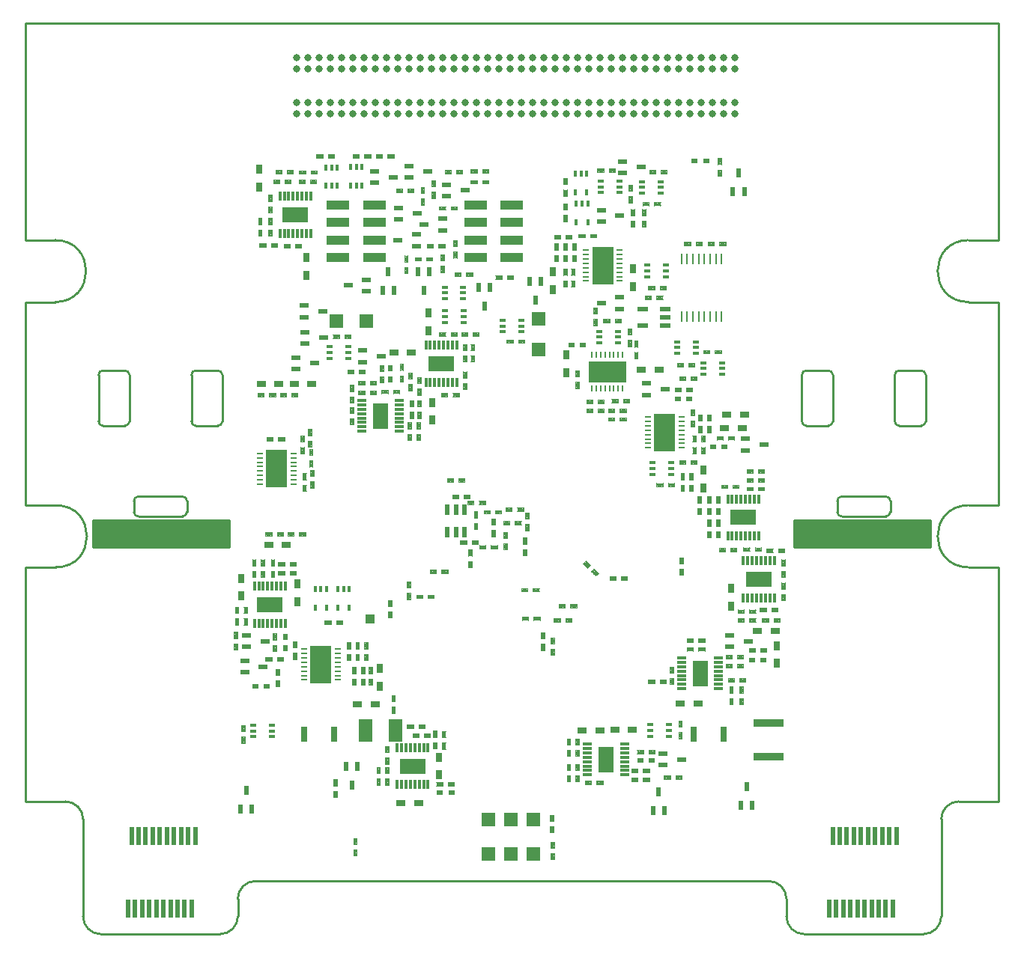
<source format=gbp>
*
*
G04 PADS 9.5 Build Number: 522968 generated Gerber (RS-274-X) file*
G04 PC Version=2.1*
*
%IN "SCROD.revB.layout.pcb"*%
*
%MOIN*%
*
%FSLAX35Y35*%
*
*
*
*
G04 PC Standard Apertures*
*
*
G04 Thermal Relief Aperture macro.*
%AMTER*
1,1,$1,0,0*
1,0,$1-$2,0,0*
21,0,$3,$4,0,0,45*
21,0,$3,$4,0,0,135*
%
*
*
G04 Annular Aperture macro.*
%AMANN*
1,1,$1,0,0*
1,0,$2,0,0*
%
*
*
G04 Odd Aperture macro.*
%AMODD*
1,1,$1,0,0*
1,0,$1-0.005,0,0*
%
*
*
G04 PC Custom Aperture Macros*
*
*
*
*
*
*
G04 PC Aperture Table*
*
%ADD010C,0.001*%
%ADD025C,0.01*%
%ADD026R,0.06X0.1*%
%ADD030R,0.0315X0.04331*%
%ADD033R,0.06X0.06*%
%ADD034C,0.01575*%
%ADD036R,0.01969X0.03937*%
%ADD053R,0.03937X0.01969*%
%ADD056R,0.05X0.02*%
%ADD063C,0.004*%
%ADD074R,0.01969X0.07874*%
%ADD075R,0.01201X0.04*%
%ADD076R,0.11201X0.065*%
%ADD077R,0.04331X0.0315*%
%ADD078R,0.02756X0.00984*%
%ADD079R,0.09606X0.17087*%
%ADD080R,0.04X0.01201*%
%ADD081R,0.065X0.11201*%
%ADD082R,0.02X0.05*%
%ADD083R,0.0315X0.06693*%
%ADD084R,0.1378X0.0374*%
%ADD085R,0.02756X0.01575*%
%ADD086R,0.01575X0.02756*%
%ADD088R,0.06299X0.05906*%
%ADD089C,0.032*%
%ADD090R,0.00984X0.04921*%
%ADD091O,0.00984X0.04921*%
%ADD092R,0.0315X0.01969*%
%ADD093R,0.01969X0.0315*%
%ADD094R,0.10236X0.03937*%
%ADD095R,0.00984X0.02756*%
%ADD096R,0.17087X0.09606*%
%ADD243R,0.03937X0.03937*%
*
*
*
*
G04 PC Circuitry*
G04 Layer Name SCROD.revB.layout.pcb - circuitry*
%LPD*%
*
*
G04 PC Custom Flashes*
G04 Layer Name SCROD.revB.layout.pcb - flashes*
%LPD*%
*
*
G04 PC Circuitry*
G04 Layer Name SCROD.revB.layout.pcb - circuitry*
%LPD*%
*
G54D10*
G54D25*
G01X100000Y100000D02*
X117717D01*
X125591Y92126D02*
G75*
G03X117717Y100000I-7874J-0D01*
G01X125591Y92126D02*
Y48819D01*
G03X133465Y40945I7874J-0*
G01X186614*
G03X194488Y48819I0J7874*
G01Y56693*
X202362Y64567D02*
G03X194488Y56693I0J-7874D01*
G01X202362Y64567D02*
X430709D01*
X438583Y56693D02*
G03X430709Y64567I-7874J-0D01*
G01X438583Y56693D02*
Y48819D01*
G03X446457Y40945I7874J-0*
G01X499606*
G03X507480Y48819I0J7874*
G01Y92126*
X515354Y100000D02*
G03X507480Y92126I0J-7874D01*
G01X515354Y100000D02*
X533071D01*
Y204331*
X519660*
Y231890D02*
G03Y204331I-0J-13780D01*
G01Y231890D02*
X533071D01*
Y322441*
X519660*
Y350000D02*
G03Y322441I-0J-13780D01*
G01Y350000D02*
X533071D01*
Y446457*
X100000*
Y350000*
X113167*
Y322441D02*
G03Y350000I-0J13779D01*
G01Y322441D02*
X100000D01*
Y231890*
X113538*
Y204331D02*
G03Y231890I0J13779D01*
G01Y204331D02*
X100000D01*
Y100000*
X463189Y235827D02*
G03X461220Y233858I-0J-1969D01*
G01X463189Y235827D02*
X482874D01*
X484843Y233858D02*
G03X482874Y235827I-1969J0D01*
G01X484843Y233858D02*
Y228937D01*
X482874Y226969D02*
G03X484843Y228937I0J1968D01*
G01X482874Y226969D02*
X463189D01*
X461220Y228937D02*
G03X463189Y226969I1969J0D01*
G01X461220Y228937D02*
Y233858D01*
X134449Y291929D02*
G03X132480Y289961I-0J-1968D01*
G01X134449Y291929D02*
X144291D01*
X146260Y289961D02*
G03X144291Y291929I-1969J-0D01*
G01X146260Y289961D02*
Y269291D01*
X144291Y267323D02*
G03X146260Y269291I0J1968D01*
G01X144291Y267323D02*
X134449D01*
X132480Y269291D02*
G03X134449Y267323I1969J0D01*
G01X132480Y269291D02*
Y289961D01*
X445472Y269291D02*
G03X447441Y267323I1969J0D01*
G01X457283*
G03X459252Y269291I0J1968*
G01Y289961*
G03X457283Y291929I-1969J-0*
G01X447441*
G03X445472Y289961I-0J-1968*
G01Y269291*
X175787Y291929D02*
G03X173819Y289961I0J-1968D01*
G01X175787Y291929D02*
X185630D01*
X187598Y289961D02*
G03X185630Y291929I-1968J-0D01*
G01X187598Y289961D02*
Y269291D01*
X185630Y267323D02*
G03X187598Y269291I-0J1968D01*
G01X185630Y267323D02*
X175787D01*
X173819Y269291D02*
G03X175787Y267323I1968J0D01*
G01X173819Y269291D02*
Y289961D01*
X488780Y291929D02*
G03X486811Y289961I-0J-1968D01*
G01X488780Y291929D02*
X498622D01*
X500591Y289961D02*
G03X498622Y291929I-1969J-0D01*
G01X500591Y289961D02*
Y269291D01*
X498622Y267323D02*
G03X500591Y269291I0J1968D01*
G01X498622Y267323D02*
X488780D01*
X486811Y269291D02*
G03X488780Y267323I1969J0D01*
G01X486811Y269291D02*
Y289961D01*
X150197Y235827D02*
G03X148228Y233858I-0J-1969D01*
G01X150197Y235827D02*
X169882D01*
X171850Y233858D02*
G03X169882Y235827I-1968J0D01*
G01X171850Y233858D02*
Y228937D01*
X169882Y226969D02*
G03X171850Y228937I-0J1968D01*
G01X169882Y226969D02*
X150197D01*
X148228Y228937D02*
G03X150197Y226969I1969J0D01*
G01X148228Y228937D02*
Y233858D01*
G54D26*
X264722Y131742D03*
X251222D03*
G54D30*
X279377Y309676D03*
Y317550D03*
X284055Y111811D03*
Y119685D03*
X281102Y269783D03*
Y277657D03*
X221063Y189075D03*
Y196949D03*
X195965Y191535D03*
Y199409D03*
X257603Y151427D03*
Y159301D03*
X434154Y161516D03*
Y169390D03*
X340650Y298819D03*
Y290945D03*
X413976Y187106D03*
Y194980D03*
X370177Y337205D03*
Y329331D03*
X225000Y342126D03*
Y334252D03*
X334744Y335974D03*
Y328100D03*
X401673Y247638D03*
Y239764D03*
X203839Y373622D03*
Y381496D03*
G54D33*
X328346Y314919D03*
Y301419D03*
X251681Y314075D03*
X238181D03*
G54D34*
X160335Y224902D02*
Y213681D01*
X130413*
Y224902*
X160335*
X130413Y214961D02*
X160335D01*
X130413Y216535D02*
X160335D01*
X130413Y218110D02*
X160335D01*
X130413Y219685D02*
X160335D01*
X130413Y221260D02*
X160335D01*
X130413Y222835D02*
X160335D01*
X130413Y224409D02*
X160335D01*
X131496Y213681D02*
Y224902D01*
X133071Y213681D02*
Y224902D01*
X134646Y213681D02*
Y224902D01*
X136220Y213681D02*
Y224902D01*
X137795Y213681D02*
Y224902D01*
X139370Y213681D02*
Y224902D01*
X140945Y213681D02*
Y224902D01*
X142520Y213681D02*
Y224902D01*
X144094Y213681D02*
Y224902D01*
X145669Y213681D02*
Y224902D01*
X147244Y213681D02*
Y224902D01*
X148819Y213681D02*
Y224902D01*
X150394Y213681D02*
Y224902D01*
X151969Y213681D02*
Y224902D01*
X153543Y213681D02*
Y224902D01*
X155118Y213681D02*
Y224902D01*
X156693Y213681D02*
Y224902D01*
X158268Y213681D02*
Y224902D01*
X159843Y213681D02*
Y224902D01*
X190354D02*
Y213681D01*
X160433*
Y224902*
X190354*
X160433Y214961D02*
X190354D01*
X160433Y216535D02*
X190354D01*
X160433Y218110D02*
X190354D01*
X160433Y219685D02*
X190354D01*
X160433Y221260D02*
X190354D01*
X160433Y222835D02*
X190354D01*
X160433Y224409D02*
X190354D01*
X161417Y213681D02*
Y224902D01*
X162992Y213681D02*
Y224902D01*
X164567Y213681D02*
Y224902D01*
X166142Y213681D02*
Y224902D01*
X167717Y213681D02*
Y224902D01*
X169291Y213681D02*
Y224902D01*
X170866Y213681D02*
Y224902D01*
X172441Y213681D02*
Y224902D01*
X174016Y213681D02*
Y224902D01*
X175591Y213681D02*
Y224902D01*
X177165Y213681D02*
Y224902D01*
X178740Y213681D02*
Y224902D01*
X180315Y213681D02*
Y224902D01*
X181890Y213681D02*
Y224902D01*
X183465Y213681D02*
Y224902D01*
X185039Y213681D02*
Y224902D01*
X186614Y213681D02*
Y224902D01*
X188189Y213681D02*
Y224902D01*
X189764Y213681D02*
Y224902D01*
X472343D02*
Y213681D01*
X442421*
Y224902*
X472343*
X442421Y214961D02*
X472343D01*
X442421Y216535D02*
X472343D01*
X442421Y218110D02*
X472343D01*
X442421Y219685D02*
X472343D01*
X442421Y221260D02*
X472343D01*
X442421Y222835D02*
X472343D01*
X442421Y224409D02*
X472343D01*
X443307Y213681D02*
Y224902D01*
X444882Y213681D02*
Y224902D01*
X446457Y213681D02*
Y224902D01*
X448031Y213681D02*
Y224902D01*
X449606Y213681D02*
Y224902D01*
X451181Y213681D02*
Y224902D01*
X452756Y213681D02*
Y224902D01*
X454331Y213681D02*
Y224902D01*
X455906Y213681D02*
Y224902D01*
X457480Y213681D02*
Y224902D01*
X459055Y213681D02*
Y224902D01*
X460630Y213681D02*
Y224902D01*
X462205Y213681D02*
Y224902D01*
X463780Y213681D02*
Y224902D01*
X465354Y213681D02*
Y224902D01*
X466929Y213681D02*
Y224902D01*
X468504Y213681D02*
Y224902D01*
X470079Y213681D02*
Y224902D01*
X471654Y213681D02*
Y224902D01*
X502362D02*
Y213681D01*
X472441*
Y224902*
X502362*
X472441Y214961D02*
X502362D01*
X472441Y216535D02*
X502362D01*
X472441Y218110D02*
X502362D01*
X472441Y219685D02*
X502362D01*
X472441Y221260D02*
X502362D01*
X472441Y222835D02*
X502362D01*
X472441Y224409D02*
X502362D01*
X473228Y213681D02*
Y224902D01*
X474803Y213681D02*
Y224902D01*
X476378Y213681D02*
Y224902D01*
X477953Y213681D02*
Y224902D01*
X479528Y213681D02*
Y224902D01*
X481102Y213681D02*
Y224902D01*
X482677Y213681D02*
Y224902D01*
X484252Y213681D02*
Y224902D01*
X485827Y213681D02*
Y224902D01*
X487402Y213681D02*
Y224902D01*
X488976Y213681D02*
Y224902D01*
X490551Y213681D02*
Y224902D01*
X492126Y213681D02*
Y224902D01*
X493701Y213681D02*
Y224902D01*
X495276Y213681D02*
Y224902D01*
X496850Y213681D02*
Y224902D01*
X498425Y213681D02*
Y224902D01*
X500000Y213681D02*
Y224902D01*
X501575Y213681D02*
Y224902D01*
G54D36*
X301673Y329035D03*
X306791D03*
X304232Y320768D03*
X324311Y331496D03*
X329429D03*
X326870Y323228D03*
X274606Y335925D03*
X279724D03*
X277165Y327657D03*
X423425Y98327D03*
X418307D03*
X420866Y106594D03*
X384301Y96112D03*
X379183D03*
X381742Y104380D03*
X200738Y96604D03*
X195620D03*
X198179Y104872D03*
X242618Y115453D03*
X247736D03*
X245177Y107185D03*
X419857Y371703D03*
X414739D03*
X417298Y379970D03*
X263976Y327657D03*
X258858D03*
X261417Y335925D03*
G54D53*
X356201Y358268D03*
Y363386D03*
X364469Y360827D03*
X420423Y256398D03*
Y261516D03*
X428691Y258957D03*
X220374Y292569D03*
Y297687D03*
X228642Y295128D03*
X224065Y315699D03*
Y320817D03*
X232333Y318258D03*
X266142Y359252D03*
Y364370D03*
X274409Y361811D03*
X287303Y369587D03*
Y374705D03*
X295571Y372146D03*
X273917Y352559D03*
Y347441D03*
X265650Y350000D03*
X285728Y359449D03*
Y354331D03*
X277461Y356890D03*
X270571Y377953D03*
Y383071D03*
X278839Y380512D03*
X249902Y295768D03*
Y300886D03*
X258169Y298327D03*
X224311Y303888D03*
Y309006D03*
X232579Y306447D03*
X376378Y281004D03*
Y286122D03*
X384646Y283563D03*
X413287Y168799D03*
Y173917D03*
X421555Y171358D03*
X197490Y157480D03*
Y162598D03*
X205758Y160039D03*
X251772Y332382D03*
Y327264D03*
X243504Y329823D03*
X383760Y116142D03*
Y121260D03*
X392028Y118701D03*
X365551Y379921D03*
Y385039D03*
X373819Y382480D03*
X198228Y168799D03*
Y173917D03*
X206496Y171358D03*
X364469Y324508D03*
Y319390D03*
X356201Y321949D03*
X255315Y375492D03*
Y380610D03*
X263583Y378051D03*
G54D56*
X384528Y319301D03*
Y315551D03*
Y311801D03*
X374528D03*
Y319301D03*
G54D63*
X335055Y86224D02*
X333449D01*
X333468Y86205*
Y88992*
X333449Y88973*
X335055*
X335036Y88992*
Y86205*
X335055Y86224*
X333468Y86205D02*
X333468D01*
X335036D02*
X335036D01*
X333468Y86605D02*
X335036D01*
X333468Y87005D02*
X335036D01*
X333468Y87405D02*
X335036D01*
X333468Y87805D02*
X335036D01*
X333468Y88205D02*
X335036D01*
X333468Y88605D02*
X335036D01*
X333600Y86224D02*
Y88973D01*
X334000Y86224D02*
Y88973D01*
X334400Y86224D02*
Y88973D01*
X334800Y86224D02*
Y88973D01*
X335055Y91342D02*
X333449D01*
X333468Y91323*
Y94110*
X333449Y94091*
X335055*
X335036Y94110*
Y91323*
X335055Y91342*
X333468Y91323D02*
X333468D01*
X335036D02*
X335036D01*
X333468Y91723D02*
X335036D01*
X333468Y92123D02*
X335036D01*
X333468Y92523D02*
X335036D01*
X333468Y92923D02*
X335036D01*
X333468Y93323D02*
X335036D01*
X333468Y93723D02*
X335036D01*
X333600Y91342D02*
Y94091D01*
X334000Y91342D02*
Y94091D01*
X334400Y91342D02*
Y94091D01*
X334800Y91342D02*
Y94091D01*
X282828Y107071D02*
Y108677D01*
X282809Y108658*
X285596*
X285578Y108677*
Y107071*
X285596Y107090*
X282809*
X282828Y107071*
Y107200D02*
X285578D01*
X282828Y107600D02*
X285578D01*
X282828Y108000D02*
X285578D01*
X282828Y108400D02*
X285578D01*
X283200Y107090D02*
Y108658D01*
X283600Y107090D02*
Y108658D01*
X284000Y107090D02*
Y108658D01*
X284400Y107090D02*
Y108658D01*
X284800Y107090D02*
Y108658D01*
X285200Y107090D02*
Y108658D01*
X287946Y107071D02*
Y108677D01*
X287927Y108658*
X290714*
X290696Y108677*
Y107071*
X290714Y107090*
X287927*
X287946Y107071*
Y107200D02*
X290696D01*
X287946Y107600D02*
X290696D01*
X287946Y108000D02*
X290696D01*
X287946Y108400D02*
X290696D01*
X288000Y107090D02*
Y108658D01*
X288400Y107090D02*
Y108658D01*
X288800Y107090D02*
Y108658D01*
X289200Y107090D02*
Y108658D01*
X289600Y107090D02*
Y108658D01*
X290000Y107090D02*
Y108658D01*
X290400Y107090D02*
Y108658D01*
X328466Y195065D02*
Y193459D01*
X328485Y193477*
X325698*
X325717Y193459*
Y195065*
X325698Y195046*
X328485*
X328466Y195065*
X325717Y193600D02*
X328466D01*
X325717Y194000D02*
X328466D01*
X325717Y194400D02*
X328466D01*
X325717Y194800D02*
X328466D01*
X326000Y193477D02*
Y195046D01*
X326400Y193477D02*
Y195046D01*
X326800Y193477D02*
Y195046D01*
X327200Y193477D02*
Y195046D01*
X327600Y193477D02*
Y195046D01*
X328000Y193477D02*
Y195046D01*
X328400Y193477D02*
Y195046D01*
X323348Y195065D02*
Y193459D01*
X323367Y193477*
X320580*
X320599Y193459*
Y195065*
X320580Y195046*
X323367*
X323348Y195065*
X320599Y193600D02*
X323348D01*
X320599Y194000D02*
X323348D01*
X320599Y194400D02*
X323348D01*
X320599Y194800D02*
X323348D01*
X320800Y193477D02*
Y195046D01*
X321200Y193477D02*
Y195046D01*
X321600Y193477D02*
Y195046D01*
X322000Y193477D02*
Y195046D01*
X322400Y193477D02*
Y195046D01*
X322800Y193477D02*
Y195046D01*
X323200Y193477D02*
Y195046D01*
X297786Y236592D02*
Y234986D01*
X297805Y235005*
X295018*
X295037Y234986*
Y236592*
X295018Y236573*
X297805*
X297786Y236592*
X295037Y235200D02*
X297786D01*
X295037Y235600D02*
X297786D01*
X295037Y236000D02*
X297786D01*
X295037Y236400D02*
X297786D01*
X295200Y235005D02*
Y236573D01*
X295600Y235005D02*
Y236573D01*
X296000Y235005D02*
Y236573D01*
X296400Y235005D02*
Y236573D01*
X296800Y235005D02*
Y236573D01*
X297200Y235005D02*
Y236573D01*
X297600Y235005D02*
Y236573D01*
X292668Y236592D02*
Y234986D01*
X292687Y235005*
X289900*
X289919Y234986*
Y236592*
X289900Y236573*
X292687*
X292668Y236592*
X289919Y235200D02*
X292668D01*
X289919Y235600D02*
X292668D01*
X289919Y236000D02*
X292668D01*
X289919Y236400D02*
X292668D01*
X290000Y235005D02*
Y236573D01*
X290400Y235005D02*
Y236573D01*
X290800Y235005D02*
Y236573D01*
X291200Y235005D02*
Y236573D01*
X291600Y235005D02*
Y236573D01*
X292000Y235005D02*
Y236573D01*
X292400Y235005D02*
Y236573D01*
X301276Y216330D02*
Y214724D01*
X301295Y214742*
X298508*
X298527Y214724*
Y216330*
X298508Y216311*
X301295*
X301276Y216330*
X298527Y214800D02*
X301276D01*
X298527Y215200D02*
X301276D01*
X298527Y215600D02*
X301276D01*
X298527Y216000D02*
X301276D01*
X298800Y214742D02*
Y216311D01*
X299200Y214742D02*
Y216311D01*
X299600Y214742D02*
Y216311D01*
X300000Y214742D02*
Y216311D01*
X300400Y214742D02*
Y216311D01*
X300800Y214742D02*
Y216311D01*
X301200Y214742D02*
Y216311D01*
X296158Y216330D02*
Y214724D01*
X296177Y214742*
X293390*
X293409Y214724*
Y216330*
X293390Y216311*
X296177*
X296158Y216330*
X293409Y214800D02*
X296158D01*
X293409Y215200D02*
X296158D01*
X293409Y215600D02*
X296158D01*
X293409Y216000D02*
X296158D01*
X293600Y214742D02*
Y216311D01*
X294000Y214742D02*
Y216311D01*
X294400Y214742D02*
Y216311D01*
X294800Y214742D02*
Y216311D01*
X295200Y214742D02*
Y216311D01*
X295600Y214742D02*
Y216311D01*
X296000Y214742D02*
Y216311D01*
X296702Y232194D02*
Y233800D01*
X296684Y233781*
X299471*
X299452Y233800*
Y232194*
X299471Y232213*
X296684*
X296702Y232194*
Y232400D02*
X299452D01*
X296702Y232800D02*
X299452D01*
X296702Y233200D02*
X299452D01*
X296702Y233600D02*
X299452D01*
X296800Y232213D02*
Y233781D01*
X297200Y232213D02*
Y233781D01*
X297600Y232213D02*
Y233781D01*
X298000Y232213D02*
Y233781D01*
X298400Y232213D02*
Y233781D01*
X298800Y232213D02*
Y233781D01*
X299200Y232213D02*
Y233781D01*
X301820Y232194D02*
Y233800D01*
X301802Y233781*
X304589*
X304570Y233800*
Y232194*
X304589Y232213*
X301802*
X301820Y232194*
Y232400D02*
X304570D01*
X301820Y232800D02*
X304570D01*
X301820Y233200D02*
X304570D01*
X301820Y233600D02*
X304570D01*
X302000Y232213D02*
Y233781D01*
X302400Y232213D02*
Y233781D01*
X302800Y232213D02*
Y233781D01*
X303200Y232213D02*
Y233781D01*
X303600Y232213D02*
Y233781D01*
X304000Y232213D02*
Y233781D01*
X304400Y232213D02*
Y233781D01*
X273847Y190486D02*
Y192092D01*
X273828Y192074*
X276615*
X276596Y192092*
Y190486*
X276615Y190505*
X273828*
X273847Y190486*
Y190800D02*
X276596D01*
X273847Y191200D02*
X276596D01*
X273847Y191600D02*
X276596D01*
X273847Y192000D02*
X276596D01*
X274000Y190505D02*
Y192074D01*
X274400Y190505D02*
Y192074D01*
X274800Y190505D02*
Y192074D01*
X275200Y190505D02*
Y192074D01*
X275600Y190505D02*
Y192074D01*
X276000Y190505D02*
Y192074D01*
X276400Y190505D02*
Y192074D01*
X278965Y190486D02*
Y192092D01*
X278946Y192074*
X281733*
X281714Y192092*
Y190486*
X281733Y190505*
X278946*
X278965Y190486*
Y190800D02*
X281714D01*
X278965Y191200D02*
X281714D01*
X278965Y191600D02*
X281714D01*
X278965Y192000D02*
X281714D01*
X279200Y190505D02*
Y192074D01*
X279600Y190505D02*
Y192074D01*
X280000Y190505D02*
Y192074D01*
X280400Y190505D02*
Y192074D01*
X280800Y190505D02*
Y192074D01*
X281200Y190505D02*
Y192074D01*
X281600Y190505D02*
Y192074D01*
X220589Y163439D02*
X218983D01*
X219002Y163421*
Y166208*
X218983Y166189*
X220589*
X220570Y166208*
Y163421*
X220589Y163439*
X219002Y163600D02*
X220570D01*
X219002Y164000D02*
X220570D01*
X219002Y164400D02*
X220570D01*
X219002Y164800D02*
X220570D01*
X219002Y165200D02*
X220570D01*
X219002Y165600D02*
X220570D01*
X219002Y166000D02*
X220570D01*
X219200Y163439D02*
Y166189D01*
X219600Y163439D02*
Y166189D01*
X220000Y163439D02*
Y166189D01*
X220400Y163439D02*
Y166189D01*
X220589Y168557D02*
X218983D01*
X219002Y168539*
Y171326*
X218983Y171307*
X220589*
X220570Y171326*
Y168539*
X220589Y168557*
X219002Y168800D02*
X220570D01*
X219002Y169200D02*
X220570D01*
X219002Y169600D02*
X220570D01*
X219002Y170000D02*
X220570D01*
X219002Y170400D02*
X220570D01*
X219002Y170800D02*
X220570D01*
X219002Y171200D02*
X220570D01*
X219200Y168557D02*
Y171307D01*
X219600Y168557D02*
Y171307D01*
X220000Y168557D02*
Y171307D01*
X220400Y168557D02*
Y171307D01*
X367783Y200335D02*
Y198729D01*
X367802Y198748*
X365015*
X365034Y198729*
Y200335*
X365015Y200317*
X367802*
X367783Y200335*
X365034Y198800D02*
X367783D01*
X365034Y199200D02*
X367783D01*
X365034Y199600D02*
X367783D01*
X365034Y200000D02*
X367783D01*
X365200Y198748D02*
Y200317D01*
X365600Y198748D02*
Y200317D01*
X366000Y198748D02*
Y200317D01*
X366400Y198748D02*
Y200317D01*
X366800Y198748D02*
Y200317D01*
X367200Y198748D02*
Y200317D01*
X367600Y198748D02*
Y200317D01*
X362665Y200335D02*
Y198729D01*
X362684Y198748*
X359897*
X359915Y198729*
Y200335*
X359897Y200317*
X362684*
X362665Y200335*
X359915Y198800D02*
X362665D01*
X359915Y199200D02*
X362665D01*
X359915Y199600D02*
X362665D01*
X359915Y200000D02*
X362665D01*
X360000Y198748D02*
Y200317D01*
X360400Y198748D02*
Y200317D01*
X360800Y198748D02*
Y200317D01*
X361200Y198748D02*
Y200317D01*
X361600Y198748D02*
Y200317D01*
X362000Y198748D02*
Y200317D01*
X362400Y198748D02*
Y200317D01*
X401676Y299492D02*
Y301098D01*
X401658Y301080*
X404445*
X404426Y301098*
Y299492*
X404445Y299511*
X401658*
X401676Y299492*
Y299600D02*
X404426D01*
X401676Y300000D02*
X404426D01*
X401676Y300400D02*
X404426D01*
X401676Y300800D02*
X404426D01*
X402000Y299511D02*
Y301080D01*
X402400Y299511D02*
Y301080D01*
X402800Y299511D02*
Y301080D01*
X403200Y299511D02*
Y301080D01*
X403600Y299511D02*
Y301080D01*
X404000Y299511D02*
Y301080D01*
X404400Y299511D02*
Y301080D01*
X406794Y299492D02*
Y301098D01*
X406776Y301080*
X409563*
X409544Y301098*
Y299492*
X409563Y299511*
X406776*
X406794Y299492*
Y299600D02*
X409544D01*
X406794Y300000D02*
X409544D01*
X406794Y300400D02*
X409544D01*
X406794Y300800D02*
X409544D01*
X406800Y299511D02*
Y301080D01*
X407200Y299511D02*
Y301080D01*
X407600Y299511D02*
Y301080D01*
X408000Y299511D02*
Y301080D01*
X408400Y299511D02*
Y301080D01*
X408800Y299511D02*
Y301080D01*
X409200Y299511D02*
Y301080D01*
X389865Y293587D02*
Y295193D01*
X389847Y295174*
X392634*
X392615Y295193*
Y293587*
X392634Y293606*
X389847*
X389865Y293587*
X389852Y293600D02*
X389865D01*
X392615D02*
X392628D01*
X389865Y294000D02*
X392615D01*
X389865Y294400D02*
X392615D01*
X389865Y294800D02*
X392615D01*
X390000Y293606D02*
Y295174D01*
X390400Y293606D02*
Y295174D01*
X390800Y293606D02*
Y295174D01*
X391200Y293606D02*
Y295174D01*
X391600Y293606D02*
Y295174D01*
X392000Y293606D02*
Y295174D01*
X392400Y293606D02*
Y295174D01*
X394983Y293587D02*
Y295193D01*
X394965Y295174*
X397752*
X397733Y295193*
Y293587*
X397752Y293606*
X394965*
X394983Y293587*
X394970Y293600D02*
X394983D01*
X397733D02*
X397746D01*
X394983Y294000D02*
X397733D01*
X394983Y294400D02*
X397733D01*
X394983Y294800D02*
X397733D01*
X395200Y293606D02*
Y295174D01*
X395600Y293606D02*
Y295174D01*
X396000Y293606D02*
Y295174D01*
X396400Y293606D02*
Y295174D01*
X396800Y293606D02*
Y295174D01*
X397200Y293606D02*
Y295174D01*
X397600Y293606D02*
Y295174D01*
X270949Y278639D02*
X272555D01*
X272536Y278657*
Y275870*
X272555Y275889*
X270949*
X270968Y275870*
Y278657*
X270949Y278639*
X270968Y276000D02*
X272536D01*
X270968Y276400D02*
X272536D01*
X270968Y276800D02*
X272536D01*
X270968Y277200D02*
X272536D01*
X270968Y277600D02*
X272536D01*
X270968Y278000D02*
X272536D01*
X270968Y278400D02*
X272536D01*
X271200Y275889D02*
Y278639D01*
X271600Y275889D02*
Y278639D01*
X272000Y275889D02*
Y278639D01*
X272400Y275889D02*
Y278639D01*
X270949Y273520D02*
X272555D01*
X272536Y273539*
Y270752*
X272555Y270771*
X270949*
X270968Y270752*
Y273539*
X270949Y273520*
X270968Y270800D02*
X272536D01*
X270968Y271200D02*
X272536D01*
X270968Y271600D02*
X272536D01*
X270968Y272000D02*
X272536D01*
X270968Y272400D02*
X272536D01*
X270968Y272800D02*
X272536D01*
X270968Y273200D02*
X272536D01*
X271200Y270771D02*
Y273520D01*
X271600Y270771D02*
Y273520D01*
X272000Y270771D02*
Y273520D01*
X272400Y270771D02*
Y273520D01*
X298139Y303737D02*
X299745D01*
X299726Y303756*
Y300969*
X299745Y300987*
X298139*
X298158Y300969*
Y303756*
X298139Y303737*
X298158Y301200D02*
X299726D01*
X298158Y301600D02*
X299726D01*
X298158Y302000D02*
X299726D01*
X298158Y302400D02*
X299726D01*
X298158Y302800D02*
X299726D01*
X298158Y303200D02*
X299726D01*
X298158Y303600D02*
X299726D01*
X298400Y300987D02*
Y303737D01*
X298800Y300987D02*
Y303737D01*
X299200Y300987D02*
Y303737D01*
X299600Y300987D02*
Y303737D01*
X298139Y298619D02*
X299745D01*
X299726Y298638*
Y295851*
X299745Y295869*
X298139*
X298158Y295851*
Y298638*
X298139Y298619*
X298158Y296000D02*
X299726D01*
X298158Y296400D02*
X299726D01*
X298158Y296800D02*
X299726D01*
X298158Y297200D02*
X299726D01*
X298158Y297600D02*
X299726D01*
X298158Y298000D02*
X299726D01*
X298158Y298400D02*
X299726D01*
X298400Y295869D02*
Y298619D01*
X298800Y295869D02*
Y298619D01*
X299200Y295869D02*
Y298619D01*
X299600Y295869D02*
Y298619D01*
X294694Y303737D02*
X296300D01*
X296281Y303756*
Y300969*
X296300Y300987*
X294694*
X294713Y300969*
Y303756*
X294694Y303737*
X294713Y301200D02*
X296281D01*
X294713Y301600D02*
X296281D01*
X294713Y302000D02*
X296281D01*
X294713Y302400D02*
X296281D01*
X294713Y302800D02*
X296281D01*
X294713Y303200D02*
X296281D01*
X294713Y303600D02*
X296281D01*
X294800Y300987D02*
Y303737D01*
X295200Y300987D02*
Y303737D01*
X295600Y300987D02*
Y303737D01*
X296000Y300987D02*
Y303737D01*
X294694Y298619D02*
X296300D01*
X296281Y298638*
Y295851*
X296300Y295869*
X294694*
X294713Y295851*
Y298638*
X294694Y298619*
X294713Y296000D02*
X296281D01*
X294713Y296400D02*
X296281D01*
X294713Y296800D02*
X296281D01*
X294713Y297200D02*
X296281D01*
X294713Y297600D02*
X296281D01*
X294713Y298000D02*
X296281D01*
X294713Y298400D02*
X296281D01*
X294800Y295869D02*
Y298619D01*
X295200Y295869D02*
Y298619D01*
X295600Y295869D02*
Y298619D01*
X296000Y295869D02*
Y298619D01*
X392548Y200888D02*
X390942D01*
X390961Y200869*
Y203656*
X390942Y203637*
X392548*
X392529Y203656*
Y200869*
X392548Y200888*
X390961Y201200D02*
X392529D01*
X390961Y201600D02*
X392529D01*
X390961Y202000D02*
X392529D01*
X390961Y202400D02*
X392529D01*
X390961Y202800D02*
X392529D01*
X390961Y203200D02*
X392529D01*
X390961Y203600D02*
X392529D01*
X391200Y200888D02*
Y203637D01*
X391600Y200888D02*
Y203637D01*
X392000Y200888D02*
Y203637D01*
X392400Y200888D02*
Y203637D01*
X392548Y206006D02*
X390942D01*
X390961Y205987*
Y208774*
X390942Y208755*
X392548*
X392529Y208774*
Y205987*
X392548Y206006*
X390948Y206000D02*
X390961D01*
X392529D02*
X392542D01*
X390961Y206400D02*
X392529D01*
X390961Y206800D02*
X392529D01*
X390961Y207200D02*
X392529D01*
X390961Y207600D02*
X392529D01*
X390961Y208000D02*
X392529D01*
X390961Y208400D02*
X392529D01*
X391200Y206006D02*
Y208755D01*
X391600Y206006D02*
Y208755D01*
X392000Y206006D02*
Y208755D01*
X392400Y206006D02*
Y208755D01*
X337331Y186426D02*
Y188032D01*
X337312Y188014*
X340099*
X340081Y188032*
Y186426*
X340099Y186445*
X337312*
X337331Y186426*
Y186800D02*
X340081D01*
X337331Y187200D02*
X340081D01*
X337331Y187600D02*
X340081D01*
X337331Y188000D02*
X340081D01*
X337600Y186445D02*
Y188014D01*
X338000Y186445D02*
Y188014D01*
X338400Y186445D02*
Y188014D01*
X338800Y186445D02*
Y188014D01*
X339200Y186445D02*
Y188014D01*
X339600Y186445D02*
Y188014D01*
X340000Y186445D02*
Y188014D01*
X342449Y186426D02*
Y188032D01*
X342430Y188014*
X345217*
X345199Y188032*
Y186426*
X345217Y186445*
X342430*
X342449Y186426*
Y186800D02*
X345199D01*
X342449Y187200D02*
X345199D01*
X342449Y187600D02*
X345199D01*
X342449Y188000D02*
X345199D01*
X342800Y186445D02*
Y188014D01*
X343200Y186445D02*
Y188014D01*
X343600Y186445D02*
Y188014D01*
X344000Y186445D02*
Y188014D01*
X344400Y186445D02*
Y188014D01*
X344800Y186445D02*
Y188014D01*
X345200Y186428D02*
Y186445D01*
Y188014D02*
Y188031D01*
X400932Y349327D02*
Y347721D01*
X400951Y347739*
X398164*
X398182Y347721*
Y349327*
X398164Y349308*
X400951*
X400932Y349327*
X398182Y348000D02*
X400932D01*
X398182Y348400D02*
X400932D01*
X398182Y348800D02*
X400932D01*
X398182Y349200D02*
X400932D01*
X398400Y347739D02*
Y349308D01*
X398800Y347739D02*
Y349308D01*
X399200Y347739D02*
Y349308D01*
X399600Y347739D02*
Y349308D01*
X400000Y347739D02*
Y349308D01*
X400400Y347739D02*
Y349308D01*
X400800Y347739D02*
Y349308D01*
X395814Y349327D02*
Y347721D01*
X395833Y347739*
X393045*
X393064Y347721*
Y349327*
X393045Y349308*
X395833*
X395814Y349327*
X393064Y348000D02*
X395814D01*
X393064Y348400D02*
X395814D01*
X393064Y348800D02*
X395814D01*
X393064Y349200D02*
X395814D01*
X393200Y347739D02*
Y349308D01*
X393600Y347739D02*
Y349308D01*
X394000Y347739D02*
Y349308D01*
X394400Y347739D02*
Y349308D01*
X394800Y347739D02*
Y349308D01*
X395200Y347739D02*
Y349308D01*
X395600Y347739D02*
Y349308D01*
X274394Y288973D02*
X276000D01*
X275981Y288992*
Y286205*
X276000Y286224*
X274394*
X274413Y286205*
Y288992*
X274394Y288973*
X274413Y286400D02*
X275981D01*
X274413Y286800D02*
X275981D01*
X274413Y287200D02*
X275981D01*
X274413Y287600D02*
X275981D01*
X274413Y288000D02*
X275981D01*
X274413Y288400D02*
X275981D01*
X274413Y288800D02*
X275981D01*
X274400Y286217D02*
Y286224D01*
Y288973D02*
Y288979D01*
X274800Y286224D02*
Y288973D01*
X275200Y286224D02*
Y288973D01*
X275600Y286224D02*
Y288973D01*
X274394Y283855D02*
X276000D01*
X275981Y283874*
Y281087*
X276000Y281106*
X274394*
X274413Y281087*
Y283874*
X274394Y283855*
X274413Y281200D02*
X275981D01*
X274413Y281600D02*
X275981D01*
X274413Y282000D02*
X275981D01*
X274413Y282400D02*
X275981D01*
X274413Y282800D02*
X275981D01*
X274413Y283200D02*
X275981D01*
X274413Y283600D02*
X275981D01*
X274400Y281099D02*
Y281106D01*
Y283855D02*
Y283861D01*
X274800Y281106D02*
Y283855D01*
X275200Y281106D02*
Y283855D01*
X275600Y281106D02*
Y283855D01*
X420869Y246343D02*
Y247949D01*
X420851Y247930*
X423638*
X423619Y247949*
Y246343*
X423638Y246361*
X420851*
X420869Y246343*
Y246400D02*
X423619D01*
X420869Y246800D02*
X423619D01*
X420869Y247200D02*
X423619D01*
X420869Y247600D02*
X423619D01*
X421200Y246361D02*
Y247930D01*
X421600Y246361D02*
Y247930D01*
X422000Y246361D02*
Y247930D01*
X422400Y246361D02*
Y247930D01*
X422800Y246361D02*
Y247930D01*
X423200Y246361D02*
Y247930D01*
X423600Y246361D02*
Y247930D01*
X425987Y246343D02*
Y247949D01*
X425969Y247930*
X428756*
X428737Y247949*
Y246343*
X428756Y246361*
X425969*
X425987Y246343*
Y246400D02*
X428737D01*
X425987Y246800D02*
X428737D01*
X425987Y247200D02*
X428737D01*
X425987Y247600D02*
X428737D01*
X426000Y246361D02*
Y247930D01*
X426400Y246361D02*
Y247930D01*
X426800Y246361D02*
Y247930D01*
X427200Y246361D02*
Y247930D01*
X427600Y246361D02*
Y247930D01*
X428000Y246361D02*
Y247930D01*
X428400Y246361D02*
Y247930D01*
X292910Y281905D02*
Y280299D01*
X292929Y280318*
X290142*
X290161Y280299*
Y281905*
X290142Y281887*
X292929*
X292910Y281905*
X290161Y280400D02*
X292910D01*
X290161Y280800D02*
X292910D01*
X290161Y281200D02*
X292910D01*
X290161Y281600D02*
X292910D01*
X290400Y280318D02*
Y281887D01*
X290800Y280318D02*
Y281887D01*
X291200Y280318D02*
Y281887D01*
X291600Y280318D02*
Y281887D01*
X292000Y280318D02*
Y281887D01*
X292400Y280318D02*
Y281887D01*
X292800Y280318D02*
Y281887D01*
X287792Y281905D02*
Y280299D01*
X287811Y280318*
X285024*
X285043Y280299*
Y281905*
X285024Y281887*
X287811*
X287792Y281905*
X285043Y280400D02*
X287792D01*
X285043Y280800D02*
X287792D01*
X285043Y281200D02*
X287792D01*
X285043Y281600D02*
X287792D01*
X285200Y280318D02*
Y281887D01*
X285600Y280318D02*
Y281887D01*
X286000Y280318D02*
Y281887D01*
X286400Y280318D02*
Y281887D01*
X286800Y280318D02*
Y281887D01*
X287200Y280318D02*
Y281887D01*
X287600Y280318D02*
Y281887D01*
X245980Y267818D02*
X244374D01*
X244393Y267799*
Y270586*
X244374Y270568*
X245980*
X245961Y270586*
Y267799*
X245980Y267818*
X244393Y268000D02*
X245961D01*
X244393Y268400D02*
X245961D01*
X244393Y268800D02*
X245961D01*
X244393Y269200D02*
X245961D01*
X244393Y269600D02*
X245961D01*
X244393Y270000D02*
X245961D01*
X244393Y270400D02*
X245961D01*
X244400Y267818D02*
Y270568D01*
X244800Y267818D02*
Y270568D01*
X245200Y267818D02*
Y270568D01*
X245600Y267818D02*
Y270568D01*
X245980Y272936D02*
X244374D01*
X244393Y272917*
Y275705*
X244374Y275686*
X245980*
X245961Y275705*
Y272917*
X245980Y272936*
X244393Y273200D02*
X245961D01*
X244393Y273600D02*
X245961D01*
X244393Y274000D02*
X245961D01*
X244393Y274400D02*
X245961D01*
X244393Y274800D02*
X245961D01*
X244393Y275200D02*
X245961D01*
X244393Y275600D02*
X245961D01*
X244400Y272936D02*
Y275686D01*
X244800Y272936D02*
Y275686D01*
X245200Y272936D02*
Y275686D01*
X245600Y272936D02*
Y275686D01*
X270457Y290942D02*
X272063D01*
X272044Y290960*
Y288173*
X272063Y288192*
X270457*
X270476Y288173*
Y290960*
X270457Y290942*
X270476Y288400D02*
X272044D01*
X270476Y288800D02*
X272044D01*
X270476Y289200D02*
X272044D01*
X270476Y289600D02*
X272044D01*
X270476Y290000D02*
X272044D01*
X270476Y290400D02*
X272044D01*
X270476Y290800D02*
X272044D01*
X270800Y288192D02*
Y290942D01*
X271200Y288192D02*
Y290942D01*
X271600Y288192D02*
Y290942D01*
X272000Y288192D02*
Y290942D01*
X270457Y285824D02*
X272063D01*
X272044Y285842*
Y283055*
X272063Y283074*
X270457*
X270476Y283055*
Y285842*
X270457Y285824*
X270476Y283200D02*
X272044D01*
X270476Y283600D02*
X272044D01*
X270476Y284000D02*
X272044D01*
X270476Y284400D02*
X272044D01*
X270476Y284800D02*
X272044D01*
X270476Y285200D02*
X272044D01*
X270476Y285600D02*
X272044D01*
X270800Y283074D02*
Y285824D01*
X271200Y283074D02*
Y285824D01*
X271600Y283074D02*
Y285824D01*
X272000Y283074D02*
Y285824D01*
X271571Y260928D02*
X269965D01*
X269983Y260910*
Y263697*
X269965Y263678*
X271571*
X271552Y263697*
Y260910*
X271571Y260928*
X269983Y261200D02*
X271552D01*
X269983Y261600D02*
X271552D01*
X269983Y262000D02*
X271552D01*
X269983Y262400D02*
X271552D01*
X269983Y262800D02*
X271552D01*
X269983Y263200D02*
X271552D01*
X269983Y263600D02*
X271552D01*
X270000Y260928D02*
Y263678D01*
X270400Y260928D02*
Y263678D01*
X270800Y260928D02*
Y263678D01*
X271200Y260928D02*
Y263678D01*
X271571Y266046D02*
X269965D01*
X269983Y266028*
Y268815*
X269965Y268796*
X271571*
X271552Y268815*
Y266028*
X271571Y266046*
X269983Y266400D02*
X271552D01*
X269983Y266800D02*
X271552D01*
X269983Y267200D02*
X271552D01*
X269983Y267600D02*
X271552D01*
X269983Y268000D02*
X271552D01*
X269983Y268400D02*
X271552D01*
X269969Y268800D02*
X269983D01*
X271552D02*
X271567D01*
X270000Y266046D02*
Y268796D01*
X270400Y266046D02*
Y268796D01*
X270800Y266046D02*
Y268796D01*
X271200Y266046D02*
Y268796D01*
X268126Y287011D02*
X266520D01*
X266539Y286992*
Y289779*
X266520Y289761*
X268126*
X268107Y289779*
Y286992*
X268126Y287011*
X266539Y287200D02*
X268107D01*
X266539Y287600D02*
X268107D01*
X266539Y288000D02*
X268107D01*
X266539Y288400D02*
X268107D01*
X266539Y288800D02*
X268107D01*
X266539Y289200D02*
X268107D01*
X266539Y289600D02*
X268107D01*
X266800Y287011D02*
Y289761D01*
X267200Y287011D02*
Y289761D01*
X267600Y287011D02*
Y289761D01*
X268000Y287011D02*
Y289761D01*
X268126Y292129D02*
X266520D01*
X266539Y292110*
Y294897*
X266520Y294879*
X268126*
X268107Y294897*
Y292110*
X268126Y292129*
X266539Y292400D02*
X268107D01*
X266539Y292800D02*
X268107D01*
X266539Y293200D02*
X268107D01*
X266539Y293600D02*
X268107D01*
X266539Y294000D02*
X268107D01*
X266539Y294400D02*
X268107D01*
X266539Y294800D02*
X268107D01*
X266800Y292129D02*
Y294879D01*
X267200Y292129D02*
Y294879D01*
X267600Y292129D02*
Y294879D01*
X268000Y292129D02*
Y294879D01*
X275508Y260928D02*
X273902D01*
X273920Y260910*
Y263697*
X273902Y263678*
X275508*
X275489Y263697*
Y260910*
X275508Y260928*
X273920Y261200D02*
X275489D01*
X273920Y261600D02*
X275489D01*
X273920Y262000D02*
X275489D01*
X273920Y262400D02*
X275489D01*
X273920Y262800D02*
X275489D01*
X273920Y263200D02*
X275489D01*
X273920Y263600D02*
X275489D01*
X274000Y260928D02*
Y263678D01*
X274400Y260928D02*
Y263678D01*
X274800Y260928D02*
Y263678D01*
X275200Y260928D02*
Y263678D01*
X275508Y266046D02*
X273902D01*
X273920Y266028*
Y268815*
X273902Y268796*
X275508*
X275489Y268815*
Y266028*
X275508Y266046*
X273920Y266400D02*
X275489D01*
X273920Y266800D02*
X275489D01*
X273920Y267200D02*
X275489D01*
X273920Y267600D02*
X275489D01*
X273920Y268000D02*
X275489D01*
X273920Y268400D02*
X275489D01*
X273906Y268800D02*
X273920D01*
X275489D02*
X275504D01*
X274000Y266046D02*
Y268796D01*
X274400Y266046D02*
Y268796D01*
X274800Y266046D02*
Y268796D01*
X275200Y266046D02*
Y268796D01*
X256001Y287319D02*
Y285713D01*
X256020Y285731*
X253232*
X253251Y285713*
Y287319*
X253232Y287300*
X256020*
X256001Y287319*
X253251Y286000D02*
X256001D01*
X253251Y286400D02*
X256001D01*
X253251Y286800D02*
X256001D01*
X253251Y287200D02*
X256001D01*
X253600Y285731D02*
Y287300D01*
X254000Y285731D02*
Y287300D01*
X254400Y285731D02*
Y287300D01*
X254800Y285731D02*
Y287300D01*
X255200Y285731D02*
Y287300D01*
X255600Y285731D02*
Y287300D01*
X256000Y285731D02*
Y287300D01*
X250883Y287319D02*
Y285713D01*
X250901Y285731*
X248114*
X248133Y285713*
Y287319*
X248114Y287300*
X250901*
X250883Y287319*
X248133Y286000D02*
X250883D01*
X248133Y286400D02*
X250883D01*
X248133Y286800D02*
X250883D01*
X248133Y287200D02*
X250883D01*
X248400Y285731D02*
Y287300D01*
X248800Y285731D02*
Y287300D01*
X249200Y285731D02*
Y287300D01*
X249600Y285731D02*
Y287300D01*
X250000Y285731D02*
Y287300D01*
X250400Y285731D02*
Y287300D01*
X250800Y285731D02*
Y287300D01*
X403645Y347721D02*
Y349327D01*
X403626Y349308*
X406413*
X406394Y349327*
Y347721*
X406413Y347739*
X403626*
X403645Y347721*
Y348000D02*
X406394D01*
X403645Y348400D02*
X406394D01*
X403645Y348800D02*
X406394D01*
X403645Y349200D02*
X406394D01*
X404000Y347739D02*
Y349308D01*
X404400Y347739D02*
Y349308D01*
X404800Y347739D02*
Y349308D01*
X405200Y347739D02*
Y349308D01*
X405600Y347739D02*
Y349308D01*
X406000Y347739D02*
Y349308D01*
X406400Y347726D02*
Y347739D01*
Y349308D02*
Y349321D01*
X408763Y347721D02*
Y349327D01*
X408744Y349308*
X411531*
X411513Y349327*
Y347721*
X411531Y347739*
X408744*
X408763Y347721*
Y348000D02*
X411513D01*
X408763Y348400D02*
X411513D01*
X408763Y348800D02*
X411513D01*
X408763Y349200D02*
X411513D01*
X408800Y347739D02*
Y349308D01*
X409200Y347739D02*
Y349308D01*
X409600Y347739D02*
Y349308D01*
X410000Y347739D02*
Y349308D01*
X410400Y347739D02*
Y349308D01*
X410800Y347739D02*
Y349308D01*
X411200Y347739D02*
Y349308D01*
X226658Y247635D02*
X228264D01*
X228245Y247653*
Y244866*
X228264Y244885*
X226658*
X226676Y244866*
Y247653*
X226658Y247635*
X226676Y245200D02*
X228245D01*
X226676Y245600D02*
X228245D01*
X226676Y246000D02*
X228245D01*
X226676Y246400D02*
X228245D01*
X226676Y246800D02*
X228245D01*
X226676Y247200D02*
X228245D01*
X226676Y247600D02*
X228245D01*
X226800Y244885D02*
Y247635D01*
X227200Y244885D02*
Y247635D01*
X227600Y244885D02*
Y247635D01*
X228000Y244885D02*
Y247635D01*
X226658Y242517D02*
X228264D01*
X228245Y242535*
Y239748*
X228264Y239767*
X226658*
X226676Y239748*
Y242535*
X226658Y242517*
X226676Y240000D02*
X228245D01*
X226676Y240400D02*
X228245D01*
X226676Y240800D02*
X228245D01*
X226676Y241200D02*
X228245D01*
X226676Y241600D02*
X228245D01*
X226676Y242000D02*
X228245D01*
X226676Y242400D02*
X228245D01*
X226800Y239767D02*
Y242517D01*
X227200Y239767D02*
Y242517D01*
X227600Y239767D02*
Y242517D01*
X228000Y239767D02*
Y242517D01*
X227771Y249117D02*
X226166D01*
X226184Y249099*
Y251886*
X226166Y251867*
X227771*
X227753Y251886*
Y249099*
X227771Y249117*
X226184Y249200D02*
X227753D01*
X226184Y249600D02*
X227753D01*
X226184Y250000D02*
X227753D01*
X226184Y250400D02*
X227753D01*
X226184Y250800D02*
X227753D01*
X226184Y251200D02*
X227753D01*
X226184Y251600D02*
X227753D01*
X226400Y249117D02*
Y251867D01*
X226800Y249117D02*
Y251867D01*
X227200Y249117D02*
Y251867D01*
X227600Y249117D02*
Y251867D01*
X227771Y254235D02*
X226166D01*
X226184Y254217*
Y257004*
X226166Y256985*
X227771*
X227753Y257004*
Y254217*
X227771Y254235*
X226184Y254400D02*
X227753D01*
X226184Y254800D02*
X227753D01*
X226184Y255200D02*
X227753D01*
X226184Y255600D02*
X227753D01*
X226184Y256000D02*
X227753D01*
X226184Y256400D02*
X227753D01*
X226184Y256800D02*
X227753D01*
X226400Y254235D02*
Y256985D01*
X226800Y254235D02*
Y256985D01*
X227200Y254235D02*
Y256985D01*
X227600Y254235D02*
Y256985D01*
X224819Y238291D02*
X223213D01*
X223231Y238272*
Y241059*
X223213Y241040*
X224819*
X224800Y241059*
Y238272*
X224819Y238291*
X223231Y238400D02*
X224800D01*
X223231Y238800D02*
X224800D01*
X223231Y239200D02*
X224800D01*
X223231Y239600D02*
X224800D01*
X223231Y240000D02*
X224800D01*
X223231Y240400D02*
X224800D01*
X223231Y240800D02*
X224800D01*
X223600Y238291D02*
Y241040D01*
X224000Y238291D02*
Y241040D01*
X224400Y238291D02*
Y241040D01*
X224800Y238272D02*
Y238291D01*
Y241040D02*
Y241059D01*
X224819Y243409D02*
X223213D01*
X223231Y243390*
Y246177*
X223213Y246158*
X224819*
X224800Y246177*
Y243390*
X224819Y243409*
X223231Y243600D02*
X224800D01*
X223231Y244000D02*
X224800D01*
X223231Y244400D02*
X224800D01*
X223231Y244800D02*
X224800D01*
X223231Y245200D02*
X224800D01*
X223231Y245600D02*
X224800D01*
X223231Y246000D02*
X224800D01*
X223600Y243409D02*
Y246158D01*
X224000Y243409D02*
Y246158D01*
X224400Y243409D02*
Y246158D01*
X224800Y243390D02*
Y243409D01*
Y246158D02*
Y246177D01*
X243212Y290634D02*
Y292240D01*
X243193Y292221*
X245980*
X245961Y292240*
Y290634*
X245980Y290653*
X243193*
X243212Y290634*
Y290800D02*
X245961D01*
X243212Y291200D02*
X245961D01*
X243212Y291600D02*
X245961D01*
X243212Y292000D02*
X245961D01*
X243200Y290646D02*
Y290653D01*
Y292221D02*
Y292228D01*
X243600Y290653D02*
Y292221D01*
X244000Y290653D02*
Y292221D01*
X244400Y290653D02*
Y292221D01*
X244800Y290653D02*
Y292221D01*
X245200Y290653D02*
Y292221D01*
X245600Y290653D02*
Y292221D01*
X248330Y290634D02*
Y292240D01*
X248311Y292221*
X251098*
X251080Y292240*
Y290634*
X251098Y290653*
X248311*
X248330Y290634*
Y290800D02*
X251080D01*
X248330Y291200D02*
X251080D01*
X248330Y291600D02*
X251080D01*
X248330Y292000D02*
X251080D01*
X248400Y290653D02*
Y292221D01*
X248800Y290653D02*
Y292221D01*
X249200Y290653D02*
Y292221D01*
X249600Y290653D02*
Y292221D01*
X250000Y290653D02*
Y292221D01*
X250400Y290653D02*
Y292221D01*
X250800Y290653D02*
Y292221D01*
X227279Y257976D02*
X225673D01*
X225692Y257957*
Y260744*
X225673Y260725*
X227279*
X227261Y260744*
Y257957*
X227279Y257976*
X225692Y258000D02*
X227261D01*
X225692Y258400D02*
X227261D01*
X225692Y258800D02*
X227261D01*
X225692Y259200D02*
X227261D01*
X225692Y259600D02*
X227261D01*
X225692Y260000D02*
X227261D01*
X225692Y260400D02*
X227261D01*
X226000Y257976D02*
Y260725D01*
X226400Y257976D02*
Y260725D01*
X226800Y257976D02*
Y260725D01*
X227200Y257976D02*
Y260725D01*
X227279Y263094D02*
X225673D01*
X225692Y263075*
Y265862*
X225673Y265843*
X227279*
X227261Y265862*
Y263075*
X227279Y263094*
X225692Y263200D02*
X227261D01*
X225692Y263600D02*
X227261D01*
X225692Y264000D02*
X227261D01*
X225692Y264400D02*
X227261D01*
X225692Y264800D02*
X227261D01*
X225692Y265200D02*
X227261D01*
X225692Y265600D02*
X227261D01*
X226000Y263094D02*
Y265843D01*
X226400Y263094D02*
Y265843D01*
X226800Y263094D02*
Y265843D01*
X227200Y263094D02*
Y265843D01*
X264435Y139373D02*
X262829D01*
X262848Y139354*
Y142142*
X262829Y142123*
X264435*
X264416Y142142*
Y139354*
X264435Y139373*
X262848Y139600D02*
X264416D01*
X262848Y140000D02*
X264416D01*
X262848Y140400D02*
X264416D01*
X262848Y140800D02*
X264416D01*
X262848Y141200D02*
X264416D01*
X262848Y141600D02*
X264416D01*
X262848Y142000D02*
X264416D01*
X263200Y139373D02*
Y142123D01*
X263600Y139373D02*
Y142123D01*
X264000Y139373D02*
Y142123D01*
X264400Y139373D02*
Y142123D01*
X264435Y144491D02*
X262829D01*
X262848Y144473*
Y147260*
X262829Y147241*
X264435*
X264416Y147260*
Y144473*
X264435Y144491*
X262848Y144800D02*
X264416D01*
X262848Y145200D02*
X264416D01*
X262848Y145600D02*
X264416D01*
X262848Y146000D02*
X264416D01*
X262848Y146400D02*
X264416D01*
X262848Y146800D02*
X264416D01*
X262848Y147200D02*
X264416D01*
X263200Y144491D02*
Y147241D01*
X263600Y144491D02*
Y147241D01*
X264000Y144491D02*
Y147241D01*
X264400Y144491D02*
Y147241D01*
X214662Y164287D02*
Y162681D01*
X214681Y162700*
X211894*
X211913Y162681*
Y164287*
X211894Y164269*
X214681*
X214662Y164287*
X211913Y162800D02*
X214662D01*
X211913Y163200D02*
X214662D01*
X211913Y163600D02*
X214662D01*
X211913Y164000D02*
X214662D01*
X212000Y162700D02*
Y164269D01*
X212400Y162700D02*
Y164269D01*
X212800Y162700D02*
Y164269D01*
X213200Y162700D02*
Y164269D01*
X213600Y162700D02*
Y164269D01*
X214000Y162700D02*
Y164269D01*
X214400Y162700D02*
Y164269D01*
X209544Y164287D02*
Y162681D01*
X209563Y162700*
X206776*
X206794Y162681*
Y164287*
X206776Y164269*
X209563*
X209544Y164287*
X206794Y162800D02*
X209544D01*
X206794Y163200D02*
X209544D01*
X206794Y163600D02*
X209544D01*
X206794Y164000D02*
X209544D01*
X206800Y162700D02*
Y164269D01*
X207200Y162700D02*
Y164269D01*
X207600Y162700D02*
Y164269D01*
X208000Y162700D02*
Y164269D01*
X208400Y162700D02*
Y164269D01*
X208800Y162700D02*
Y164269D01*
X209200Y162700D02*
Y164269D01*
X219091Y381315D02*
Y379709D01*
X219110Y379728*
X216323*
X216342Y379709*
Y381315*
X216323Y381296*
X219110*
X219091Y381315*
X216342Y380000D02*
X219091D01*
X216342Y380400D02*
X219091D01*
X216342Y380800D02*
X219091D01*
X216342Y381200D02*
X219091D01*
X216400Y379728D02*
Y381296D01*
X216800Y379728D02*
Y381296D01*
X217200Y379728D02*
Y381296D01*
X217600Y379728D02*
Y381296D01*
X218000Y379728D02*
Y381296D01*
X218400Y379728D02*
Y381296D01*
X218800Y379728D02*
Y381296D01*
X213973Y381315D02*
Y379709D01*
X213992Y379728*
X211205*
X211224Y379709*
Y381315*
X211205Y381296*
X213992*
X213973Y381315*
X211224Y380000D02*
X213973D01*
X211224Y380400D02*
X213973D01*
X211224Y380800D02*
X213973D01*
X211224Y381200D02*
X213973D01*
X211600Y379728D02*
Y381296D01*
X212000Y379728D02*
Y381296D01*
X212400Y379728D02*
Y381296D01*
X212800Y379728D02*
Y381296D01*
X213200Y379728D02*
Y381296D01*
X213600Y379728D02*
Y381296D01*
X220322Y202673D02*
Y201067D01*
X220340Y201086*
X217553*
X217572Y201067*
Y202673*
X217553Y202654*
X220340*
X220322Y202673*
X217572Y201200D02*
X220322D01*
X217572Y201600D02*
X220322D01*
X217572Y202000D02*
X220322D01*
X217572Y202400D02*
X220322D01*
X217600Y201086D02*
Y202654D01*
X218000Y201086D02*
Y202654D01*
X218400Y201086D02*
Y202654D01*
X218800Y201086D02*
Y202654D01*
X219200Y201086D02*
Y202654D01*
X219600Y201086D02*
Y202654D01*
X220000Y201086D02*
Y202654D01*
X215204Y202673D02*
Y201067D01*
X215222Y201086*
X212435*
X212454Y201067*
Y202673*
X212435Y202654*
X215222*
X215204Y202673*
X212454Y201200D02*
X215204D01*
X212454Y201600D02*
X215204D01*
X212454Y202000D02*
X215204D01*
X212454Y202400D02*
X215204D01*
X212800Y201086D02*
Y202654D01*
X213200Y201086D02*
Y202654D01*
X213600Y201086D02*
Y202654D01*
X214000Y201086D02*
Y202654D01*
X214400Y201086D02*
Y202654D01*
X214800Y201086D02*
Y202654D01*
X215200Y201086D02*
Y202654D01*
X206364Y199905D02*
X204758D01*
X204777Y199886*
Y202673*
X204758Y202654*
X206364*
X206345Y202673*
Y199886*
X206364Y199905*
X204777Y200000D02*
X206345D01*
X204777Y200400D02*
X206345D01*
X204777Y200800D02*
X206345D01*
X204777Y201200D02*
X206345D01*
X204777Y201600D02*
X206345D01*
X204777Y202000D02*
X206345D01*
X204777Y202400D02*
X206345D01*
X204800Y199905D02*
Y202654D01*
X205200Y199905D02*
Y202654D01*
X205600Y199905D02*
Y202654D01*
X206000Y199905D02*
Y202654D01*
X206364Y205023D02*
X204758D01*
X204777Y205004*
Y207791*
X204758Y207772*
X206364*
X206345Y207791*
Y205004*
X206364Y205023*
X204777Y205200D02*
X206345D01*
X204777Y205600D02*
X206345D01*
X204777Y206000D02*
X206345D01*
X204777Y206400D02*
X206345D01*
X204777Y206800D02*
X206345D01*
X204777Y207200D02*
X206345D01*
X204777Y207600D02*
X206345D01*
X204800Y205023D02*
Y207772D01*
X205200Y205023D02*
Y207772D01*
X205600Y205023D02*
Y207772D01*
X206000Y205023D02*
Y207772D01*
X194799Y178743D02*
X193193D01*
X193212Y178725*
Y181512*
X193193Y181493*
X194799*
X194780Y181512*
Y178725*
X194799Y178743*
X193212Y178800D02*
X194780D01*
X193212Y179200D02*
X194780D01*
X193212Y179600D02*
X194780D01*
X193212Y180000D02*
X194780D01*
X193212Y180400D02*
X194780D01*
X193212Y180800D02*
X194780D01*
X193212Y181200D02*
X194780D01*
X193200Y178736D02*
Y178743D01*
Y181493D02*
Y181500D01*
X193600Y178743D02*
Y181493D01*
X194000Y178743D02*
Y181493D01*
X194400Y178743D02*
Y181493D01*
X194799Y183861D02*
X193193D01*
X193212Y183843*
Y186630*
X193193Y186611*
X194799*
X194780Y186630*
Y183843*
X194799Y183861*
X193212Y184000D02*
X194780D01*
X193212Y184400D02*
X194780D01*
X193212Y184800D02*
X194780D01*
X193212Y185200D02*
X194780D01*
X193212Y185600D02*
X194780D01*
X193212Y186000D02*
X194780D01*
X193212Y186400D02*
X194780D01*
X193200Y183854D02*
Y183861D01*
Y186611D02*
Y186618D01*
X193600Y183861D02*
Y186611D01*
X194000Y183861D02*
Y186611D01*
X194400Y183861D02*
Y186611D01*
X416932Y179906D02*
Y181512D01*
X416914Y181493*
X419701*
X419682Y181512*
Y179906*
X419701Y179924*
X416914*
X416932Y179906*
Y180000D02*
X419682D01*
X416932Y180400D02*
X419682D01*
X416932Y180800D02*
X419682D01*
X416932Y181200D02*
X419682D01*
X417200Y179924D02*
Y181493D01*
X417600Y179924D02*
Y181493D01*
X418000Y179924D02*
Y181493D01*
X418400Y179924D02*
Y181493D01*
X418800Y179924D02*
Y181493D01*
X419200Y179924D02*
Y181493D01*
X419600Y179924D02*
Y181493D01*
X422050Y179906D02*
Y181512D01*
X422032Y181493*
X424819*
X424800Y181512*
Y179906*
X424819Y179924*
X422032*
X422050Y179906*
Y180000D02*
X424800D01*
X422050Y180400D02*
X424800D01*
X422050Y180800D02*
X424800D01*
X422050Y181200D02*
X424800D01*
X422400Y179924D02*
Y181493D01*
X422800Y179924D02*
Y181493D01*
X423200Y179924D02*
Y181493D01*
X423600Y179924D02*
Y181493D01*
X424000Y179924D02*
Y181493D01*
X424400Y179924D02*
Y181493D01*
X424800Y179906D02*
Y179924D01*
Y181493D02*
Y181512D01*
X246964Y151922D02*
X245358D01*
X245377Y151904*
Y154691*
X245358Y154672*
X246964*
X246946Y154691*
Y151904*
X246964Y151922*
X245377Y152000D02*
X246946D01*
X245377Y152400D02*
X246946D01*
X245377Y152800D02*
X246946D01*
X245377Y153200D02*
X246946D01*
X245377Y153600D02*
X246946D01*
X245377Y154000D02*
X246946D01*
X245377Y154400D02*
X246946D01*
X245600Y151922D02*
Y154672D01*
X246000Y151922D02*
Y154672D01*
X246400Y151922D02*
Y154672D01*
X246800Y151922D02*
Y154672D01*
X246964Y157041D02*
X245358D01*
X245377Y157022*
Y159809*
X245358Y159790*
X246964*
X246946Y159809*
Y157022*
X246964Y157041*
X245377Y157200D02*
X246946D01*
X245377Y157600D02*
X246946D01*
X245377Y158000D02*
X246946D01*
X245377Y158400D02*
X246946D01*
X245377Y158800D02*
X246946D01*
X245377Y159200D02*
X246946D01*
X245377Y159600D02*
X246946D01*
X245600Y157041D02*
Y159790D01*
X246000Y157041D02*
Y159790D01*
X246400Y157041D02*
Y159790D01*
X246800Y157041D02*
Y159790D01*
X296300Y283566D02*
X294694D01*
X294713Y283547*
Y286334*
X294694Y286316*
X296300*
X296281Y286334*
Y283547*
X296300Y283566*
X294713Y283600D02*
X296281D01*
X294713Y284000D02*
X296281D01*
X294713Y284400D02*
X296281D01*
X294713Y284800D02*
X296281D01*
X294713Y285200D02*
X296281D01*
X294713Y285600D02*
X296281D01*
X294713Y286000D02*
X296281D01*
X294800Y283566D02*
Y286316D01*
X295200Y283566D02*
Y286316D01*
X295600Y283566D02*
Y286316D01*
X296000Y283566D02*
Y286316D01*
X296300Y288684D02*
X294694D01*
X294713Y288666*
Y291453*
X294694Y291434*
X296300*
X296281Y291453*
Y288666*
X296300Y288684*
X294713Y288800D02*
X296281D01*
X294713Y289200D02*
X296281D01*
X294713Y289600D02*
X296281D01*
X294713Y290000D02*
X296281D01*
X294713Y290400D02*
X296281D01*
X294713Y290800D02*
X296281D01*
X294713Y291200D02*
X296281D01*
X294800Y288684D02*
Y291434D01*
X295200Y288684D02*
Y291434D01*
X295600Y288684D02*
Y291434D01*
X296000Y288684D02*
Y291434D01*
X245980Y277661D02*
X244374D01*
X244393Y277642*
Y280429*
X244374Y280410*
X245980*
X245961Y280429*
Y277642*
X245980Y277661*
X244393Y278000D02*
X245961D01*
X244393Y278400D02*
X245961D01*
X244393Y278800D02*
X245961D01*
X244393Y279200D02*
X245961D01*
X244393Y279600D02*
X245961D01*
X244393Y280000D02*
X245961D01*
X244393Y280400D02*
X245961D01*
X244400Y277661D02*
Y280410D01*
X244800Y277661D02*
Y280410D01*
X245200Y277661D02*
Y280410D01*
X245600Y277661D02*
Y280410D01*
X245980Y282779D02*
X244374D01*
X244393Y282760*
Y285547*
X244374Y285528*
X245980*
X245961Y285547*
Y282760*
X245980Y282779*
X244393Y282800D02*
X245961D01*
X244393Y283200D02*
X245961D01*
X244393Y283600D02*
X245961D01*
X244393Y284000D02*
X245961D01*
X244393Y284400D02*
X245961D01*
X244393Y284800D02*
X245961D01*
X244393Y285200D02*
X245961D01*
X244400Y282779D02*
Y285528D01*
X244800Y282779D02*
Y285528D01*
X245200Y282779D02*
Y285528D01*
X245600Y282779D02*
Y285528D01*
X256001Y282890D02*
Y281284D01*
X256020Y281302*
X253232*
X253251Y281284*
Y282890*
X253232Y282871*
X256020*
X256001Y282890*
X253251Y281600D02*
X256001D01*
X253251Y282000D02*
X256001D01*
X253251Y282400D02*
X256001D01*
X253251Y282800D02*
X256001D01*
X253600Y281302D02*
Y282871D01*
X254000Y281302D02*
Y282871D01*
X254400Y281302D02*
Y282871D01*
X254800Y281302D02*
Y282871D01*
X255200Y281302D02*
Y282871D01*
X255600Y281302D02*
Y282871D01*
X256000Y281302D02*
Y282871D01*
X250883Y282890D02*
Y281284D01*
X250901Y281302*
X248114*
X248133Y281284*
Y282890*
X248114Y282871*
X250901*
X250883Y282890*
X248133Y281600D02*
X250883D01*
X248133Y282000D02*
X250883D01*
X248133Y282400D02*
X250883D01*
X248133Y282800D02*
X250883D01*
X248400Y281302D02*
Y282871D01*
X248800Y281302D02*
Y282871D01*
X249200Y281302D02*
Y282871D01*
X249600Y281302D02*
Y282871D01*
X250000Y281302D02*
Y282871D01*
X250400Y281302D02*
Y282871D01*
X250800Y281302D02*
Y282871D01*
X266335Y283382D02*
Y281776D01*
X266354Y281794*
X263567*
X263586Y281776*
Y283382*
X263567Y283363*
X266354*
X266335Y283382*
X263586Y282000D02*
X266335D01*
X263586Y282400D02*
X266335D01*
X263586Y282800D02*
X266335D01*
X263586Y283200D02*
X266335D01*
X263600Y281794D02*
Y283363D01*
X264000Y281794D02*
Y283363D01*
X264400Y281794D02*
Y283363D01*
X264800Y281794D02*
Y283363D01*
X265200Y281794D02*
Y283363D01*
X265600Y281794D02*
Y283363D01*
X266000Y281794D02*
Y283363D01*
X261217Y283382D02*
Y281776D01*
X261236Y281794*
X258449*
X258468Y281776*
Y283382*
X258449Y283363*
X261236*
X261217Y283382*
X258468Y282000D02*
X261217D01*
X258468Y282400D02*
X261217D01*
X258468Y282800D02*
X261217D01*
X258468Y283200D02*
X261217D01*
X258800Y281794D02*
Y283363D01*
X259200Y281794D02*
Y283363D01*
X259600Y281794D02*
Y283363D01*
X260000Y281794D02*
Y283363D01*
X260400Y281794D02*
Y283363D01*
X260800Y281794D02*
Y283363D01*
X261200Y281794D02*
Y283363D01*
X248441Y162995D02*
X246835D01*
X246854Y162977*
Y165764*
X246835Y165745*
X248441*
X248422Y165764*
Y162977*
X248441Y162995*
X246854Y163200D02*
X248422D01*
X246854Y163600D02*
X248422D01*
X246854Y164000D02*
X248422D01*
X246854Y164400D02*
X248422D01*
X246854Y164800D02*
X248422D01*
X246854Y165200D02*
X248422D01*
X246854Y165600D02*
X248422D01*
X247200Y162995D02*
Y165745D01*
X247600Y162995D02*
Y165745D01*
X248000Y162995D02*
Y165745D01*
X248400Y162995D02*
Y165745D01*
X248441Y168113D02*
X246835D01*
X246854Y168095*
Y170882*
X246835Y170863*
X248441*
X248422Y170882*
Y168095*
X248441Y168113*
X246854Y168400D02*
X248422D01*
X246854Y168800D02*
X248422D01*
X246854Y169200D02*
X248422D01*
X246854Y169600D02*
X248422D01*
X246854Y170000D02*
X248422D01*
X246854Y170400D02*
X248422D01*
X246854Y170800D02*
X248422D01*
X247200Y168113D02*
Y170863D01*
X247600Y168113D02*
Y170863D01*
X248000Y168113D02*
Y170863D01*
X248400Y168113D02*
Y170863D01*
X220322Y206610D02*
Y205004D01*
X220340Y205023*
X217553*
X217572Y205004*
Y206610*
X217553Y206591*
X220340*
X220322Y206610*
X217572Y205200D02*
X220322D01*
X217572Y205600D02*
X220322D01*
X217572Y206000D02*
X220322D01*
X217572Y206400D02*
X220322D01*
X217600Y205023D02*
Y206591D01*
X218000Y205023D02*
Y206591D01*
X218400Y205023D02*
Y206591D01*
X218800Y205023D02*
Y206591D01*
X219200Y205023D02*
Y206591D01*
X219600Y205023D02*
Y206591D01*
X220000Y205023D02*
Y206591D01*
X215204Y206610D02*
Y205004D01*
X215222Y205023*
X212435*
X212454Y205004*
Y206610*
X212435Y206591*
X215222*
X215204Y206610*
X212454Y205200D02*
X215204D01*
X212454Y205600D02*
X215204D01*
X212454Y206000D02*
X215204D01*
X212454Y206400D02*
X215204D01*
X212800Y205023D02*
Y206591D01*
X213200Y205023D02*
Y206591D01*
X213600Y205023D02*
Y206591D01*
X214000Y205023D02*
Y206591D01*
X214400Y205023D02*
Y206591D01*
X214800Y205023D02*
Y206591D01*
X215200Y205023D02*
Y206591D01*
X380017Y122826D02*
Y121220D01*
X380035Y121238*
X377248*
X377267Y121220*
Y122826*
X377248Y122807*
X380035*
X380017Y122826*
X377267Y121600D02*
X380017D01*
X377267Y122000D02*
X380017D01*
X377267Y122400D02*
X380017D01*
X377267Y122800D02*
X380017D01*
X377600Y121238D02*
Y122807D01*
X378000Y121238D02*
Y122807D01*
X378400Y121238D02*
Y122807D01*
X378800Y121238D02*
Y122807D01*
X379200Y121238D02*
Y122807D01*
X379600Y121238D02*
Y122807D01*
X380000Y121238D02*
Y122807D01*
X374898Y122826D02*
Y121220D01*
X374917Y121238*
X372130*
X372149Y121220*
Y122826*
X372130Y122807*
X374917*
X374898Y122826*
X372149Y121600D02*
X374898D01*
X372149Y122000D02*
X374898D01*
X372149Y122400D02*
X374898D01*
X372149Y122800D02*
X374898D01*
X372400Y121238D02*
Y122807D01*
X372800Y121238D02*
Y122807D01*
X373200Y121238D02*
Y122807D01*
X373600Y121238D02*
Y122807D01*
X374000Y121238D02*
Y122807D01*
X374400Y121238D02*
Y122807D01*
X374800Y121238D02*
Y122807D01*
X340831Y128048D02*
X342437D01*
X342418Y128067*
Y125280*
X342437Y125298*
X340831*
X340850Y125280*
Y128067*
X340831Y128048*
X340850Y125600D02*
X342418D01*
X340850Y126000D02*
X342418D01*
X340850Y126400D02*
X342418D01*
X340850Y126800D02*
X342418D01*
X340850Y127200D02*
X342418D01*
X340850Y127600D02*
X342418D01*
X340850Y128000D02*
X342418D01*
X341200Y125298D02*
Y128048D01*
X341600Y125298D02*
Y128048D01*
X342000Y125298D02*
Y128048D01*
X342400Y125298D02*
Y128048D01*
X340831Y122930D02*
X342437D01*
X342418Y122949*
Y120162*
X342437Y120180*
X340831*
X340850Y120162*
Y122949*
X340831Y122930*
X340850Y120400D02*
X342418D01*
X340850Y120800D02*
X342418D01*
X340850Y121200D02*
X342418D01*
X340850Y121600D02*
X342418D01*
X340850Y122000D02*
X342418D01*
X340850Y122400D02*
X342418D01*
X340850Y122800D02*
X342418D01*
X341200Y120180D02*
Y122930D01*
X341600Y120180D02*
Y122930D01*
X342000Y120180D02*
Y122930D01*
X342400Y120180D02*
Y122930D01*
X223834Y255023D02*
X222229D01*
X222247Y255004*
Y257791*
X222229Y257772*
X223834*
X223816Y257791*
Y255004*
X223834Y255023*
X222247Y255200D02*
X223816D01*
X222247Y255600D02*
X223816D01*
X222247Y256000D02*
X223816D01*
X222247Y256400D02*
X223816D01*
X222247Y256800D02*
X223816D01*
X222247Y257200D02*
X223816D01*
X222247Y257600D02*
X223816D01*
X222400Y255023D02*
Y257772D01*
X222800Y255023D02*
Y257772D01*
X223200Y255023D02*
Y257772D01*
X223600Y255023D02*
Y257772D01*
X223834Y260141D02*
X222229D01*
X222247Y260122*
Y262909*
X222229Y262891*
X223834*
X223816Y262909*
Y260122*
X223834Y260141*
X222247Y260400D02*
X223816D01*
X222247Y260800D02*
X223816D01*
X222247Y261200D02*
X223816D01*
X222247Y261600D02*
X223816D01*
X222247Y262000D02*
X223816D01*
X222247Y262400D02*
X223816D01*
X222247Y262800D02*
X223816D01*
X222400Y260141D02*
Y262891D01*
X222800Y260141D02*
Y262891D01*
X223200Y260141D02*
Y262891D01*
X223600Y260141D02*
Y262891D01*
X198736Y178743D02*
X197130D01*
X197149Y178725*
Y181512*
X197130Y181493*
X198736*
X198717Y181512*
Y178725*
X198736Y178743*
X197149Y178800D02*
X198717D01*
X197149Y179200D02*
X198717D01*
X197149Y179600D02*
X198717D01*
X197149Y180000D02*
X198717D01*
X197149Y180400D02*
X198717D01*
X197149Y180800D02*
X198717D01*
X197149Y181200D02*
X198717D01*
X197200Y178743D02*
Y181493D01*
X197600Y178743D02*
Y181493D01*
X198000Y178743D02*
Y181493D01*
X198400Y178743D02*
Y181493D01*
X198736Y183861D02*
X197130D01*
X197149Y183843*
Y186630*
X197130Y186611*
X198736*
X198717Y186630*
Y183843*
X198736Y183861*
X197149Y184000D02*
X198717D01*
X197149Y184400D02*
X198717D01*
X197149Y184800D02*
X198717D01*
X197149Y185200D02*
X198717D01*
X197149Y185600D02*
X198717D01*
X197149Y186000D02*
X198717D01*
X197149Y186400D02*
X198717D01*
X197200Y183861D02*
Y186611D01*
X197600Y183861D02*
Y186611D01*
X198000Y183861D02*
Y186611D01*
X198400Y183861D02*
Y186611D01*
X377070Y152593D02*
Y154199D01*
X377051Y154180*
X379838*
X379820Y154199*
Y152593*
X379838Y152611*
X377051*
X377070Y152593*
Y152800D02*
X379820D01*
X377070Y153200D02*
X379820D01*
X377070Y153600D02*
X379820D01*
X377070Y154000D02*
X379820D01*
X377200Y152611D02*
Y154180D01*
X377600Y152611D02*
Y154180D01*
X378000Y152611D02*
Y154180D01*
X378400Y152611D02*
Y154180D01*
X378800Y152611D02*
Y154180D01*
X379200Y152611D02*
Y154180D01*
X379600Y152611D02*
Y154180D01*
X382188Y152593D02*
Y154199D01*
X382169Y154180*
X384957*
X384938Y154199*
Y152593*
X384957Y152611*
X382169*
X382188Y152593*
Y152800D02*
X384938D01*
X382188Y153200D02*
X384938D01*
X382188Y153600D02*
X384938D01*
X382188Y154000D02*
X384938D01*
X382400Y152611D02*
Y154180D01*
X382800Y152611D02*
Y154180D01*
X383200Y152611D02*
Y154180D01*
X383600Y152611D02*
Y154180D01*
X384000Y152611D02*
Y154180D01*
X384400Y152611D02*
Y154180D01*
X384800Y152611D02*
Y154180D01*
X202427Y199905D02*
X200821D01*
X200840Y199886*
Y202673*
X200821Y202654*
X202427*
X202408Y202673*
Y199886*
X202427Y199905*
X200840Y200000D02*
X202408D01*
X200840Y200400D02*
X202408D01*
X200840Y200800D02*
X202408D01*
X200840Y201200D02*
X202408D01*
X200840Y201600D02*
X202408D01*
X200840Y202000D02*
X202408D01*
X200840Y202400D02*
X202408D01*
X201200Y199905D02*
Y202654D01*
X201600Y199905D02*
Y202654D01*
X202000Y199905D02*
Y202654D01*
X202400Y199905D02*
Y202654D01*
X202427Y205023D02*
X200821D01*
X200840Y205004*
Y207791*
X200821Y207772*
X202427*
X202408Y207791*
Y205004*
X202427Y205023*
X200840Y205200D02*
X202408D01*
X200840Y205600D02*
X202408D01*
X200840Y206000D02*
X202408D01*
X200840Y206400D02*
X202408D01*
X200840Y206800D02*
X202408D01*
X200840Y207200D02*
X202408D01*
X200840Y207600D02*
X202408D01*
X201200Y205023D02*
Y207772D01*
X201600Y205023D02*
Y207772D01*
X202000Y205023D02*
Y207772D01*
X202400Y205023D02*
Y207772D01*
X194386Y167621D02*
X192780D01*
X192798Y167603*
Y170390*
X192780Y170371*
X194386*
X194367Y170390*
Y167603*
X194386Y167621*
X192798Y168000D02*
X194367D01*
X192798Y168400D02*
X194367D01*
X192798Y168800D02*
X194367D01*
X192798Y169200D02*
X194367D01*
X192798Y169600D02*
X194367D01*
X192798Y170000D02*
X194367D01*
X192800Y167621D02*
Y170371D01*
X193200Y167621D02*
Y170371D01*
X193600Y167621D02*
Y170371D01*
X194000Y167621D02*
Y170371D01*
X194386Y172739D02*
X192780D01*
X192798Y172721*
Y175508*
X192780Y175489*
X194386*
X194367Y175508*
Y172721*
X194386Y172739*
X192798Y172800D02*
X194367D01*
X192798Y173200D02*
X194367D01*
X192798Y173600D02*
X194367D01*
X192798Y174000D02*
X194367D01*
X192798Y174400D02*
X194367D01*
X192798Y174800D02*
X194367D01*
X192798Y175200D02*
X194367D01*
X192800Y172739D02*
Y175489D01*
X193200Y172739D02*
Y175489D01*
X193600Y172739D02*
Y175489D01*
X194000Y172739D02*
Y175489D01*
X280115Y130331D02*
Y128725D01*
X280134Y128743*
X277347*
X277365Y128725*
Y130331*
X277347Y130312*
X280134*
X280115Y130331*
X277365Y128800D02*
X280115D01*
X277365Y129200D02*
X280115D01*
X277365Y129600D02*
X280115D01*
X277365Y130000D02*
X280115D01*
X277600Y128743D02*
Y130312D01*
X278000Y128743D02*
Y130312D01*
X278400Y128743D02*
Y130312D01*
X278800Y128743D02*
Y130312D01*
X279200Y128743D02*
Y130312D01*
X279600Y128743D02*
Y130312D01*
X280000Y128743D02*
Y130312D01*
X274997Y130331D02*
Y128725D01*
X275016Y128743*
X272229*
X272247Y128725*
Y130331*
X272229Y130312*
X275016*
X274997Y130331*
X272247Y128800D02*
X274997D01*
X272247Y129200D02*
X274997D01*
X272247Y129600D02*
X274997D01*
X272247Y130000D02*
X274997D01*
X272400Y128743D02*
Y130312D01*
X272800Y128743D02*
Y130312D01*
X273200Y128743D02*
Y130312D01*
X273600Y128743D02*
Y130312D01*
X274000Y128743D02*
Y130312D01*
X274400Y128743D02*
Y130312D01*
X274800Y128743D02*
Y130312D01*
X408566Y211402D02*
Y213008D01*
X408547Y212989*
X411334*
X411316Y213008*
Y211402*
X411334Y211420*
X408547*
X408566Y211402*
Y211600D02*
X411316D01*
X408566Y212000D02*
X411316D01*
X408566Y212400D02*
X411316D01*
X408566Y212800D02*
X411316D01*
X408800Y211420D02*
Y212989D01*
X409200Y211420D02*
Y212989D01*
X409600Y211420D02*
Y212989D01*
X410000Y211420D02*
Y212989D01*
X410400Y211420D02*
Y212989D01*
X410800Y211420D02*
Y212989D01*
X411200Y211420D02*
Y212989D01*
X413684Y211402D02*
Y213008D01*
X413666Y212989*
X416453*
X416434Y213008*
Y211402*
X416453Y211420*
X413666*
X413684Y211402*
Y211600D02*
X416434D01*
X413684Y212000D02*
X416434D01*
X413684Y212400D02*
X416434D01*
X413684Y212800D02*
X416434D01*
X414000Y211420D02*
Y212989D01*
X414400Y211420D02*
Y212989D01*
X414800Y211420D02*
Y212989D01*
X415200Y211420D02*
Y212989D01*
X415600Y211420D02*
Y212989D01*
X416000Y211420D02*
Y212989D01*
X416400Y211420D02*
Y212989D01*
X250901Y151922D02*
X249295D01*
X249314Y151904*
Y154691*
X249295Y154672*
X250901*
X250883Y154691*
Y151904*
X250901Y151922*
X249314Y152000D02*
X250883D01*
X249314Y152400D02*
X250883D01*
X249314Y152800D02*
X250883D01*
X249314Y153200D02*
X250883D01*
X249314Y153600D02*
X250883D01*
X249314Y154000D02*
X250883D01*
X249314Y154400D02*
X250883D01*
X249600Y151922D02*
Y154672D01*
X250000Y151922D02*
Y154672D01*
X250400Y151922D02*
Y154672D01*
X250800Y151922D02*
Y154672D01*
X250901Y157041D02*
X249295D01*
X249314Y157022*
Y159809*
X249295Y159790*
X250901*
X250883Y159809*
Y157022*
X250901Y157041*
X249314Y157200D02*
X250883D01*
X249314Y157600D02*
X250883D01*
X249314Y158000D02*
X250883D01*
X249314Y158400D02*
X250883D01*
X249314Y158800D02*
X250883D01*
X249314Y159200D02*
X250883D01*
X249314Y159600D02*
X250883D01*
X249600Y157041D02*
Y159790D01*
X250000Y157041D02*
Y159790D01*
X250400Y157041D02*
Y159790D01*
X250800Y157041D02*
Y159790D01*
X257791Y107385D02*
X256185D01*
X256204Y107366*
Y110153*
X256185Y110135*
X257791*
X257772Y110153*
Y107366*
X257791Y107385*
X256204Y107600D02*
X257772D01*
X256204Y108000D02*
X257772D01*
X256204Y108400D02*
X257772D01*
X256204Y108800D02*
X257772D01*
X256204Y109200D02*
X257772D01*
X256204Y109600D02*
X257772D01*
X256204Y110000D02*
X257772D01*
X256400Y107385D02*
Y110135D01*
X256800Y107385D02*
Y110135D01*
X257200Y107385D02*
Y110135D01*
X257600Y107385D02*
Y110135D01*
X257791Y112503D02*
X256185D01*
X256204Y112484*
Y115271*
X256185Y115253*
X257791*
X257772Y115271*
Y112484*
X257791Y112503*
X256204Y112800D02*
X257772D01*
X256204Y113200D02*
X257772D01*
X256204Y113600D02*
X257772D01*
X256204Y114000D02*
X257772D01*
X256204Y114400D02*
X257772D01*
X256204Y114800D02*
X257772D01*
X256204Y115200D02*
X257772D01*
X256400Y112503D02*
Y115253D01*
X256800Y112503D02*
Y115253D01*
X257200Y112503D02*
Y115253D01*
X257600Y112503D02*
Y115253D01*
X269787Y132662D02*
Y134268D01*
X269768Y134249*
X272555*
X272536Y134268*
Y132662*
X272555Y132680*
X269768*
X269787Y132662*
Y132800D02*
X272536D01*
X269787Y133200D02*
X272536D01*
X269787Y133600D02*
X272536D01*
X269787Y134000D02*
X272536D01*
X270000Y132680D02*
Y134249D01*
X270400Y132680D02*
Y134249D01*
X270800Y132680D02*
Y134249D01*
X271200Y132680D02*
Y134249D01*
X271600Y132680D02*
Y134249D01*
X272000Y132680D02*
Y134249D01*
X272400Y132680D02*
Y134249D01*
X274905Y132662D02*
Y134268D01*
X274886Y134249*
X277673*
X277654Y134268*
Y132662*
X277673Y132680*
X274886*
X274905Y132662*
Y132800D02*
X277654D01*
X274905Y133200D02*
X277654D01*
X274905Y133600D02*
X277654D01*
X274905Y134000D02*
X277654D01*
X275200Y132680D02*
Y134249D01*
X275600Y132680D02*
Y134249D01*
X276000Y132680D02*
Y134249D01*
X276400Y132680D02*
Y134249D01*
X276800Y132680D02*
Y134249D01*
X277200Y132680D02*
Y134249D01*
X277600Y132680D02*
Y134249D01*
X261728Y107385D02*
X260122D01*
X260141Y107366*
Y110153*
X260122Y110135*
X261728*
X261709Y110153*
Y107366*
X261728Y107385*
X260141Y107600D02*
X261709D01*
X260141Y108000D02*
X261709D01*
X260141Y108400D02*
X261709D01*
X260141Y108800D02*
X261709D01*
X260141Y109200D02*
X261709D01*
X260141Y109600D02*
X261709D01*
X260141Y110000D02*
X261709D01*
X260400Y107385D02*
Y110135D01*
X260800Y107385D02*
Y110135D01*
X261200Y107385D02*
Y110135D01*
X261600Y107385D02*
Y110135D01*
X261728Y112503D02*
X260122D01*
X260141Y112484*
Y115271*
X260122Y115253*
X261728*
X261709Y115271*
Y112484*
X261728Y112503*
X260141Y112800D02*
X261709D01*
X260141Y113200D02*
X261709D01*
X260141Y113600D02*
X261709D01*
X260141Y114000D02*
X261709D01*
X260141Y114400D02*
X261709D01*
X260141Y114800D02*
X261709D01*
X260141Y115200D02*
X261709D01*
X260400Y112503D02*
Y115253D01*
X260800Y112503D02*
Y115253D01*
X261200Y112503D02*
Y115253D01*
X261600Y112503D02*
Y115253D01*
X260122Y124603D02*
X261728D01*
X261709Y124622*
Y121835*
X261728Y121854*
X260122*
X260141Y121835*
Y124622*
X260122Y124603*
X260141Y122000D02*
X261709D01*
X260141Y122400D02*
X261709D01*
X260141Y122800D02*
X261709D01*
X260141Y123200D02*
X261709D01*
X260141Y123600D02*
X261709D01*
X260141Y124000D02*
X261709D01*
X260141Y124400D02*
X261709D01*
X260400Y121854D02*
Y124603D01*
X260800Y121854D02*
Y124603D01*
X261200Y121854D02*
Y124603D01*
X261600Y121854D02*
Y124603D01*
X260122Y119485D02*
X261728D01*
X261709Y119504*
Y116717*
X261728Y116735*
X260122*
X260141Y116717*
Y119504*
X260122Y119485*
X260141Y116800D02*
X261709D01*
X260141Y117200D02*
X261709D01*
X260141Y117600D02*
X261709D01*
X260141Y118000D02*
X261709D01*
X260141Y118400D02*
X261709D01*
X260141Y118800D02*
X261709D01*
X260141Y119200D02*
X261709D01*
X260400Y116735D02*
Y119485D01*
X260800Y116735D02*
Y119485D01*
X261200Y116735D02*
Y119485D01*
X261600Y116735D02*
Y119485D01*
X236992Y109839D02*
X238598D01*
X238580Y109858*
Y107071*
X238598Y107090*
X236992*
X237011Y107071*
Y109858*
X236992Y109839*
X237011Y107200D02*
X238580D01*
X237011Y107600D02*
X238580D01*
X237011Y108000D02*
X238580D01*
X237011Y108400D02*
X238580D01*
X237011Y108800D02*
X238580D01*
X237011Y109200D02*
X238580D01*
X237011Y109600D02*
X238580D01*
X237200Y107090D02*
Y109839D01*
X237600Y107090D02*
Y109839D01*
X238000Y107090D02*
Y109839D01*
X238400Y107090D02*
Y109839D01*
X236992Y104721D02*
X238598D01*
X238580Y104740*
Y101953*
X238598Y101972*
X236992*
X237011Y101953*
Y104740*
X236992Y104721*
X237011Y102000D02*
X238580D01*
X237011Y102400D02*
X238580D01*
X237011Y102800D02*
X238580D01*
X237011Y103200D02*
X238580D01*
X237011Y103600D02*
X238580D01*
X237011Y104000D02*
X238580D01*
X237011Y104400D02*
X238580D01*
X237200Y101972D02*
Y104721D01*
X237600Y101972D02*
Y104721D01*
X238000Y101972D02*
Y104721D01*
X238400Y101972D02*
Y104721D01*
X400508Y227956D02*
X398902D01*
X398920Y227937*
Y230724*
X398902Y230706*
X400508*
X400489Y230724*
Y227937*
X400508Y227956*
X398920Y228000D02*
X400489D01*
X398920Y228400D02*
X400489D01*
X398920Y228800D02*
X400489D01*
X398920Y229200D02*
X400489D01*
X398920Y229600D02*
X400489D01*
X398920Y230000D02*
X400489D01*
X398920Y230400D02*
X400489D01*
X399200Y227956D02*
Y230706D01*
X399600Y227956D02*
Y230706D01*
X400000Y227956D02*
Y230706D01*
X400400Y227956D02*
Y230706D01*
X400508Y233074D02*
X398902D01*
X398920Y233055*
Y235842*
X398902Y235824*
X400508*
X400489Y235842*
Y233055*
X400508Y233074*
X398920Y233200D02*
X400489D01*
X398920Y233600D02*
X400489D01*
X398920Y234000D02*
X400489D01*
X398920Y234400D02*
X400489D01*
X398920Y234800D02*
X400489D01*
X398920Y235200D02*
X400489D01*
X398920Y235600D02*
X400489D01*
X399200Y233074D02*
Y235824D01*
X399600Y233074D02*
Y235824D01*
X400000Y233074D02*
Y235824D01*
X400400Y233074D02*
Y235824D01*
X276000Y270771D02*
X274394D01*
X274413Y270752*
Y273539*
X274394Y273520*
X276000*
X275981Y273539*
Y270752*
X276000Y270771*
X274413Y270800D02*
X275981D01*
X274413Y271200D02*
X275981D01*
X274413Y271600D02*
X275981D01*
X274413Y272000D02*
X275981D01*
X274413Y272400D02*
X275981D01*
X274413Y272800D02*
X275981D01*
X274413Y273200D02*
X275981D01*
X274400Y270765D02*
Y270771D01*
Y273520D02*
Y273527D01*
X274800Y270771D02*
Y273520D01*
X275200Y270771D02*
Y273520D01*
X275600Y270771D02*
Y273520D01*
X276000Y275889D02*
X274394D01*
X274413Y275870*
Y278657*
X274394Y278639*
X276000*
X275981Y278657*
Y275870*
X276000Y275889*
X274413Y276000D02*
X275981D01*
X274413Y276400D02*
X275981D01*
X274413Y276800D02*
X275981D01*
X274413Y277200D02*
X275981D01*
X274413Y277600D02*
X275981D01*
X274413Y278000D02*
X275981D01*
X274413Y278400D02*
X275981D01*
X274400Y275883D02*
Y275889D01*
Y278639D02*
Y278645D01*
X274800Y275889D02*
Y278639D01*
X275200Y275889D02*
Y278639D01*
X275600Y275889D02*
Y278639D01*
X286827Y123379D02*
X285221D01*
X285239Y123360*
Y126147*
X285221Y126129*
X286827*
X286808Y126147*
Y123360*
X286827Y123379*
X285239Y123600D02*
X286808D01*
X285239Y124000D02*
X286808D01*
X285239Y124400D02*
X286808D01*
X285239Y124800D02*
X286808D01*
X285239Y125200D02*
X286808D01*
X285239Y125600D02*
X286808D01*
X285239Y126000D02*
X286808D01*
X285600Y123379D02*
Y126129D01*
X286000Y123379D02*
Y126129D01*
X286400Y123379D02*
Y126129D01*
X286800Y123379D02*
Y126129D01*
X286827Y128497D02*
X285221D01*
X285239Y128479*
Y131266*
X285221Y131247*
X286827*
X286808Y131266*
Y128479*
X286827Y128497*
X285239Y128800D02*
X286808D01*
X285239Y129200D02*
X286808D01*
X285239Y129600D02*
X286808D01*
X285239Y130000D02*
X286808D01*
X285239Y130400D02*
X286808D01*
X285239Y130800D02*
X286808D01*
X285239Y131200D02*
X286808D01*
X285600Y128497D02*
Y131247D01*
X286000Y128497D02*
Y131247D01*
X286400Y128497D02*
Y131247D01*
X286800Y128497D02*
Y131247D01*
X344768Y116729D02*
X346374D01*
X346355Y116748*
Y113961*
X346374Y113980*
X344768*
X344787Y113961*
Y116748*
X344768Y116729*
X344787Y114000D02*
X346355D01*
X344787Y114400D02*
X346355D01*
X344787Y114800D02*
X346355D01*
X344787Y115200D02*
X346355D01*
X344787Y115600D02*
X346355D01*
X344787Y116000D02*
X346355D01*
X344787Y116400D02*
X346355D01*
X344800Y113980D02*
Y116729D01*
X345200Y113980D02*
Y116729D01*
X345600Y113980D02*
Y116729D01*
X346000Y113980D02*
Y116729D01*
X344768Y111611D02*
X346374D01*
X346355Y111630*
Y108843*
X346374Y108861*
X344768*
X344787Y108843*
Y111630*
X344768Y111611*
X344787Y109200D02*
X346355D01*
X344787Y109600D02*
X346355D01*
X344787Y110000D02*
X346355D01*
X344787Y110400D02*
X346355D01*
X344787Y110800D02*
X346355D01*
X344787Y111200D02*
X346355D01*
X344787Y111600D02*
X346355D01*
X344800Y108861D02*
Y111611D01*
X345200Y108861D02*
Y111611D01*
X345600Y108861D02*
Y111611D01*
X346000Y108861D02*
Y111611D01*
X369688Y112977D02*
Y114583D01*
X369669Y114564*
X372457*
X372438Y114583*
Y112977*
X372457Y112995*
X369669*
X369688Y112977*
Y113200D02*
X372438D01*
X369688Y113600D02*
X372438D01*
X369688Y114000D02*
X372438D01*
X369688Y114400D02*
X372438D01*
X370000Y112995D02*
Y114564D01*
X370400Y112995D02*
Y114564D01*
X370800Y112995D02*
Y114564D01*
X371200Y112995D02*
Y114564D01*
X371600Y112995D02*
Y114564D01*
X372000Y112995D02*
Y114564D01*
X372400Y112995D02*
Y114564D01*
X374806Y112977D02*
Y114583D01*
X374788Y114564*
X377575*
X377556Y114583*
Y112977*
X377575Y112995*
X374788*
X374806Y112977*
Y113200D02*
X377556D01*
X374806Y113600D02*
X377556D01*
X374806Y114000D02*
X377556D01*
X374806Y114400D02*
X377556D01*
X374800Y112983D02*
Y112995D01*
Y114564D02*
Y114576D01*
X375200Y112995D02*
Y114564D01*
X375600Y112995D02*
Y114564D01*
X376000Y112995D02*
Y114564D01*
X376400Y112995D02*
Y114564D01*
X376800Y112995D02*
Y114564D01*
X377200Y112995D02*
Y114564D01*
X369688Y109040D02*
Y110646D01*
X369669Y110627*
X372457*
X372438Y110646*
Y109040*
X372457Y109058*
X369669*
X369688Y109040*
Y109200D02*
X372438D01*
X369688Y109600D02*
X372438D01*
X369688Y110000D02*
X372438D01*
X369688Y110400D02*
X372438D01*
X370000Y109058D02*
Y110627D01*
X370400Y109058D02*
Y110627D01*
X370800Y109058D02*
Y110627D01*
X371200Y109058D02*
Y110627D01*
X371600Y109058D02*
Y110627D01*
X372000Y109058D02*
Y110627D01*
X372400Y109058D02*
Y110627D01*
X374806Y109040D02*
Y110646D01*
X374788Y110627*
X377575*
X377556Y110646*
Y109040*
X377575Y109058*
X374788*
X374806Y109040*
Y109200D02*
X377556D01*
X374806Y109600D02*
X377556D01*
X374806Y110000D02*
X377556D01*
X374806Y110400D02*
X377556D01*
X374800Y109046D02*
Y109058D01*
Y110627D02*
Y110639D01*
X375200Y109058D02*
Y110627D01*
X375600Y109058D02*
Y110627D01*
X376000Y109058D02*
Y110627D01*
X376400Y109058D02*
Y110627D01*
X376800Y109058D02*
Y110627D01*
X377200Y109058D02*
Y110627D01*
X349019Y107563D02*
Y109169D01*
X349000Y109150*
X351787*
X351769Y109169*
Y107563*
X351787Y107582*
X349000*
X349019Y107563*
Y107600D02*
X351769D01*
X349019Y108000D02*
X351769D01*
X349019Y108400D02*
X351769D01*
X349019Y108800D02*
X351769D01*
X349200Y107582D02*
Y109150D01*
X349600Y107582D02*
Y109150D01*
X350000Y107582D02*
Y109150D01*
X350400Y107582D02*
Y109150D01*
X350800Y107582D02*
Y109150D01*
X351200Y107582D02*
Y109150D01*
X351600Y107582D02*
Y109150D01*
X354137Y107563D02*
Y109169D01*
X354118Y109150*
X356905*
X356887Y109169*
Y107563*
X356905Y107582*
X354118*
X354137Y107563*
Y107600D02*
X356887D01*
X354137Y108000D02*
X356887D01*
X354137Y108400D02*
X356887D01*
X354137Y108800D02*
X356887D01*
X354400Y107582D02*
Y109150D01*
X354800Y107582D02*
Y109150D01*
X355200Y107582D02*
Y109150D01*
X355600Y107582D02*
Y109150D01*
X356000Y107582D02*
Y109150D01*
X356400Y107582D02*
Y109150D01*
X356800Y107582D02*
Y109150D01*
X397063Y238291D02*
X395457D01*
X395476Y238272*
Y241059*
X395457Y241040*
X397063*
X397044Y241059*
Y238272*
X397063Y238291*
X395476Y238400D02*
X397044D01*
X395476Y238800D02*
X397044D01*
X395476Y239200D02*
X397044D01*
X395476Y239600D02*
X397044D01*
X395476Y240000D02*
X397044D01*
X395476Y240400D02*
X397044D01*
X395476Y240800D02*
X397044D01*
X395600Y238291D02*
Y241040D01*
X396000Y238291D02*
Y241040D01*
X396400Y238291D02*
Y241040D01*
X396800Y238291D02*
Y241040D01*
X397063Y243409D02*
X395457D01*
X395476Y243390*
Y246177*
X395457Y246158*
X397063*
X397044Y246177*
Y243390*
X397063Y243409*
X395476Y243600D02*
X397044D01*
X395476Y244000D02*
X397044D01*
X395476Y244400D02*
X397044D01*
X395476Y244800D02*
X397044D01*
X395476Y245200D02*
X397044D01*
X395476Y245600D02*
X397044D01*
X395476Y246000D02*
X397044D01*
X395600Y243409D02*
Y246158D01*
X396000Y243409D02*
Y246158D01*
X396400Y243409D02*
Y246158D01*
X396800Y243409D02*
Y246158D01*
X340831Y116729D02*
X342437D01*
X342418Y116748*
Y113961*
X342437Y113980*
X340831*
X340850Y113961*
Y116748*
X340831Y116729*
X340850Y114000D02*
X342418D01*
X340850Y114400D02*
X342418D01*
X340850Y114800D02*
X342418D01*
X340850Y115200D02*
X342418D01*
X340850Y115600D02*
X342418D01*
X340850Y116000D02*
X342418D01*
X340850Y116400D02*
X342418D01*
X341200Y113980D02*
Y116729D01*
X341600Y113980D02*
Y116729D01*
X342000Y113980D02*
Y116729D01*
X342400Y113980D02*
Y116729D01*
X340831Y111611D02*
X342437D01*
X342418Y111630*
Y108843*
X342437Y108861*
X340831*
X340850Y108843*
Y111630*
X340831Y111611*
X340850Y109200D02*
X342418D01*
X340850Y109600D02*
X342418D01*
X340850Y110000D02*
X342418D01*
X340850Y110400D02*
X342418D01*
X340850Y110800D02*
X342418D01*
X340850Y111200D02*
X342418D01*
X340850Y111600D02*
X342418D01*
X341200Y108861D02*
Y111611D01*
X341600Y108861D02*
Y111611D01*
X342000Y108861D02*
Y111611D01*
X342400Y108861D02*
Y111611D01*
X344768Y128048D02*
X346374D01*
X346355Y128067*
Y125280*
X346374Y125298*
X344768*
X344787Y125280*
Y128067*
X344768Y128048*
X344787Y125600D02*
X346355D01*
X344787Y126000D02*
X346355D01*
X344787Y126400D02*
X346355D01*
X344787Y126800D02*
X346355D01*
X344787Y127200D02*
X346355D01*
X344787Y127600D02*
X346355D01*
X344787Y128000D02*
X346355D01*
X344800Y125298D02*
Y128048D01*
X345200Y125298D02*
Y128048D01*
X345600Y125298D02*
Y128048D01*
X346000Y125298D02*
Y128048D01*
X344768Y122930D02*
X346374D01*
X346355Y122949*
Y120162*
X346374Y120180*
X344768*
X344787Y120162*
Y122949*
X344768Y122930*
X344787Y120400D02*
X346355D01*
X344787Y120800D02*
X346355D01*
X344787Y121200D02*
X346355D01*
X344787Y121600D02*
X346355D01*
X344787Y122000D02*
X346355D01*
X344787Y122400D02*
X346355D01*
X344787Y122800D02*
X346355D01*
X344800Y120180D02*
Y122930D01*
X345200Y120180D02*
Y122930D01*
X345600Y120180D02*
Y122930D01*
X346000Y120180D02*
Y122930D01*
X411519Y159729D02*
Y161334D01*
X411500Y161316*
X414287*
X414269Y161334*
Y159729*
X414287Y159747*
X411500*
X411519Y159729*
Y160000D02*
X414269D01*
X411519Y160400D02*
X414269D01*
X411519Y160800D02*
X414269D01*
X411519Y161200D02*
X414269D01*
X411600Y159747D02*
Y161316D01*
X412000Y159747D02*
Y161316D01*
X412400Y159747D02*
Y161316D01*
X412800Y159747D02*
Y161316D01*
X413200Y159747D02*
Y161316D01*
X413600Y159747D02*
Y161316D01*
X414000Y159747D02*
Y161316D01*
X416637Y159729D02*
Y161334D01*
X416618Y161316*
X419405*
X419387Y161334*
Y159729*
X419405Y159747*
X416618*
X416637Y159729*
Y160000D02*
X419387D01*
X416637Y160400D02*
X419387D01*
X416637Y160800D02*
X419387D01*
X416637Y161200D02*
X419387D01*
X416800Y159747D02*
Y161316D01*
X417200Y159747D02*
Y161316D01*
X417600Y159747D02*
Y161316D01*
X418000Y159747D02*
Y161316D01*
X418400Y159747D02*
Y161316D01*
X418800Y159747D02*
Y161316D01*
X419200Y159747D02*
Y161316D01*
X394294Y167110D02*
Y168716D01*
X394276Y168698*
X397063*
X397044Y168716*
Y167110*
X397063Y167129*
X394276*
X394294Y167110*
Y167200D02*
X397044D01*
X394294Y167600D02*
X397044D01*
X394294Y168000D02*
X397044D01*
X394294Y168400D02*
X397044D01*
X394400Y167129D02*
Y168698D01*
X394800Y167129D02*
Y168698D01*
X395200Y167129D02*
Y168698D01*
X395600Y167129D02*
Y168698D01*
X396000Y167129D02*
Y168698D01*
X396400Y167129D02*
Y168698D01*
X396800Y167129D02*
Y168698D01*
X399413Y167110D02*
Y168716D01*
X399394Y168698*
X402181*
X402162Y168716*
Y167110*
X402181Y167129*
X399394*
X399413Y167110*
Y167200D02*
X402162D01*
X399413Y167600D02*
X402162D01*
X399413Y168000D02*
X402162D01*
X399413Y168400D02*
X402162D01*
X399600Y167129D02*
Y168698D01*
X400000Y167129D02*
Y168698D01*
X400400Y167129D02*
Y168698D01*
X400800Y167129D02*
Y168698D01*
X401200Y167129D02*
Y168698D01*
X401600Y167129D02*
Y168698D01*
X402000Y167129D02*
Y168698D01*
X388205Y152169D02*
X386599D01*
X386617Y152150*
Y154937*
X386599Y154918*
X388205*
X388186Y154937*
Y152150*
X388205Y152169*
X386617Y152400D02*
X388186D01*
X386617Y152800D02*
X388186D01*
X386617Y153200D02*
X388186D01*
X386617Y153600D02*
X388186D01*
X386617Y154000D02*
X388186D01*
X386617Y154400D02*
X388186D01*
X386617Y154800D02*
X388186D01*
X386800Y152169D02*
Y154918D01*
X387200Y152169D02*
Y154918D01*
X387600Y152169D02*
Y154918D01*
X388000Y152169D02*
Y154918D01*
X388205Y157287D02*
X386599D01*
X386617Y157268*
Y160055*
X386599Y160036*
X388205*
X388186Y160055*
Y157268*
X388205Y157287*
X386617Y157600D02*
X388186D01*
X386617Y158000D02*
X388186D01*
X386617Y158400D02*
X388186D01*
X386617Y158800D02*
X388186D01*
X386617Y159200D02*
X388186D01*
X386617Y159600D02*
X388186D01*
X386617Y160000D02*
X388186D01*
X386800Y157287D02*
Y160036D01*
X387200Y157287D02*
Y160036D01*
X387600Y157287D02*
Y160036D01*
X388000Y157287D02*
Y160036D01*
X394294Y171047D02*
Y172653D01*
X394276Y172635*
X397063*
X397044Y172653*
Y171047*
X397063Y171066*
X394276*
X394294Y171047*
Y171200D02*
X397044D01*
X394294Y171600D02*
X397044D01*
X394294Y172000D02*
X397044D01*
X394294Y172400D02*
X397044D01*
X394400Y171066D02*
Y172635D01*
X394800Y171066D02*
Y172635D01*
X395200Y171066D02*
Y172635D01*
X395600Y171066D02*
Y172635D01*
X396000Y171066D02*
Y172635D01*
X396400Y171066D02*
Y172635D01*
X396800Y171066D02*
Y172635D01*
X399413Y171047D02*
Y172653D01*
X399394Y172635*
X402181*
X402162Y172653*
Y171047*
X402181Y171066*
X399394*
X399413Y171047*
Y171200D02*
X402162D01*
X399413Y171600D02*
X402162D01*
X399413Y172000D02*
X402162D01*
X399413Y172400D02*
X402162D01*
X399600Y171066D02*
Y172635D01*
X400000Y171066D02*
Y172635D01*
X400400Y171066D02*
Y172635D01*
X400800Y171066D02*
Y172635D01*
X401200Y171066D02*
Y172635D01*
X401600Y171066D02*
Y172635D01*
X402000Y171066D02*
Y172635D01*
X417603Y151178D02*
X419208D01*
X419190Y151197*
Y148410*
X419208Y148428*
X417603*
X417621Y148410*
Y151197*
X417603Y151178*
X417621Y148800D02*
X419190D01*
X417621Y149200D02*
X419190D01*
X417621Y149600D02*
X419190D01*
X417621Y150000D02*
X419190D01*
X417621Y150400D02*
X419190D01*
X417621Y150800D02*
X419190D01*
X418000Y148428D02*
Y151178D01*
X418400Y148428D02*
Y151178D01*
X418800Y148428D02*
Y151178D01*
X419200Y148420D02*
Y148428D01*
Y151178D02*
Y151186D01*
X417603Y146060D02*
X419208D01*
X419190Y146079*
Y143292*
X419208Y143310*
X417603*
X417621Y143292*
Y146079*
X417603Y146060*
X417621Y143600D02*
X419190D01*
X417621Y144000D02*
X419190D01*
X417621Y144400D02*
X419190D01*
X417621Y144800D02*
X419190D01*
X417621Y145200D02*
X419190D01*
X417621Y145600D02*
X419190D01*
X417621Y146000D02*
X419190D01*
X418000Y143310D02*
Y146060D01*
X418400Y143310D02*
Y146060D01*
X418800Y143310D02*
Y146060D01*
X419200Y143302D02*
Y143310D01*
Y146060D02*
Y146068D01*
X413173Y151178D02*
X414779D01*
X414761Y151197*
Y148410*
X414779Y148428*
X413173*
X413192Y148410*
Y151197*
X413173Y151178*
X413192Y148800D02*
X414761D01*
X413192Y149200D02*
X414761D01*
X413192Y149600D02*
X414761D01*
X413192Y150000D02*
X414761D01*
X413192Y150400D02*
X414761D01*
X413192Y150800D02*
X414761D01*
X413200Y148428D02*
Y151178D01*
X413600Y148428D02*
Y151178D01*
X414000Y148428D02*
Y151178D01*
X414400Y148428D02*
Y151178D01*
X413173Y146060D02*
X414779D01*
X414761Y146079*
Y143292*
X414779Y143310*
X413173*
X413192Y143292*
Y146079*
X413173Y146060*
X413192Y143600D02*
X414761D01*
X413192Y144000D02*
X414761D01*
X413192Y144400D02*
X414761D01*
X413192Y144800D02*
X414761D01*
X413192Y145200D02*
X414761D01*
X413192Y145600D02*
X414761D01*
X413192Y146000D02*
X414761D01*
X413200Y143310D02*
Y146060D01*
X413600Y143310D02*
Y146060D01*
X414000Y143310D02*
Y146060D01*
X414400Y143310D02*
Y146060D01*
X427759Y179906D02*
Y181512D01*
X427740Y181493*
X430527*
X430509Y181512*
Y179906*
X430527Y179924*
X427740*
X427759Y179906*
Y180000D02*
X430509D01*
X427759Y180400D02*
X430509D01*
X427759Y180800D02*
X430509D01*
X427759Y181200D02*
X430509D01*
X428000Y179924D02*
Y181493D01*
X428400Y179924D02*
Y181493D01*
X428800Y179924D02*
Y181493D01*
X429200Y179924D02*
Y181493D01*
X429600Y179924D02*
Y181493D01*
X430000Y179924D02*
Y181493D01*
X430400Y179924D02*
Y181493D01*
X432877Y179906D02*
Y181512D01*
X432858Y181493*
X435646*
X435627Y181512*
Y179906*
X435646Y179924*
X432858*
X432877Y179906*
Y180000D02*
X435627D01*
X432877Y180400D02*
X435627D01*
X432877Y180800D02*
X435627D01*
X432877Y181200D02*
X435627D01*
X433200Y179924D02*
Y181493D01*
X433600Y179924D02*
Y181493D01*
X434000Y179924D02*
Y181493D01*
X434400Y179924D02*
Y181493D01*
X434800Y179924D02*
Y181493D01*
X435200Y179924D02*
Y181493D01*
X435600Y179924D02*
Y181493D01*
X437595Y212516D02*
Y210910D01*
X437614Y210928*
X434827*
X434846Y210910*
Y212516*
X434827Y212497*
X437614*
X437595Y212516*
X434846Y211200D02*
X437595D01*
X434846Y211600D02*
X437595D01*
X434846Y212000D02*
X437595D01*
X434846Y212400D02*
X437595D01*
X435200Y210928D02*
Y212497D01*
X435600Y210928D02*
Y212497D01*
X436000Y210928D02*
Y212497D01*
X436400Y210928D02*
Y212497D01*
X436800Y210928D02*
Y212497D01*
X437200Y210928D02*
Y212497D01*
X437600Y210914D02*
Y210928D01*
Y212497D02*
Y212511D01*
X432477Y212516D02*
Y210910D01*
X432496Y210928*
X429709*
X429728Y210910*
Y212516*
X429709Y212497*
X432496*
X432477Y212516*
X429728Y211200D02*
X432477D01*
X429728Y211600D02*
X432477D01*
X429728Y212000D02*
X432477D01*
X429728Y212400D02*
X432477D01*
X430000Y210928D02*
Y212497D01*
X430400Y210928D02*
Y212497D01*
X430800Y210928D02*
Y212497D01*
X431200Y210928D02*
Y212497D01*
X431600Y210928D02*
Y212497D01*
X432000Y210928D02*
Y212497D01*
X432400Y210928D02*
Y212497D01*
X411519Y163666D02*
Y165271D01*
X411500Y165253*
X414287*
X414269Y165271*
Y163666*
X414287Y163684*
X411500*
X411519Y163666*
Y164000D02*
X414269D01*
X411519Y164400D02*
X414269D01*
X411519Y164800D02*
X414269D01*
X411519Y165200D02*
X414269D01*
X411600Y163684D02*
Y165253D01*
X412000Y163684D02*
Y165253D01*
X412400Y163684D02*
Y165253D01*
X412800Y163684D02*
Y165253D01*
X413200Y163684D02*
Y165253D01*
X413600Y163684D02*
Y165253D01*
X414000Y163684D02*
Y165253D01*
X416637Y163666D02*
Y165271D01*
X416618Y165253*
X419405*
X419387Y165271*
Y163666*
X419405Y163684*
X416618*
X416637Y163666*
Y164000D02*
X419387D01*
X416637Y164400D02*
X419387D01*
X416637Y164800D02*
X419387D01*
X416637Y165200D02*
X419387D01*
X416800Y163684D02*
Y165253D01*
X417200Y163684D02*
Y165253D01*
X417600Y163684D02*
Y165253D01*
X418000Y163684D02*
Y165253D01*
X418400Y163684D02*
Y165253D01*
X418800Y163684D02*
Y165253D01*
X419200Y163684D02*
Y165253D01*
X436303Y207772D02*
X437909D01*
X437891Y207791*
Y205004*
X437909Y205023*
X436303*
X436322Y205004*
Y207791*
X436303Y207772*
X436322Y205200D02*
X437891D01*
X436322Y205600D02*
X437891D01*
X436322Y206000D02*
X437891D01*
X436322Y206400D02*
X437891D01*
X436322Y206800D02*
X437891D01*
X436322Y207200D02*
X437891D01*
X436322Y207600D02*
X437891D01*
X436400Y205023D02*
Y207772D01*
X436800Y205023D02*
Y207772D01*
X437200Y205023D02*
Y207772D01*
X437600Y205023D02*
Y207772D01*
X436303Y202654D02*
X437909D01*
X437891Y202673*
Y199886*
X437909Y199905*
X436303*
X436322Y199886*
Y202673*
X436303Y202654*
X436322Y200000D02*
X437891D01*
X436322Y200400D02*
X437891D01*
X436322Y200800D02*
X437891D01*
X436322Y201200D02*
X437891D01*
X436322Y201600D02*
X437891D01*
X436322Y202000D02*
X437891D01*
X436322Y202400D02*
X437891D01*
X436400Y199905D02*
Y202654D01*
X436800Y199905D02*
Y202654D01*
X437200Y199905D02*
Y202654D01*
X437600Y199905D02*
Y202654D01*
X437909Y189570D02*
X436303D01*
X436322Y189551*
Y192338*
X436303Y192320*
X437909*
X437891Y192338*
Y189551*
X437909Y189570*
X436322Y189600D02*
X437891D01*
X436322Y190000D02*
X437891D01*
X436322Y190400D02*
X437891D01*
X436322Y190800D02*
X437891D01*
X436322Y191200D02*
X437891D01*
X436322Y191600D02*
X437891D01*
X436322Y192000D02*
X437891D01*
X436400Y189570D02*
Y192320D01*
X436800Y189570D02*
Y192320D01*
X437200Y189570D02*
Y192320D01*
X437600Y189570D02*
Y192320D01*
X437909Y194688D02*
X436303D01*
X436322Y194669*
Y197457*
X436303Y197438*
X437909*
X437891Y197457*
Y194669*
X437909Y194688*
X436322Y194800D02*
X437891D01*
X436322Y195200D02*
X437891D01*
X436322Y195600D02*
X437891D01*
X436322Y196000D02*
X437891D01*
X436322Y196400D02*
X437891D01*
X436322Y196800D02*
X437891D01*
X436322Y197200D02*
X437891D01*
X436400Y194688D02*
Y197438D01*
X436800Y194688D02*
Y197438D01*
X437200Y194688D02*
Y197438D01*
X437600Y194688D02*
Y197438D01*
X419393Y211525D02*
Y213131D01*
X419374Y213112*
X422161*
X422143Y213131*
Y211525*
X422161Y211544*
X419374*
X419393Y211525*
Y211600D02*
X422143D01*
X419393Y212000D02*
X422143D01*
X419393Y212400D02*
X422143D01*
X419393Y212800D02*
X422143D01*
X419600Y211544D02*
Y213112D01*
X420000Y211544D02*
Y213112D01*
X420400Y211544D02*
Y213112D01*
X420800Y211544D02*
Y213112D01*
X421200Y211544D02*
Y213112D01*
X421600Y211544D02*
Y213112D01*
X422000Y211544D02*
Y213112D01*
X424511Y211525D02*
Y213131D01*
X424492Y213112*
X427279*
X427261Y213131*
Y211525*
X427279Y211544*
X424492*
X424511Y211525*
Y211600D02*
X427261D01*
X424511Y212000D02*
X427261D01*
X424511Y212400D02*
X427261D01*
X424511Y212800D02*
X427261D01*
X424800Y211544D02*
Y213112D01*
X425200Y211544D02*
Y213112D01*
X425600Y211544D02*
Y213112D01*
X426000Y211544D02*
Y213112D01*
X426400Y211544D02*
Y213112D01*
X426800Y211544D02*
Y213112D01*
X427200Y211544D02*
Y213112D01*
X416932Y183843D02*
Y185449D01*
X416914Y185430*
X419701*
X419682Y185449*
Y183843*
X419701Y183861*
X416914*
X416932Y183843*
Y184000D02*
X419682D01*
X416932Y184400D02*
X419682D01*
X416932Y184800D02*
X419682D01*
X416932Y185200D02*
X419682D01*
X417200Y183861D02*
Y185430D01*
X417600Y183861D02*
Y185430D01*
X418000Y183861D02*
Y185430D01*
X418400Y183861D02*
Y185430D01*
X418800Y183861D02*
Y185430D01*
X419200Y183861D02*
Y185430D01*
X419600Y183861D02*
Y185430D01*
X422050Y183843D02*
Y185449D01*
X422032Y185430*
X424819*
X424800Y185449*
Y183843*
X424819Y183861*
X422032*
X422050Y183843*
Y184000D02*
X424800D01*
X422050Y184400D02*
X424800D01*
X422050Y184800D02*
X424800D01*
X422050Y185200D02*
X424800D01*
X422400Y183861D02*
Y185430D01*
X422800Y183861D02*
Y185430D01*
X423200Y183861D02*
Y185430D01*
X423600Y183861D02*
Y185430D01*
X424000Y183861D02*
Y185430D01*
X424400Y183861D02*
Y185430D01*
X424800Y183843D02*
Y183861D01*
Y185430D02*
Y185449D01*
X244504Y162995D02*
X242898D01*
X242917Y162977*
Y165764*
X242898Y165745*
X244504*
X244485Y165764*
Y162977*
X244504Y162995*
X242917Y163200D02*
X244485D01*
X242917Y163600D02*
X244485D01*
X242917Y164000D02*
X244485D01*
X242917Y164400D02*
X244485D01*
X242917Y164800D02*
X244485D01*
X242917Y165200D02*
X244485D01*
X242917Y165600D02*
X244485D01*
X243200Y162995D02*
Y165745D01*
X243600Y162995D02*
Y165745D01*
X244000Y162995D02*
Y165745D01*
X244400Y162995D02*
Y165745D01*
X244504Y168113D02*
X242898D01*
X242917Y168095*
Y170882*
X242898Y170863*
X244504*
X244485Y170882*
Y168095*
X244504Y168113*
X242917Y168400D02*
X244485D01*
X242917Y168800D02*
X244485D01*
X242917Y169200D02*
X244485D01*
X242917Y169600D02*
X244485D01*
X242917Y170000D02*
X244485D01*
X242917Y170400D02*
X244485D01*
X242917Y170800D02*
X244485D01*
X243200Y168113D02*
Y170863D01*
X243600Y168113D02*
Y170863D01*
X244000Y168113D02*
Y170863D01*
X244400Y168113D02*
Y170863D01*
X403331Y235824D02*
X404937D01*
X404918Y235842*
Y233055*
X404937Y233074*
X403331*
X403350Y233055*
Y235842*
X403331Y235824*
X403350Y233200D02*
X404918D01*
X403350Y233600D02*
X404918D01*
X403350Y234000D02*
X404918D01*
X403350Y234400D02*
X404918D01*
X403350Y234800D02*
X404918D01*
X403350Y235200D02*
X404918D01*
X403350Y235600D02*
X404918D01*
X403600Y233074D02*
Y235824D01*
X404000Y233074D02*
Y235824D01*
X404400Y233074D02*
Y235824D01*
X404800Y233074D02*
Y235824D01*
X403331Y230706D02*
X404937D01*
X404918Y230724*
Y227937*
X404937Y227956*
X403331*
X403350Y227937*
Y230724*
X403331Y230706*
X403350Y228000D02*
X404918D01*
X403350Y228400D02*
X404918D01*
X403350Y228800D02*
X404918D01*
X403350Y229200D02*
X404918D01*
X403350Y229600D02*
X404918D01*
X403350Y230000D02*
X404918D01*
X403350Y230400D02*
X404918D01*
X403600Y227956D02*
Y230706D01*
X404000Y227956D02*
Y230706D01*
X404400Y227956D02*
Y230706D01*
X404800Y227956D02*
Y230706D01*
X211956Y348588D02*
Y346982D01*
X211974Y347001*
X209187*
X209206Y346982*
Y348588*
X209187Y348570*
X211974*
X211956Y348588*
X209206Y347200D02*
X211956D01*
X209206Y347600D02*
X211956D01*
X209206Y348000D02*
X211956D01*
X209206Y348400D02*
X211956D01*
X209200Y346988D02*
Y347001D01*
Y348570D02*
Y348583D01*
X209600Y347001D02*
Y348570D01*
X210000Y347001D02*
Y348570D01*
X210400Y347001D02*
Y348570D01*
X210800Y347001D02*
Y348570D01*
X211200Y347001D02*
Y348570D01*
X211600Y347001D02*
Y348570D01*
X206837Y348588D02*
Y346982D01*
X206856Y347001*
X204069*
X204088Y346982*
Y348588*
X204069Y348570*
X206856*
X206837Y348588*
X204088Y347200D02*
X206837D01*
X204088Y347600D02*
X206837D01*
X204088Y348000D02*
X206837D01*
X204088Y348400D02*
X206837D01*
X204400Y347001D02*
Y348570D01*
X204800Y347001D02*
Y348570D01*
X205200Y347001D02*
Y348570D01*
X205600Y347001D02*
Y348570D01*
X206000Y347001D02*
Y348570D01*
X206400Y347001D02*
Y348570D01*
X206800Y347001D02*
Y348570D01*
X218107Y376886D02*
Y375280D01*
X218126Y375298*
X215339*
X215357Y375280*
Y376886*
X215339Y376867*
X218126*
X218107Y376886*
X215357Y375600D02*
X218107D01*
X215357Y376000D02*
X218107D01*
X215357Y376400D02*
X218107D01*
X215357Y376800D02*
X218107D01*
X215600Y375298D02*
Y376867D01*
X216000Y375298D02*
Y376867D01*
X216400Y375298D02*
Y376867D01*
X216800Y375298D02*
Y376867D01*
X217200Y375298D02*
Y376867D01*
X217600Y375298D02*
Y376867D01*
X218000Y375298D02*
Y376867D01*
X212989Y376886D02*
Y375280D01*
X213008Y375298*
X210221*
X210239Y375280*
Y376886*
X210221Y376867*
X213008*
X212989Y376886*
X210239Y375600D02*
X212989D01*
X210239Y376000D02*
X212989D01*
X210239Y376400D02*
X212989D01*
X210239Y376800D02*
X212989D01*
X210400Y375298D02*
Y376867D01*
X210800Y375298D02*
Y376867D01*
X211200Y375298D02*
Y376867D01*
X211600Y375298D02*
Y376867D01*
X212000Y375298D02*
Y376867D01*
X212400Y375298D02*
Y376867D01*
X212800Y375298D02*
Y376867D01*
X426775Y184581D02*
Y186187D01*
X426756Y186168*
X429543*
X429524Y186187*
Y184581*
X429543Y184600*
X426756*
X426775Y184581*
Y184800D02*
X429524D01*
X426775Y185200D02*
X429524D01*
X426775Y185600D02*
X429524D01*
X426775Y186000D02*
X429524D01*
X426800Y184600D02*
Y186168D01*
X427200Y184600D02*
Y186168D01*
X427600Y184600D02*
Y186168D01*
X428000Y184600D02*
Y186168D01*
X428400Y184600D02*
Y186168D01*
X428800Y184600D02*
Y186168D01*
X429200Y184600D02*
Y186168D01*
X431893Y184581D02*
Y186187D01*
X431874Y186168*
X434661*
X434643Y186187*
Y184581*
X434661Y184600*
X431874*
X431893Y184581*
Y184800D02*
X434643D01*
X431893Y185200D02*
X434643D01*
X431893Y185600D02*
X434643D01*
X431893Y186000D02*
X434643D01*
X432000Y184600D02*
Y186168D01*
X432400Y184600D02*
Y186168D01*
X432800Y184600D02*
Y186168D01*
X433200Y184600D02*
Y186168D01*
X433600Y184600D02*
Y186168D01*
X434000Y184600D02*
Y186168D01*
X434400Y184600D02*
Y186168D01*
X282890Y123625D02*
X281284D01*
X281302Y123606*
Y126394*
X281284Y126375*
X282890*
X282871Y126394*
Y123606*
X282890Y123625*
X281302Y124000D02*
X282871D01*
X281302Y124400D02*
X282871D01*
X281302Y124800D02*
X282871D01*
X281302Y125200D02*
X282871D01*
X281302Y125600D02*
X282871D01*
X281302Y126000D02*
X282871D01*
X281600Y123625D02*
Y126375D01*
X282000Y123625D02*
Y126375D01*
X282400Y123625D02*
Y126375D01*
X282800Y123625D02*
Y126375D01*
X282890Y128743D02*
X281284D01*
X281302Y128725*
Y131512*
X281284Y131493*
X282890*
X282871Y131512*
Y128725*
X282890Y128743*
X281302Y128800D02*
X282871D01*
X281302Y129200D02*
X282871D01*
X281302Y129600D02*
X282871D01*
X281302Y130000D02*
X282871D01*
X281302Y130400D02*
X282871D01*
X281302Y130800D02*
X282871D01*
X281302Y131200D02*
X282871D01*
X281600Y128743D02*
Y131493D01*
X282000Y128743D02*
Y131493D01*
X282400Y128743D02*
Y131493D01*
X282800Y128743D02*
Y131493D01*
X343107Y352279D02*
Y350673D01*
X343126Y350692*
X340339*
X340357Y350673*
Y352279*
X340339Y352261*
X343126*
X343107Y352279*
X340357Y350800D02*
X343107D01*
X340357Y351200D02*
X343107D01*
X340357Y351600D02*
X343107D01*
X340357Y352000D02*
X343107D01*
X340400Y350692D02*
Y352261D01*
X340800Y350692D02*
Y352261D01*
X341200Y350692D02*
Y352261D01*
X341600Y350692D02*
Y352261D01*
X342000Y350692D02*
Y352261D01*
X342400Y350692D02*
Y352261D01*
X342800Y350692D02*
Y352261D01*
X337989Y352279D02*
Y350673D01*
X338008Y350692*
X335221*
X335239Y350673*
Y352279*
X335221Y352261*
X338008*
X337989Y352279*
X335239Y350800D02*
X337989D01*
X335239Y351200D02*
X337989D01*
X335239Y351600D02*
X337989D01*
X335239Y352000D02*
X337989D01*
X335600Y350692D02*
Y352261D01*
X336000Y350692D02*
Y352261D01*
X336400Y350692D02*
Y352261D01*
X336800Y350692D02*
Y352261D01*
X337200Y350692D02*
Y352261D01*
X337600Y350692D02*
Y352261D01*
X338000Y350684D02*
Y350692D01*
Y352261D02*
Y352268D01*
X349511Y277347D02*
Y278953D01*
X349492Y278934*
X352279*
X352261Y278953*
Y277347*
X352279Y277365*
X349492*
X349511Y277347*
Y277600D02*
X352261D01*
X349511Y278000D02*
X352261D01*
X349511Y278400D02*
X352261D01*
X349511Y278800D02*
X352261D01*
X349600Y277365D02*
Y278934D01*
X350000Y277365D02*
Y278934D01*
X350400Y277365D02*
Y278934D01*
X350800Y277365D02*
Y278934D01*
X351200Y277365D02*
Y278934D01*
X351600Y277365D02*
Y278934D01*
X352000Y277365D02*
Y278934D01*
X354629Y277347D02*
Y278953D01*
X354610Y278934*
X357397*
X357379Y278953*
Y277347*
X357397Y277365*
X354610*
X354629Y277347*
Y277600D02*
X357379D01*
X354629Y278000D02*
X357379D01*
X354629Y278400D02*
X357379D01*
X354629Y278800D02*
X357379D01*
X354800Y277365D02*
Y278934D01*
X355200Y277365D02*
Y278934D01*
X355600Y277365D02*
Y278934D01*
X356000Y277365D02*
Y278934D01*
X356400Y277365D02*
Y278934D01*
X356800Y277365D02*
Y278934D01*
X357200Y277365D02*
Y278934D01*
X264865Y371343D02*
Y372949D01*
X264847Y372930*
X267634*
X267615Y372949*
Y371343*
X267634Y371361*
X264847*
X264865Y371343*
Y371600D02*
X267615D01*
X264865Y372000D02*
X267615D01*
X264865Y372400D02*
X267615D01*
X264865Y372800D02*
X267615D01*
X265200Y371361D02*
Y372930D01*
X265600Y371361D02*
Y372930D01*
X266000Y371361D02*
Y372930D01*
X266400Y371361D02*
Y372930D01*
X266800Y371361D02*
Y372930D01*
X267200Y371361D02*
Y372930D01*
X267600Y371361D02*
Y372930D01*
X269983Y371343D02*
Y372949D01*
X269965Y372930*
X272752*
X272733Y372949*
Y371343*
X272752Y371361*
X269965*
X269983Y371343*
Y371600D02*
X272733D01*
X269983Y372000D02*
X272733D01*
X269983Y372400D02*
X272733D01*
X269983Y372800D02*
X272733D01*
X270000Y371361D02*
Y372930D01*
X270400Y371361D02*
Y372930D01*
X270800Y371361D02*
Y372930D01*
X271200Y371361D02*
Y372930D01*
X271600Y371361D02*
Y372930D01*
X272000Y371361D02*
Y372930D01*
X272400Y371361D02*
Y372930D01*
X254346Y151922D02*
X252740D01*
X252759Y151904*
Y154691*
X252740Y154672*
X254346*
X254328Y154691*
Y151904*
X254346Y151922*
X252759Y152000D02*
X254328D01*
X252759Y152400D02*
X254328D01*
X252759Y152800D02*
X254328D01*
X252759Y153200D02*
X254328D01*
X252759Y153600D02*
X254328D01*
X252759Y154000D02*
X254328D01*
X252759Y154400D02*
X254328D01*
X252800Y151922D02*
Y154672D01*
X253200Y151922D02*
Y154672D01*
X253600Y151922D02*
Y154672D01*
X254000Y151922D02*
Y154672D01*
X254346Y157041D02*
X252740D01*
X252759Y157022*
Y159809*
X252740Y159790*
X254346*
X254328Y159809*
Y157022*
X254346Y157041*
X252759Y157200D02*
X254328D01*
X252759Y157600D02*
X254328D01*
X252759Y158000D02*
X254328D01*
X252759Y158400D02*
X254328D01*
X252759Y158800D02*
X254328D01*
X252759Y159200D02*
X254328D01*
X252759Y159600D02*
X254328D01*
X252800Y157041D02*
Y159790D01*
X253200Y157041D02*
Y159790D01*
X253600Y157041D02*
Y159790D01*
X254000Y157041D02*
Y159790D01*
X335301Y165210D02*
X333695D01*
X333714Y165191*
Y167978*
X333695Y167959*
X335301*
X335282Y167978*
Y165191*
X335301Y165210*
X333705Y165200D02*
X333714D01*
X335282D02*
X335291D01*
X333714Y165600D02*
X335282D01*
X333714Y166000D02*
X335282D01*
X333714Y166400D02*
X335282D01*
X333714Y166800D02*
X335282D01*
X333714Y167200D02*
X335282D01*
X333714Y167600D02*
X335282D01*
X334000Y165210D02*
Y167959D01*
X334400Y165210D02*
Y167959D01*
X334800Y165210D02*
Y167959D01*
X335200Y165210D02*
Y167959D01*
X335301Y170328D02*
X333695D01*
X333714Y170309*
Y173096*
X333695Y173078*
X335301*
X335282Y173096*
Y170309*
X335301Y170328*
X333714Y170400D02*
X335282D01*
X333714Y170800D02*
X335282D01*
X333714Y171200D02*
X335282D01*
X333714Y171600D02*
X335282D01*
X333714Y172000D02*
X335282D01*
X333714Y172400D02*
X335282D01*
X333714Y172800D02*
X335282D01*
X334000Y170328D02*
Y173078D01*
X334400Y170328D02*
Y173078D01*
X334800Y170328D02*
Y173078D01*
X335200Y170328D02*
Y173078D01*
X330995Y167424D02*
X329389D01*
X329408Y167406*
Y170193*
X329389Y170174*
X330995*
X330976Y170193*
Y167406*
X330995Y167424*
X329408Y167600D02*
X330976D01*
X329408Y168000D02*
X330976D01*
X329408Y168400D02*
X330976D01*
X329408Y168800D02*
X330976D01*
X329408Y169200D02*
X330976D01*
X329408Y169600D02*
X330976D01*
X329408Y170000D02*
X330976D01*
X329600Y167424D02*
Y170174D01*
X330000Y167424D02*
Y170174D01*
X330400Y167424D02*
Y170174D01*
X330800Y167424D02*
Y170174D01*
X330995Y172543D02*
X329389D01*
X329408Y172524*
Y175311*
X329389Y175292*
X330995*
X330976Y175311*
Y172524*
X330995Y172543*
X329408Y172800D02*
X330976D01*
X329408Y173200D02*
X330976D01*
X329408Y173600D02*
X330976D01*
X329408Y174000D02*
X330976D01*
X329408Y174400D02*
X330976D01*
X329408Y174800D02*
X330976D01*
X329408Y175200D02*
X330976D01*
X329600Y172543D02*
Y175292D01*
X330000Y172543D02*
Y175292D01*
X330400Y172543D02*
Y175292D01*
X330800Y172543D02*
Y175292D01*
X391520Y246158D02*
X393126D01*
X393107Y246177*
Y243390*
X393126Y243409*
X391520*
X391539Y243390*
Y246177*
X391520Y246158*
X391539Y243600D02*
X393107D01*
X391539Y244000D02*
X393107D01*
X391539Y244400D02*
X393107D01*
X391539Y244800D02*
X393107D01*
X391539Y245200D02*
X393107D01*
X391539Y245600D02*
X393107D01*
X391539Y246000D02*
X393107D01*
X391600Y243409D02*
Y246158D01*
X392000Y243409D02*
Y246158D01*
X392400Y243409D02*
Y246158D01*
X392800Y243409D02*
Y246158D01*
X391520Y241040D02*
X393126D01*
X393107Y241059*
Y238272*
X393126Y238291*
X391520*
X391539Y238272*
Y241059*
X391520Y241040*
X391539Y238400D02*
X393107D01*
X391539Y238800D02*
X393107D01*
X391539Y239200D02*
X393107D01*
X391539Y239600D02*
X393107D01*
X391539Y240000D02*
X393107D01*
X391539Y240400D02*
X393107D01*
X391539Y240800D02*
X393107D01*
X391600Y238291D02*
Y241040D01*
X392000Y238291D02*
Y241040D01*
X392400Y238291D02*
Y241040D01*
X392800Y238291D02*
Y241040D01*
X404937Y217621D02*
X403331D01*
X403350Y217603*
Y220390*
X403331Y220371*
X404937*
X404918Y220390*
Y217603*
X404937Y217621*
X403350Y218000D02*
X404918D01*
X403350Y218400D02*
X404918D01*
X403350Y218800D02*
X404918D01*
X403350Y219200D02*
X404918D01*
X403350Y219600D02*
X404918D01*
X403350Y220000D02*
X404918D01*
X403600Y217621D02*
Y220371D01*
X404000Y217621D02*
Y220371D01*
X404400Y217621D02*
Y220371D01*
X404800Y217621D02*
Y220371D01*
X404937Y222739D02*
X403331D01*
X403350Y222721*
Y225508*
X403331Y225489*
X404937*
X404918Y225508*
Y222721*
X404937Y222739*
X403350Y222800D02*
X404918D01*
X403350Y223200D02*
X404918D01*
X403350Y223600D02*
X404918D01*
X403350Y224000D02*
X404918D01*
X403350Y224400D02*
X404918D01*
X403350Y224800D02*
X404918D01*
X403350Y225200D02*
X404918D01*
X403600Y222739D02*
Y225489D01*
X404000Y222739D02*
Y225489D01*
X404400Y222739D02*
Y225489D01*
X404800Y222739D02*
Y225489D01*
X311734Y229740D02*
Y228134D01*
X311753Y228153*
X308966*
X308984Y228134*
Y229740*
X308966Y229721*
X311753*
X311734Y229740*
X308984Y228400D02*
X311734D01*
X308984Y228800D02*
X311734D01*
X308984Y229200D02*
X311734D01*
X308984Y229600D02*
X311734D01*
X309200Y228153D02*
Y229721D01*
X309600Y228153D02*
Y229721D01*
X310000Y228153D02*
Y229721D01*
X310400Y228153D02*
Y229721D01*
X310800Y228153D02*
Y229721D01*
X311200Y228153D02*
Y229721D01*
X311600Y228153D02*
Y229721D01*
X306616Y229740D02*
Y228134D01*
X306635Y228153*
X303848*
X303866Y228134*
Y229740*
X303848Y229721*
X306635*
X306616Y229740*
X303866Y228400D02*
X306616D01*
X303866Y228800D02*
X306616D01*
X303866Y229200D02*
X306616D01*
X303866Y229600D02*
X306616D01*
X304000Y228153D02*
Y229721D01*
X304400Y228153D02*
Y229721D01*
X304800Y228153D02*
Y229721D01*
X305200Y228153D02*
Y229721D01*
X305600Y228153D02*
Y229721D01*
X306000Y228153D02*
Y229721D01*
X306400Y228153D02*
Y229721D01*
X370851Y305213D02*
X372457D01*
X372438Y305232*
Y302445*
X372457Y302464*
X370851*
X370869Y302445*
Y305232*
X370851Y305213*
X370869Y302800D02*
X372438D01*
X370869Y303200D02*
X372438D01*
X370869Y303600D02*
X372438D01*
X370869Y304000D02*
X372438D01*
X370869Y304400D02*
X372438D01*
X370869Y304800D02*
X372438D01*
X370869Y305200D02*
X372438D01*
X371200Y302464D02*
Y305213D01*
X371600Y302464D02*
Y305213D01*
X372000Y302464D02*
Y305213D01*
X372400Y302464D02*
Y305213D01*
X370851Y300095D02*
X372457D01*
X372438Y300114*
Y297327*
X372457Y297346*
X370851*
X370869Y297327*
Y300114*
X370851Y300095*
X370869Y297600D02*
X372438D01*
X370869Y298000D02*
X372438D01*
X370869Y298400D02*
X372438D01*
X370869Y298800D02*
X372438D01*
X370869Y299200D02*
X372438D01*
X370869Y299600D02*
X372438D01*
X370869Y300000D02*
X372438D01*
X371200Y297346D02*
Y300095D01*
X371600Y297346D02*
Y300095D01*
X372000Y297346D02*
Y300095D01*
X372400Y297346D02*
Y300095D01*
X313709Y229241D02*
Y230847D01*
X313690Y230829*
X316477*
X316458Y230847*
Y229241*
X316477Y229260*
X313690*
X313709Y229241*
Y229600D02*
X316458D01*
X313709Y230000D02*
X316458D01*
X313709Y230400D02*
X316458D01*
X313709Y230800D02*
X316458D01*
X314000Y229260D02*
Y230829D01*
X314400Y229260D02*
Y230829D01*
X314800Y229260D02*
Y230829D01*
X315200Y229260D02*
Y230829D01*
X315600Y229260D02*
Y230829D01*
X316000Y229260D02*
Y230829D01*
X316400Y229260D02*
Y230829D01*
X318827Y229241D02*
Y230847D01*
X318808Y230829*
X321595*
X321577Y230847*
Y229241*
X321595Y229260*
X318808*
X318827Y229241*
Y229600D02*
X321577D01*
X318827Y230000D02*
X321577D01*
X318827Y230400D02*
X321577D01*
X318827Y230800D02*
X321577D01*
X319200Y229260D02*
Y230829D01*
X319600Y229260D02*
Y230829D01*
X320000Y229260D02*
Y230829D01*
X320400Y229260D02*
Y230829D01*
X320800Y229260D02*
Y230829D01*
X321200Y229260D02*
Y230829D01*
X340960Y358369D02*
X339354D01*
X339373Y358351*
Y361138*
X339354Y361119*
X340960*
X340942Y361138*
Y358351*
X340960Y358369*
X339373Y358400D02*
X340942D01*
X339373Y358800D02*
X340942D01*
X339373Y359200D02*
X340942D01*
X339373Y359600D02*
X340942D01*
X339373Y360000D02*
X340942D01*
X339373Y360400D02*
X340942D01*
X339373Y360800D02*
X340942D01*
X339600Y358369D02*
Y361119D01*
X340000Y358369D02*
Y361119D01*
X340400Y358369D02*
Y361119D01*
X340800Y358369D02*
Y361119D01*
X340960Y363487D02*
X339354D01*
X339373Y363469*
Y366256*
X339354Y366237*
X340960*
X340942Y366256*
Y363469*
X340960Y363487*
X339373Y363600D02*
X340942D01*
X339373Y364000D02*
X340942D01*
X339373Y364400D02*
X340942D01*
X339373Y364800D02*
X340942D01*
X339373Y365200D02*
X340942D01*
X339373Y365600D02*
X340942D01*
X339373Y366000D02*
X340942D01*
X339600Y363487D02*
Y366237D01*
X340000Y363487D02*
Y366237D01*
X340400Y363487D02*
Y366237D01*
X340800Y363487D02*
Y366237D01*
X323982Y220697D02*
X322376D01*
X322395Y220678*
Y223465*
X322376Y223447*
X323982*
X323963Y223465*
Y220678*
X323982Y220697*
X322395Y220800D02*
X323963D01*
X322395Y221200D02*
X323963D01*
X322395Y221600D02*
X323963D01*
X322395Y222000D02*
X323963D01*
X322395Y222400D02*
X323963D01*
X322395Y222800D02*
X323963D01*
X322395Y223200D02*
X323963D01*
X322400Y220697D02*
Y223447D01*
X322800Y220697D02*
Y223447D01*
X323200Y220697D02*
Y223447D01*
X323600Y220697D02*
Y223447D01*
X323982Y225815D02*
X322376D01*
X322395Y225796*
Y228583*
X322376Y228565*
X323982*
X323963Y228583*
Y225796*
X323982Y225815*
X322395Y226000D02*
X323963D01*
X322395Y226400D02*
X323963D01*
X322395Y226800D02*
X323963D01*
X322395Y227200D02*
X323963D01*
X322395Y227600D02*
X323963D01*
X322395Y228000D02*
X323963D01*
X322395Y228400D02*
X323963D01*
X322400Y225815D02*
Y228565D01*
X322800Y225815D02*
Y228565D01*
X323200Y225815D02*
Y228565D01*
X323600Y225815D02*
Y228565D01*
X312602Y223213D02*
Y224819D01*
X312583Y224800*
X315370*
X315351Y224819*
Y223213*
X315370Y223231*
X312583*
X312602Y223213*
Y223600D02*
X315351D01*
X312602Y224000D02*
X315351D01*
X312602Y224400D02*
X315351D01*
X312583Y224800D02*
X312602D01*
X315351D02*
X315370D01*
X312800Y223231D02*
Y224800D01*
X313200Y223231D02*
Y224800D01*
X313600Y223231D02*
Y224800D01*
X314000Y223231D02*
Y224800D01*
X314400Y223231D02*
Y224800D01*
X314800Y223231D02*
Y224800D01*
X315200Y223231D02*
Y224800D01*
X317720Y223213D02*
Y224819D01*
X317701Y224800*
X320488*
X320469Y224819*
Y223213*
X320488Y223231*
X317701*
X317720Y223213*
Y223600D02*
X320469D01*
X317720Y224000D02*
X320469D01*
X317720Y224400D02*
X320469D01*
X317701Y224800D02*
X317720D01*
X320469D02*
X320488D01*
X318000Y223231D02*
Y224800D01*
X318400Y223231D02*
Y224800D01*
X318800Y223231D02*
Y224800D01*
X319200Y223231D02*
Y224800D01*
X319600Y223231D02*
Y224800D01*
X320000Y223231D02*
Y224800D01*
X320400Y223231D02*
Y224800D01*
X312780Y220076D02*
X314386D01*
X314367Y220094*
Y217307*
X314386Y217326*
X312780*
X312798Y217307*
Y220094*
X312780Y220076*
X312798Y217600D02*
X314367D01*
X312798Y218000D02*
X314367D01*
X312798Y218400D02*
X314367D01*
X312798Y218800D02*
X314367D01*
X312798Y219200D02*
X314367D01*
X312798Y219600D02*
X314367D01*
X312798Y220000D02*
X314367D01*
X312800Y217326D02*
Y220076D01*
X313200Y217326D02*
Y220076D01*
X313600Y217326D02*
Y220076D01*
X314000Y217326D02*
Y220076D01*
X312780Y214957D02*
X314386D01*
X314367Y214976*
Y212189*
X314386Y212208*
X312780*
X312798Y212189*
Y214976*
X312780Y214957*
X312798Y212400D02*
X314367D01*
X312798Y212800D02*
X314367D01*
X312798Y213200D02*
X314367D01*
X312798Y213600D02*
X314367D01*
X312798Y214000D02*
X314367D01*
X312798Y214400D02*
X314367D01*
X312798Y214800D02*
X314367D01*
X312800Y212208D02*
Y214957D01*
X313200Y212208D02*
Y214957D01*
X313600Y212208D02*
Y214957D01*
X314000Y212208D02*
Y214957D01*
X362300Y381807D02*
Y380201D01*
X362319Y380220*
X359532*
X359550Y380201*
Y381807*
X359532Y381788*
X362319*
X362300Y381807*
X359550Y380400D02*
X362300D01*
X359550Y380800D02*
X362300D01*
X359550Y381200D02*
X362300D01*
X359550Y381600D02*
X362300D01*
X359600Y380220D02*
Y381788D01*
X360000Y380220D02*
Y381788D01*
X360400Y380220D02*
Y381788D01*
X360800Y380220D02*
Y381788D01*
X361200Y380220D02*
Y381788D01*
X361600Y380220D02*
Y381788D01*
X362000Y380220D02*
Y381788D01*
X357182Y381807D02*
Y380201D01*
X357201Y380220*
X354414*
X354432Y380201*
Y381807*
X354414Y381788*
X357201*
X357182Y381807*
X354432Y380400D02*
X357182D01*
X354432Y380800D02*
X357182D01*
X354432Y381200D02*
X357182D01*
X354432Y381600D02*
X357182D01*
X354800Y380220D02*
Y381788D01*
X355200Y380220D02*
Y381788D01*
X355600Y380220D02*
Y381788D01*
X356000Y380220D02*
Y381788D01*
X356400Y380220D02*
Y381788D01*
X356800Y380220D02*
Y381788D01*
X357200Y380219D02*
Y380220D01*
Y381788D02*
Y381789D01*
X374609Y365437D02*
Y367043D01*
X374591Y367024*
X377378*
X377359Y367043*
Y365437*
X377378Y365456*
X374591*
X374609Y365437*
Y365600D02*
X377359D01*
X374609Y366000D02*
X377359D01*
X374609Y366400D02*
X377359D01*
X374609Y366800D02*
X377359D01*
X374800Y365456D02*
Y367024D01*
X375200Y365456D02*
Y367024D01*
X375600Y365456D02*
Y367024D01*
X376000Y365456D02*
Y367024D01*
X376400Y365456D02*
Y367024D01*
X376800Y365456D02*
Y367024D01*
X377200Y365456D02*
Y367024D01*
X379728Y365437D02*
Y367043D01*
X379709Y367024*
X382496*
X382477Y367043*
Y365437*
X382496Y365456*
X379709*
X379728Y365437*
Y365600D02*
X382477D01*
X379728Y366000D02*
X382477D01*
X379728Y366400D02*
X382477D01*
X379728Y366800D02*
X382477D01*
X380000Y365456D02*
Y367024D01*
X380400Y365456D02*
Y367024D01*
X380800Y365456D02*
Y367024D01*
X381200Y365456D02*
Y367024D01*
X381600Y365456D02*
Y367024D01*
X382000Y365456D02*
Y367024D01*
X382400Y365456D02*
Y367024D01*
X340960Y369688D02*
X339354D01*
X339373Y369669*
Y372457*
X339354Y372438*
X340960*
X340942Y372457*
Y369669*
X340960Y369688*
X339373Y370000D02*
X340942D01*
X339373Y370400D02*
X340942D01*
X339373Y370800D02*
X340942D01*
X339373Y371200D02*
X340942D01*
X339373Y371600D02*
X340942D01*
X339373Y372000D02*
X340942D01*
X339373Y372400D02*
X340942D01*
X339600Y369688D02*
Y372438D01*
X340000Y369688D02*
Y372438D01*
X340400Y369688D02*
Y372438D01*
X340800Y369688D02*
Y372438D01*
X340960Y374806D02*
X339354D01*
X339373Y374788*
Y377575*
X339354Y377556*
X340960*
X340942Y377575*
Y374788*
X340960Y374806*
X339361Y374800D02*
X339373D01*
X340942D02*
X340954D01*
X339373Y375200D02*
X340942D01*
X339373Y375600D02*
X340942D01*
X339373Y376000D02*
X340942D01*
X339373Y376400D02*
X340942D01*
X339373Y376800D02*
X340942D01*
X339373Y377200D02*
X340942D01*
X339600Y374806D02*
Y377556D01*
X340000Y374806D02*
Y377556D01*
X340400Y374806D02*
Y377556D01*
X340800Y374806D02*
Y377556D01*
X388629Y241797D02*
Y240191D01*
X388647Y240210*
X385860*
X385879Y240191*
Y241797*
X385860Y241778*
X388647*
X388629Y241797*
X385879Y240400D02*
X388629D01*
X385879Y240800D02*
X388629D01*
X385879Y241200D02*
X388629D01*
X385879Y241600D02*
X388629D01*
X386000Y240210D02*
Y241778D01*
X386400Y240210D02*
Y241778D01*
X386800Y240210D02*
Y241778D01*
X387200Y240210D02*
Y241778D01*
X387600Y240210D02*
Y241778D01*
X388000Y240210D02*
Y241778D01*
X388400Y240210D02*
Y241778D01*
X383511Y241797D02*
Y240191D01*
X383529Y240210*
X380742*
X380761Y240191*
Y241797*
X380742Y241778*
X383529*
X383511Y241797*
X380761Y240400D02*
X383511D01*
X380761Y240800D02*
X383511D01*
X380761Y241200D02*
X383511D01*
X380761Y241600D02*
X383511D01*
X380800Y240210D02*
Y241778D01*
X381200Y240210D02*
Y241778D01*
X381600Y240210D02*
Y241778D01*
X382000Y240210D02*
Y241778D01*
X382400Y240210D02*
Y241778D01*
X382800Y240210D02*
Y241778D01*
X383200Y240210D02*
Y241778D01*
X308849Y218113D02*
X307243D01*
X307262Y218095*
Y220882*
X307243Y220863*
X308849*
X308831Y220882*
Y218095*
X308849Y218113*
X307262Y218400D02*
X308831D01*
X307262Y218800D02*
X308831D01*
X307262Y219200D02*
X308831D01*
X307262Y219600D02*
X308831D01*
X307262Y220000D02*
X308831D01*
X307262Y220400D02*
X308831D01*
X307262Y220800D02*
X308831D01*
X307600Y218113D02*
Y220863D01*
X308000Y218113D02*
Y220863D01*
X308400Y218113D02*
Y220863D01*
X308800Y218113D02*
Y220863D01*
X308849Y223231D02*
X307243D01*
X307262Y223213*
Y226000*
X307243Y225981*
X308849*
X308831Y226000*
Y223213*
X308849Y223231*
X307262Y223600D02*
X308831D01*
X307262Y224000D02*
X308831D01*
X307262Y224400D02*
X308831D01*
X307262Y224800D02*
X308831D01*
X307262Y225200D02*
X308831D01*
X307262Y225600D02*
X308831D01*
X307600Y223231D02*
Y225981D01*
X308000Y223231D02*
Y225981D01*
X308400Y223231D02*
Y225981D01*
X308800Y223231D02*
Y225981D01*
X298638Y204334D02*
X297032D01*
X297050Y204315*
Y207102*
X297032Y207083*
X298638*
X298619Y207102*
Y204315*
X298638Y204334*
X297050Y204400D02*
X298619D01*
X297050Y204800D02*
X298619D01*
X297050Y205200D02*
X298619D01*
X297050Y205600D02*
X298619D01*
X297050Y206000D02*
X298619D01*
X297050Y206400D02*
X298619D01*
X297050Y206800D02*
X298619D01*
X297200Y204334D02*
Y207083D01*
X297600Y204334D02*
Y207083D01*
X298000Y204334D02*
Y207083D01*
X298400Y204334D02*
Y207083D01*
X298638Y209452D02*
X297032D01*
X297050Y209433*
Y212220*
X297032Y212202*
X298638*
X298619Y212220*
Y209433*
X298638Y209452*
X297050Y209600D02*
X298619D01*
X297050Y210000D02*
X298619D01*
X297050Y210400D02*
X298619D01*
X297050Y210800D02*
X298619D01*
X297050Y211200D02*
X298619D01*
X297050Y211600D02*
X298619D01*
X297050Y212000D02*
X298619D01*
X297200Y209452D02*
Y212202D01*
X297600Y209452D02*
Y212202D01*
X298000Y209452D02*
Y212202D01*
X298400Y209452D02*
Y212202D01*
X279998Y201682D02*
Y203288D01*
X279979Y203269*
X282767*
X282748Y203288*
Y201682*
X282767Y201701*
X279979*
X279998Y201682*
Y202000D02*
X282748D01*
X279998Y202400D02*
X282748D01*
X279998Y202800D02*
X282748D01*
X279998Y203200D02*
X282748D01*
X280000Y201701D02*
Y203269D01*
X280400Y201701D02*
Y203269D01*
X280800Y201701D02*
Y203269D01*
X281200Y201701D02*
Y203269D01*
X281600Y201701D02*
Y203269D01*
X282000Y201701D02*
Y203269D01*
X282400Y201701D02*
Y203269D01*
X285116Y201682D02*
Y203288D01*
X285098Y203269*
X287885*
X287866Y203288*
Y201682*
X287885Y201701*
X285098*
X285116Y201682*
Y202000D02*
X287866D01*
X285116Y202400D02*
X287866D01*
X285116Y202800D02*
X287866D01*
X285116Y203200D02*
X287866D01*
X285200Y201701D02*
Y203269D01*
X285600Y201701D02*
Y203269D01*
X286000Y201701D02*
Y203269D01*
X286400Y201701D02*
Y203269D01*
X286800Y201701D02*
Y203269D01*
X287200Y201701D02*
Y203269D01*
X287600Y201701D02*
Y203269D01*
X302021Y212509D02*
Y214115D01*
X302002Y214096*
X304789*
X304770Y214115*
Y212509*
X304789Y212528*
X302002*
X302021Y212509*
Y212800D02*
X304770D01*
X302021Y213200D02*
X304770D01*
X302021Y213600D02*
X304770D01*
X302021Y214000D02*
X304770D01*
X302400Y212528D02*
Y214096D01*
X302800Y212528D02*
Y214096D01*
X303200Y212528D02*
Y214096D01*
X303600Y212528D02*
Y214096D01*
X304000Y212528D02*
Y214096D01*
X304400Y212528D02*
Y214096D01*
X307139Y212509D02*
Y214115D01*
X307120Y214096*
X309907*
X309889Y214115*
Y212509*
X309907Y212528*
X307120*
X307139Y212509*
Y212800D02*
X309889D01*
X307139Y213200D02*
X309889D01*
X307139Y213600D02*
X309889D01*
X307139Y214000D02*
X309889D01*
X307200Y212528D02*
Y214096D01*
X307600Y212528D02*
Y214096D01*
X308000Y212528D02*
Y214096D01*
X308400Y212528D02*
Y214096D01*
X308800Y212528D02*
Y214096D01*
X309200Y212528D02*
Y214096D01*
X309600Y212528D02*
Y214096D01*
X253540Y388205D02*
Y386599D01*
X253559Y386617*
X250772*
X250791Y386599*
Y388205*
X250772Y388186*
X253559*
X253540Y388205*
X250791Y386800D02*
X253540D01*
X250791Y387200D02*
X253540D01*
X250791Y387600D02*
X253540D01*
X250791Y388000D02*
X253540D01*
X250800Y386617D02*
Y388186D01*
X251200Y386617D02*
Y388186D01*
X251600Y386617D02*
Y388186D01*
X252000Y386617D02*
Y388186D01*
X252400Y386617D02*
Y388186D01*
X252800Y386617D02*
Y388186D01*
X253200Y386617D02*
Y388186D01*
X248422Y388205D02*
Y386599D01*
X248441Y386617*
X245654*
X245672Y386599*
Y388205*
X245654Y388186*
X248441*
X248422Y388205*
X245672Y386800D02*
X248422D01*
X245672Y387200D02*
X248422D01*
X245672Y387600D02*
X248422D01*
X245672Y388000D02*
X248422D01*
X246000Y386617D02*
Y388186D01*
X246400Y386617D02*
Y388186D01*
X246800Y386617D02*
Y388186D01*
X247200Y386617D02*
Y388186D01*
X247600Y386617D02*
Y388186D01*
X248000Y386617D02*
Y388186D01*
X248400Y386617D02*
Y388186D01*
X348127Y206052D02*
X349263Y207188D01*
X349236*
X351207Y205217*
Y205244*
X350071Y204108*
X350098*
X348127Y206079*
Y206052*
X349806Y204400D02*
X350363D01*
X349406Y204800D02*
X350763D01*
X349006Y205200D02*
X351163D01*
X348606Y205600D02*
X350824D01*
X348206Y206000D02*
X350424D01*
X348474Y206400D02*
X350024D01*
X348874Y206800D02*
X349624D01*
X348400Y205806D02*
Y206326D01*
X348800Y205406D02*
Y206726D01*
X349200Y205006D02*
Y207126D01*
X349600Y204606D02*
Y206824D01*
X350000Y204206D02*
Y206424D01*
X350400Y204437D02*
Y206024D01*
X350800Y204837D02*
Y205624D01*
X351200Y205224D02*
Y205237D01*
X351746Y202433D02*
X352882Y203569D01*
X352855*
X354826Y201598*
Y201625*
X353690Y200489*
X353717*
X351746Y202460*
Y202433*
X353406Y200800D02*
X354001D01*
X353006Y201200D02*
X354401D01*
X352606Y201600D02*
X354801D01*
X354824D02*
X354826D01*
X352206Y202000D02*
X354424D01*
X351806Y202400D02*
X354024D01*
X352113Y202800D02*
X353624D01*
X352513Y203200D02*
X353224D01*
X352000Y202206D02*
Y202687D01*
X352400Y201806D02*
Y203087D01*
X352800Y201406D02*
Y203487D01*
X353200Y201006D02*
Y203224D01*
X353600Y200606D02*
Y202824D01*
X354000Y200799D02*
Y202424D01*
X354400Y201199D02*
Y202024D01*
X354800Y201599D02*
Y201624D01*
X280792Y376572D02*
X282397D01*
X282379Y376590*
Y373803*
X282397Y373822*
X280792*
X280810Y373803*
Y376590*
X280792Y376572*
X280810Y374000D02*
X282379D01*
X280810Y374400D02*
X282379D01*
X280810Y374800D02*
X282379D01*
X280810Y375200D02*
X282379D01*
X280810Y375600D02*
X282379D01*
X280810Y376000D02*
X282379D01*
X280810Y376400D02*
X282379D01*
X280800Y373814D02*
Y373822D01*
Y376572D02*
Y376580D01*
X281200Y373822D02*
Y376572D01*
X281600Y373822D02*
Y376572D01*
X282000Y373822D02*
Y376572D01*
X280792Y371454D02*
X282397D01*
X282379Y371472*
Y368685*
X282397Y368704*
X280792*
X280810Y368685*
Y371472*
X280792Y371454*
X280810Y368800D02*
X282379D01*
X280810Y369200D02*
X282379D01*
X280810Y369600D02*
X282379D01*
X280810Y370000D02*
X282379D01*
X280810Y370400D02*
X282379D01*
X280810Y370800D02*
X282379D01*
X280810Y371200D02*
X282379D01*
X280800Y368695D02*
Y368704D01*
Y371454D02*
Y371462D01*
X281200Y368704D02*
Y371454D01*
X281600Y368704D02*
Y371454D01*
X282000Y368704D02*
Y371454D01*
X237300Y388205D02*
Y386599D01*
X237319Y386617*
X234532*
X234550Y386599*
Y388205*
X234532Y388186*
X237319*
X237300Y388205*
X234550Y386800D02*
X237300D01*
X234550Y387200D02*
X237300D01*
X234550Y387600D02*
X237300D01*
X234550Y388000D02*
X237300D01*
X234800Y386617D02*
Y388186D01*
X235200Y386617D02*
Y388186D01*
X235600Y386617D02*
Y388186D01*
X236000Y386617D02*
Y388186D01*
X236400Y386617D02*
Y388186D01*
X236800Y386617D02*
Y388186D01*
X237200Y386617D02*
Y388186D01*
X232182Y388205D02*
Y386599D01*
X232201Y386617*
X229414*
X229432Y386599*
Y388205*
X229414Y388186*
X232201*
X232182Y388205*
X229432Y386800D02*
X232182D01*
X229432Y387200D02*
X232182D01*
X229432Y387600D02*
X232182D01*
X229432Y388000D02*
X232182D01*
X229600Y386617D02*
Y388186D01*
X230000Y386617D02*
Y388186D01*
X230400Y386617D02*
Y388186D01*
X230800Y386617D02*
Y388186D01*
X231200Y386617D02*
Y388186D01*
X231600Y386617D02*
Y388186D01*
X232000Y386617D02*
Y388186D01*
X271202Y190062D02*
X269596D01*
X269614Y190043*
Y192831*
X269596Y192812*
X271202*
X271183Y192831*
Y190043*
X271202Y190062*
X269614Y190400D02*
X271183D01*
X269614Y190800D02*
X271183D01*
X269614Y191200D02*
X271183D01*
X269614Y191600D02*
X271183D01*
X269614Y192000D02*
X271183D01*
X269614Y192400D02*
X271183D01*
X269614Y192800D02*
X271183D01*
X269600Y190058D02*
Y190062D01*
Y192812D02*
Y192816D01*
X270000Y190062D02*
Y192812D01*
X270400Y190062D02*
Y192812D01*
X270800Y190062D02*
Y192812D01*
X271200Y190061D02*
Y190062D01*
Y192812D02*
Y192813D01*
X271202Y195180D02*
X269596D01*
X269614Y195162*
Y197949*
X269596Y197930*
X271202*
X271183Y197949*
Y195162*
X271202Y195180*
X269614Y195200D02*
X271183D01*
X269614Y195600D02*
X271183D01*
X269614Y196000D02*
X271183D01*
X269614Y196400D02*
X271183D01*
X269614Y196800D02*
X271183D01*
X269614Y197200D02*
X271183D01*
X269614Y197600D02*
X271183D01*
X269600Y195176D02*
Y195180D01*
Y197930D02*
Y197934D01*
X270000Y195180D02*
Y197930D01*
X270400Y195180D02*
Y197930D01*
X270800Y195180D02*
Y197930D01*
X271200Y195179D02*
Y195180D01*
Y197930D02*
Y197932D01*
X262958Y181819D02*
X261353D01*
X261371Y181800*
Y184587*
X261353Y184569*
X262958*
X262940Y184587*
Y181800*
X262958Y181819*
X261371Y182000D02*
X262940D01*
X261371Y182400D02*
X262940D01*
X261371Y182800D02*
X262940D01*
X261371Y183200D02*
X262940D01*
X261371Y183600D02*
X262940D01*
X261371Y184000D02*
X262940D01*
X261371Y184400D02*
X262940D01*
X261600Y181819D02*
Y184569D01*
X262000Y181819D02*
Y184569D01*
X262400Y181819D02*
Y184569D01*
X262800Y181819D02*
Y184569D01*
X262958Y186937D02*
X261353D01*
X261371Y186918*
Y189706*
X261353Y189687*
X262958*
X262940Y189706*
Y186918*
X262958Y186937*
X261371Y187200D02*
X262940D01*
X261371Y187600D02*
X262940D01*
X261371Y188000D02*
X262940D01*
X261371Y188400D02*
X262940D01*
X261371Y188800D02*
X262940D01*
X261371Y189200D02*
X262940D01*
X261371Y189600D02*
X262940D01*
X261600Y186937D02*
Y189687D01*
X262000Y186937D02*
Y189687D01*
X262400Y186937D02*
Y189687D01*
X262800Y186937D02*
Y189687D01*
X321269Y217492D02*
X322875D01*
X322856Y217511*
Y214724*
X322875Y214742*
X321269*
X321288Y214724*
Y217511*
X321269Y217492*
X321288Y214800D02*
X322856D01*
X321288Y215200D02*
X322856D01*
X321288Y215600D02*
X322856D01*
X321288Y216000D02*
X322856D01*
X321288Y216400D02*
X322856D01*
X321288Y216800D02*
X322856D01*
X321288Y217200D02*
X322856D01*
X321600Y214742D02*
Y217492D01*
X322000Y214742D02*
Y217492D01*
X322400Y214742D02*
Y217492D01*
X322800Y214742D02*
Y217492D01*
X321269Y212374D02*
X322875D01*
X322856Y212393*
Y209605*
X322875Y209624*
X321269*
X321288Y209605*
Y212393*
X321269Y212374*
X321288Y210000D02*
X322856D01*
X321288Y210400D02*
X322856D01*
X321288Y210800D02*
X322856D01*
X321288Y211200D02*
X322856D01*
X321288Y211600D02*
X322856D01*
X321288Y212000D02*
X322856D01*
X321600Y209624D02*
Y212374D01*
X322000Y209624D02*
Y212374D01*
X322400Y209624D02*
Y212374D01*
X322800Y209624D02*
Y212374D01*
X229672Y381069D02*
Y379463D01*
X229691Y379481*
X226904*
X226922Y379463*
Y381069*
X226904Y381050*
X229691*
X229672Y381069*
X226922Y379600D02*
X229672D01*
X226922Y380000D02*
X229672D01*
X226922Y380400D02*
X229672D01*
X226922Y380800D02*
X229672D01*
X227200Y379481D02*
Y381050D01*
X227600Y379481D02*
Y381050D01*
X228000Y379481D02*
Y381050D01*
X228400Y379481D02*
Y381050D01*
X228800Y379481D02*
Y381050D01*
X229200Y379481D02*
Y381050D01*
X229600Y379481D02*
Y381050D01*
X224554Y381069D02*
Y379463D01*
X224573Y379481*
X221786*
X221804Y379463*
Y381069*
X221786Y381050*
X224573*
X224554Y381069*
X221804Y379600D02*
X224554D01*
X221804Y380000D02*
X224554D01*
X221804Y380400D02*
X224554D01*
X221804Y380800D02*
X224554D01*
X222000Y379481D02*
Y381050D01*
X222400Y379481D02*
Y381050D01*
X222800Y379481D02*
Y381050D01*
X223200Y379481D02*
Y381050D01*
X223600Y379481D02*
Y381050D01*
X224000Y379481D02*
Y381050D01*
X224400Y379481D02*
Y381050D01*
X275870Y373619D02*
X277476D01*
X277457Y373638*
Y370851*
X277476Y370869*
X275870*
X275889Y370851*
Y373638*
X275870Y373619*
X275889Y371200D02*
X277457D01*
X275889Y371600D02*
X277457D01*
X275889Y372000D02*
X277457D01*
X275889Y372400D02*
X277457D01*
X275889Y372800D02*
X277457D01*
X275889Y373200D02*
X277457D01*
X275889Y373600D02*
X277457D01*
X276000Y370869D02*
Y373619D01*
X276400Y370869D02*
Y373619D01*
X276800Y370869D02*
Y373619D01*
X277200Y370869D02*
Y373619D01*
X275870Y368501D02*
X277476D01*
X277457Y368520*
Y365732*
X277476Y365751*
X275870*
X275889Y365732*
Y368520*
X275870Y368501*
X275889Y366000D02*
X277457D01*
X275889Y366400D02*
X277457D01*
X275889Y366800D02*
X277457D01*
X275889Y367200D02*
X277457D01*
X275889Y367600D02*
X277457D01*
X275889Y368000D02*
X277457D01*
X275889Y368400D02*
X277457D01*
X276000Y365751D02*
Y368501D01*
X276400Y365751D02*
Y368501D01*
X276800Y365751D02*
Y368501D01*
X277200Y365751D02*
Y368501D01*
X398416Y255023D02*
X396810D01*
X396829Y255004*
Y257791*
X396810Y257772*
X398416*
X398397Y257791*
Y255004*
X398416Y255023*
X396829Y255200D02*
X398397D01*
X396829Y255600D02*
X398397D01*
X396829Y256000D02*
X398397D01*
X396829Y256400D02*
X398397D01*
X396829Y256800D02*
X398397D01*
X396829Y257200D02*
X398397D01*
X396829Y257600D02*
X398397D01*
X397200Y255023D02*
Y257772D01*
X397600Y255023D02*
Y257772D01*
X398000Y255023D02*
Y257772D01*
X398400Y255007D02*
Y255023D01*
Y257772D02*
Y257789D01*
X398416Y260141D02*
X396810D01*
X396829Y260122*
Y262909*
X396810Y262891*
X398416*
X398397Y262909*
Y260122*
X398416Y260141*
X396829Y260400D02*
X398397D01*
X396829Y260800D02*
X398397D01*
X396829Y261200D02*
X398397D01*
X396829Y261600D02*
X398397D01*
X396829Y262000D02*
X398397D01*
X396829Y262400D02*
X398397D01*
X396829Y262800D02*
X398397D01*
X397200Y260141D02*
Y262891D01*
X397600Y260141D02*
Y262891D01*
X398000Y260141D02*
Y262891D01*
X398400Y260125D02*
Y260141D01*
Y262891D02*
Y262907D01*
X349511Y273410D02*
Y275016D01*
X349492Y274997*
X352279*
X352261Y275016*
Y273410*
X352279Y273428*
X349492*
X349511Y273410*
Y273600D02*
X352261D01*
X349511Y274000D02*
X352261D01*
X349511Y274400D02*
X352261D01*
X349511Y274800D02*
X352261D01*
X349600Y273428D02*
Y274997D01*
X350000Y273428D02*
Y274997D01*
X350400Y273428D02*
Y274997D01*
X350800Y273428D02*
Y274997D01*
X351200Y273428D02*
Y274997D01*
X351600Y273428D02*
Y274997D01*
X352000Y273428D02*
Y274997D01*
X354629Y273410D02*
Y275016D01*
X354610Y274997*
X357397*
X357379Y275016*
Y273410*
X357397Y273428*
X354610*
X354629Y273410*
Y273600D02*
X357379D01*
X354629Y274000D02*
X357379D01*
X354629Y274400D02*
X357379D01*
X354629Y274800D02*
X357379D01*
X354800Y273428D02*
Y274997D01*
X355200Y273428D02*
Y274997D01*
X355600Y273428D02*
Y274997D01*
X356000Y273428D02*
Y274997D01*
X356400Y273428D02*
Y274997D01*
X356800Y273428D02*
Y274997D01*
X357200Y273428D02*
Y274997D01*
X407268Y235824D02*
X408874D01*
X408855Y235842*
Y233055*
X408874Y233074*
X407268*
X407287Y233055*
Y235842*
X407268Y235824*
X407287Y233200D02*
X408855D01*
X407287Y233600D02*
X408855D01*
X407287Y234000D02*
X408855D01*
X407287Y234400D02*
X408855D01*
X407287Y234800D02*
X408855D01*
X407287Y235200D02*
X408855D01*
X407287Y235600D02*
X408855D01*
X407600Y233074D02*
Y235824D01*
X408000Y233074D02*
Y235824D01*
X408400Y233074D02*
Y235824D01*
X408800Y233074D02*
Y235824D01*
X407268Y230706D02*
X408874D01*
X408855Y230724*
Y227937*
X408874Y227956*
X407268*
X407287Y227937*
Y230724*
X407268Y230706*
X407287Y228000D02*
X408855D01*
X407287Y228400D02*
X408855D01*
X407287Y228800D02*
X408855D01*
X407287Y229200D02*
X408855D01*
X407287Y229600D02*
X408855D01*
X407287Y230000D02*
X408855D01*
X407287Y230400D02*
X408855D01*
X407600Y227956D02*
Y230706D01*
X408000Y227956D02*
Y230706D01*
X408400Y227956D02*
Y230706D01*
X408800Y227956D02*
Y230706D01*
X298816Y335547D02*
Y333941D01*
X298834Y333960*
X296047*
X296066Y333941*
Y335547*
X296047Y335528*
X298834*
X298816Y335547*
X296066Y334000D02*
X298816D01*
X296066Y334400D02*
X298816D01*
X296066Y334800D02*
X298816D01*
X296066Y335200D02*
X298816D01*
X296400Y333960D02*
Y335528D01*
X296800Y333960D02*
Y335528D01*
X297200Y333960D02*
Y335528D01*
X297600Y333960D02*
Y335528D01*
X298000Y333960D02*
Y335528D01*
X298400Y333960D02*
Y335528D01*
X298800Y333960D02*
Y335528D01*
X293698Y335547D02*
Y333941D01*
X293716Y333960*
X290929*
X290948Y333941*
Y335547*
X290929Y335528*
X293716*
X293698Y335547*
X290948Y334000D02*
X293698D01*
X290948Y334400D02*
X293698D01*
X290948Y334800D02*
X293698D01*
X290948Y335200D02*
X293698D01*
X291200Y333960D02*
Y335528D01*
X291600Y333960D02*
Y335528D01*
X292000Y333960D02*
Y335528D01*
X292400Y333960D02*
Y335528D01*
X292800Y333960D02*
Y335528D01*
X293200Y333960D02*
Y335528D01*
X293600Y333960D02*
Y335528D01*
X284058Y307366D02*
Y308972D01*
X284040Y308954*
X286827*
X286808Y308972*
Y307366*
X286827Y307385*
X284040*
X284058Y307366*
Y307600D02*
X286808D01*
X284058Y308000D02*
X286808D01*
X284058Y308400D02*
X286808D01*
X284058Y308800D02*
X286808D01*
X284400Y307385D02*
Y308954D01*
X284800Y307385D02*
Y308954D01*
X285200Y307385D02*
Y308954D01*
X285600Y307385D02*
Y308954D01*
X286000Y307385D02*
Y308954D01*
X286400Y307385D02*
Y308954D01*
X286800Y307385D02*
Y308954D01*
X289176Y307366D02*
Y308972D01*
X289158Y308954*
X291945*
X291926Y308972*
Y307366*
X291945Y307385*
X289158*
X289176Y307366*
Y307600D02*
X291926D01*
X289176Y308000D02*
X291926D01*
X289176Y308400D02*
X291926D01*
X289176Y308800D02*
X291926D01*
X289200Y307385D02*
Y308954D01*
X289600Y307385D02*
Y308954D01*
X290000Y307385D02*
Y308954D01*
X290400Y307385D02*
Y308954D01*
X290800Y307385D02*
Y308954D01*
X291200Y307385D02*
Y308954D01*
X291600Y307385D02*
Y308954D01*
X384938Y329642D02*
Y328036D01*
X384957Y328054*
X382169*
X382188Y328036*
Y329642*
X382169Y329623*
X384957*
X384938Y329642*
X382188Y328400D02*
X384938D01*
X382188Y328800D02*
X384938D01*
X382188Y329200D02*
X384938D01*
X382188Y329600D02*
X384938D01*
X382400Y328054D02*
Y329623D01*
X382800Y328054D02*
Y329623D01*
X383200Y328054D02*
Y329623D01*
X383600Y328054D02*
Y329623D01*
X384000Y328054D02*
Y329623D01*
X384400Y328054D02*
Y329623D01*
X384800Y328054D02*
Y329623D01*
X379820Y329642D02*
Y328036D01*
X379838Y328054*
X377051*
X377070Y328036*
Y329642*
X377051Y329623*
X379838*
X379820Y329642*
X377070Y328400D02*
X379820D01*
X377070Y328800D02*
X379820D01*
X377070Y329200D02*
X379820D01*
X377070Y329600D02*
X379820D01*
X377200Y328054D02*
Y329623D01*
X377600Y328054D02*
Y329623D01*
X378000Y328054D02*
Y329623D01*
X378400Y328054D02*
Y329623D01*
X378800Y328054D02*
Y329623D01*
X379200Y328054D02*
Y329623D01*
X379600Y328054D02*
Y329623D01*
X383461Y325212D02*
Y323606D01*
X383480Y323625*
X380693*
X380712Y323606*
Y325212*
X380693Y325194*
X383480*
X383461Y325212*
X380712Y324000D02*
X383461D01*
X380712Y324400D02*
X383461D01*
X380712Y324800D02*
X383461D01*
X380699Y325200D02*
X380712D01*
X383461D02*
X383474D01*
X380800Y323625D02*
Y325194D01*
X381200Y323625D02*
Y325194D01*
X381600Y323625D02*
Y325194D01*
X382000Y323625D02*
Y325194D01*
X382400Y323625D02*
Y325194D01*
X382800Y323625D02*
Y325194D01*
X383200Y323625D02*
Y325194D01*
X378343Y325212D02*
Y323606D01*
X378362Y323625*
X375575*
X375594Y323606*
Y325212*
X375575Y325194*
X378362*
X378343Y325212*
X375594Y324000D02*
X378343D01*
X375594Y324400D02*
X378343D01*
X375594Y324800D02*
X378343D01*
X375581Y325200D02*
X375594D01*
X378343D02*
X378356D01*
X375600Y323625D02*
Y325194D01*
X376000Y323625D02*
Y325194D01*
X376400Y323625D02*
Y325194D01*
X376800Y323625D02*
Y325194D01*
X377200Y323625D02*
Y325194D01*
X377600Y323625D02*
Y325194D01*
X378000Y323625D02*
Y325194D01*
X245851Y83757D02*
X247457D01*
X247438Y83775*
Y80988*
X247457Y81007*
X245851*
X245869Y80988*
Y83775*
X245851Y83757*
X245869Y80988D02*
X245869D01*
X247438D02*
X247438D01*
X245869Y81388D02*
X247438D01*
X245869Y81788D02*
X247438D01*
X245869Y82188D02*
X247438D01*
X245869Y82588D02*
X247438D01*
X245869Y82988D02*
X247438D01*
X245869Y83388D02*
X247438D01*
X246000Y81007D02*
Y83757D01*
X246400Y81007D02*
Y83757D01*
X246800Y81007D02*
Y83757D01*
X247200Y81007D02*
Y83757D01*
X245851Y78639D02*
X247457D01*
X247438Y78657*
Y75870*
X247457Y75889*
X245851*
X245869Y75870*
Y78657*
X245851Y78639*
X245869Y75870D02*
X245869D01*
X247438D02*
X247438D01*
X245869Y76270D02*
X247438D01*
X245869Y76670D02*
X247438D01*
X245869Y77070D02*
X247438D01*
X245869Y77470D02*
X247438D01*
X245869Y77870D02*
X247438D01*
X245869Y78270D02*
X247438D01*
X246000Y75889D02*
Y78639D01*
X246400Y75889D02*
Y78639D01*
X246800Y75889D02*
Y78639D01*
X247200Y75889D02*
Y78639D01*
X301769Y308972D02*
Y307366D01*
X301787Y307385*
X299000*
X299019Y307366*
Y308972*
X299000Y308954*
X301787*
X301769Y308972*
X299019Y307600D02*
X301769D01*
X299019Y308000D02*
X301769D01*
X299019Y308400D02*
X301769D01*
X299019Y308800D02*
X301769D01*
X299200Y307385D02*
Y308954D01*
X299600Y307385D02*
Y308954D01*
X300000Y307385D02*
Y308954D01*
X300400Y307385D02*
Y308954D01*
X300800Y307385D02*
Y308954D01*
X301200Y307385D02*
Y308954D01*
X301600Y307385D02*
Y308954D01*
X296650Y308972D02*
Y307366D01*
X296669Y307385*
X293882*
X293901Y307366*
Y308972*
X293882Y308954*
X296669*
X296650Y308972*
X293901Y307600D02*
X296650D01*
X293901Y308000D02*
X296650D01*
X293901Y308400D02*
X296650D01*
X293901Y308800D02*
X296650D01*
X294000Y307385D02*
Y308954D01*
X294400Y307385D02*
Y308954D01*
X294800Y307385D02*
Y308954D01*
X295200Y307385D02*
Y308954D01*
X295600Y307385D02*
Y308954D01*
X296000Y307385D02*
Y308954D01*
X296400Y307385D02*
Y308954D01*
X412503Y153331D02*
Y154937D01*
X412484Y154918*
X415271*
X415253Y154937*
Y153331*
X415271Y153350*
X412484*
X412503Y153331*
Y153600D02*
X415253D01*
X412503Y154000D02*
X415253D01*
X412503Y154400D02*
X415253D01*
X412503Y154800D02*
X415253D01*
X412800Y153350D02*
Y154918D01*
X413200Y153350D02*
Y154918D01*
X413600Y153350D02*
Y154918D01*
X414000Y153350D02*
Y154918D01*
X414400Y153350D02*
Y154918D01*
X414800Y153350D02*
Y154918D01*
X415200Y153350D02*
Y154918D01*
X417621Y153331D02*
Y154937D01*
X417603Y154918*
X420390*
X420371Y154937*
Y153331*
X420390Y153350*
X417603*
X417621Y153331*
Y153600D02*
X420371D01*
X417621Y154000D02*
X420371D01*
X417621Y154400D02*
X420371D01*
X417621Y154800D02*
X420371D01*
X418000Y153350D02*
Y154918D01*
X418400Y153350D02*
Y154918D01*
X418800Y153350D02*
Y154918D01*
X419200Y153350D02*
Y154918D01*
X419600Y153350D02*
Y154918D01*
X420000Y153350D02*
Y154918D01*
X209563Y351972D02*
X207957D01*
X207976Y351953*
Y354740*
X207957Y354721*
X209563*
X209544Y354740*
Y351953*
X209563Y351972*
X207976Y352000D02*
X209544D01*
X207976Y352400D02*
X209544D01*
X207976Y352800D02*
X209544D01*
X207976Y353200D02*
X209544D01*
X207976Y353600D02*
X209544D01*
X207976Y354000D02*
X209544D01*
X207976Y354400D02*
X209544D01*
X208000Y351972D02*
Y354721D01*
X208400Y351972D02*
Y354721D01*
X208800Y351972D02*
Y354721D01*
X209200Y351972D02*
Y354721D01*
X209563Y357090D02*
X207957D01*
X207976Y357071*
Y359858*
X207957Y359839*
X209563*
X209544Y359858*
Y357071*
X209563Y357090*
X207976Y357200D02*
X209544D01*
X207976Y357600D02*
X209544D01*
X207976Y358000D02*
X209544D01*
X207976Y358400D02*
X209544D01*
X207976Y358800D02*
X209544D01*
X207976Y359200D02*
X209544D01*
X207976Y359600D02*
X209544D01*
X208000Y357090D02*
Y359839D01*
X208400Y357090D02*
Y359839D01*
X208800Y357090D02*
Y359839D01*
X209200Y357090D02*
Y359839D01*
X428737Y244012D02*
Y242406D01*
X428756Y242424*
X425969*
X425987Y242406*
Y244012*
X425969Y243993*
X428756*
X428737Y244012*
X425987Y242800D02*
X428737D01*
X425987Y243200D02*
X428737D01*
X425987Y243600D02*
X428737D01*
X425976Y244000D02*
X425987D01*
X428737D02*
X428749D01*
X426000Y242424D02*
Y243993D01*
X426400Y242424D02*
Y243993D01*
X426800Y242424D02*
Y243993D01*
X427200Y242424D02*
Y243993D01*
X427600Y242424D02*
Y243993D01*
X428000Y242424D02*
Y243993D01*
X428400Y242424D02*
Y243993D01*
X423619Y244012D02*
Y242406D01*
X423638Y242424*
X420851*
X420869Y242406*
Y244012*
X420851Y243993*
X423638*
X423619Y244012*
X420869Y242800D02*
X423619D01*
X420869Y243200D02*
X423619D01*
X420869Y243600D02*
X423619D01*
X420858Y244000D02*
X420869D01*
X423619D02*
X423631D01*
X421200Y242424D02*
Y243993D01*
X421600Y242424D02*
Y243993D01*
X422000Y242424D02*
Y243993D01*
X422400Y242424D02*
Y243993D01*
X422800Y242424D02*
Y243993D01*
X423200Y242424D02*
Y243993D01*
X423600Y242424D02*
Y243993D01*
X291926Y365075D02*
Y363469D01*
X291945Y363487*
X289158*
X289176Y363469*
Y365075*
X289158Y365056*
X291945*
X291926Y365075*
X289176Y363600D02*
X291926D01*
X289176Y364000D02*
X291926D01*
X289176Y364400D02*
X291926D01*
X289176Y364800D02*
X291926D01*
X289200Y363487D02*
Y365056D01*
X289600Y363487D02*
Y365056D01*
X290000Y363487D02*
Y365056D01*
X290400Y363487D02*
Y365056D01*
X290800Y363487D02*
Y365056D01*
X291200Y363487D02*
Y365056D01*
X291600Y363487D02*
Y365056D01*
X286808Y365075D02*
Y363469D01*
X286827Y363487*
X284040*
X284058Y363469*
Y365075*
X284040Y365056*
X286827*
X286808Y365075*
X284058Y363600D02*
X286808D01*
X284058Y364000D02*
X286808D01*
X284058Y364400D02*
X286808D01*
X284058Y364800D02*
X286808D01*
X284400Y363487D02*
Y365056D01*
X284800Y363487D02*
Y365056D01*
X285200Y363487D02*
Y365056D01*
X285600Y363487D02*
Y365056D01*
X286000Y363487D02*
Y365056D01*
X286400Y363487D02*
Y365056D01*
X286800Y363487D02*
Y365056D01*
X270094Y335239D02*
X268488D01*
X268507Y335221*
Y338008*
X268488Y337989*
X270094*
X270076Y338008*
Y335221*
X270094Y335239*
X268507Y335600D02*
X270076D01*
X268507Y336000D02*
X270076D01*
X268507Y336400D02*
X270076D01*
X268507Y336800D02*
X270076D01*
X268507Y337200D02*
X270076D01*
X268507Y337600D02*
X270076D01*
X268499Y338000D02*
X268507D01*
X270076D02*
X270083D01*
X268800Y335239D02*
Y337989D01*
X269200Y335239D02*
Y337989D01*
X269600Y335239D02*
Y337989D01*
X270000Y335239D02*
Y337989D01*
X270094Y340357D02*
X268488D01*
X268507Y340339*
Y343126*
X268488Y343107*
X270094*
X270076Y343126*
Y340339*
X270094Y340357*
X268507Y340400D02*
X270076D01*
X268507Y340800D02*
X270076D01*
X268507Y341200D02*
X270076D01*
X268507Y341600D02*
X270076D01*
X268507Y342000D02*
X270076D01*
X268507Y342400D02*
X270076D01*
X268507Y342800D02*
X270076D01*
X268800Y340357D02*
Y343107D01*
X269200Y340357D02*
Y343107D01*
X269600Y340357D02*
Y343107D01*
X270000Y340357D02*
Y343107D01*
X278645Y346736D02*
Y348342D01*
X278626Y348324*
X281413*
X281394Y348342*
Y346736*
X281413Y346755*
X278626*
X278645Y346736*
Y346800D02*
X281394D01*
X278645Y347200D02*
X281394D01*
X278645Y347600D02*
X281394D01*
X278645Y348000D02*
X281394D01*
X278800Y346755D02*
Y348324D01*
X279200Y346755D02*
Y348324D01*
X279600Y346755D02*
Y348324D01*
X280000Y346755D02*
Y348324D01*
X280400Y346755D02*
Y348324D01*
X280800Y346755D02*
Y348324D01*
X281200Y346755D02*
Y348324D01*
X283763Y346736D02*
Y348342D01*
X283744Y348324*
X286531*
X286513Y348342*
Y346736*
X286531Y346755*
X283744*
X283763Y346736*
Y346800D02*
X286513D01*
X283763Y347200D02*
X286513D01*
X283763Y347600D02*
X286513D01*
X283763Y348000D02*
X286513D01*
X284000Y346755D02*
Y348324D01*
X284400Y346755D02*
Y348324D01*
X284800Y346755D02*
Y348324D01*
X285200Y346755D02*
Y348324D01*
X285600Y346755D02*
Y348324D01*
X286000Y346755D02*
Y348324D01*
X286400Y346755D02*
Y348324D01*
X335116Y179906D02*
Y181512D01*
X335098Y181493*
X337885*
X337866Y181512*
Y179906*
X337885Y179924*
X335098*
X335116Y179906*
Y180000D02*
X337866D01*
X335116Y180400D02*
X337866D01*
X335116Y180800D02*
X337866D01*
X335116Y181200D02*
X337866D01*
X335200Y179924D02*
Y181493D01*
X335600Y179924D02*
Y181493D01*
X336000Y179924D02*
Y181493D01*
X336400Y179924D02*
Y181493D01*
X336800Y179924D02*
Y181493D01*
X337200Y179924D02*
Y181493D01*
X337600Y179924D02*
Y181493D01*
X340234Y179906D02*
Y181512D01*
X340216Y181493*
X343003*
X342984Y181512*
Y179906*
X343003Y179924*
X340216*
X340234Y179906*
Y180000D02*
X342984D01*
X340234Y180400D02*
X342984D01*
X340234Y180800D02*
X342984D01*
X340234Y181200D02*
X342984D01*
X340400Y179924D02*
Y181493D01*
X340800Y179924D02*
Y181493D01*
X341200Y179924D02*
Y181493D01*
X341600Y179924D02*
Y181493D01*
X342000Y179924D02*
Y181493D01*
X342400Y179924D02*
Y181493D01*
X342800Y179924D02*
Y181493D01*
X333695Y82034D02*
X335301D01*
X335282Y82053*
Y79266*
X335301Y79285*
X333695*
X333714Y79266*
Y82053*
X333695Y82034*
X333714Y79266D02*
X333714D01*
X335282D02*
X335282D01*
X333714Y79666D02*
X335282D01*
X333714Y80066D02*
X335282D01*
X333714Y80466D02*
X335282D01*
X333714Y80866D02*
X335282D01*
X333714Y81266D02*
X335282D01*
X333714Y81666D02*
X335282D01*
X334000Y79285D02*
Y82034D01*
X334400Y79285D02*
Y82034D01*
X334800Y79285D02*
Y82034D01*
X335200Y79285D02*
Y82034D01*
X333695Y76916D02*
X335301D01*
X335282Y76935*
Y74148*
X335301Y74167*
X333695*
X333714Y74148*
Y76935*
X333695Y76916*
X333714Y74148D02*
X333714D01*
X335282D02*
X335282D01*
X333714Y74548D02*
X335282D01*
X333714Y74948D02*
X335282D01*
X333714Y75348D02*
X335282D01*
X333714Y75748D02*
X335282D01*
X333714Y76148D02*
X335282D01*
X333714Y76548D02*
X335282D01*
X334000Y74167D02*
Y76916D01*
X334400Y74167D02*
Y76916D01*
X334800Y74167D02*
Y76916D01*
X335200Y74167D02*
Y76916D01*
X287503Y242406D02*
Y244012D01*
X287484Y243993*
X290271*
X290253Y244012*
Y242406*
X290271Y242424*
X287484*
X287503Y242406*
Y242800D02*
X290253D01*
X287503Y243200D02*
X290253D01*
X287503Y243600D02*
X290253D01*
X287492Y244000D02*
X287503D01*
X290253D02*
X290264D01*
X287600Y242424D02*
Y243993D01*
X288000Y242424D02*
Y243993D01*
X288400Y242424D02*
Y243993D01*
X288800Y242424D02*
Y243993D01*
X289200Y242424D02*
Y243993D01*
X289600Y242424D02*
Y243993D01*
X290000Y242424D02*
Y243993D01*
X292621Y242406D02*
Y244012D01*
X292603Y243993*
X295390*
X295371Y244012*
Y242406*
X295390Y242424*
X292603*
X292621Y242406*
Y242800D02*
X295371D01*
X292621Y243200D02*
X295371D01*
X292621Y243600D02*
X295371D01*
X292610Y244000D02*
X292621D01*
X295371D02*
X295383D01*
X292800Y242424D02*
Y243993D01*
X293200Y242424D02*
Y243993D01*
X293600Y242424D02*
Y243993D01*
X294000Y242424D02*
Y243993D01*
X294400Y242424D02*
Y243993D01*
X294800Y242424D02*
Y243993D01*
X295200Y242424D02*
Y243993D01*
X328835Y182373D02*
Y180767D01*
X328854Y180786*
X326067*
X326086Y180767*
Y182373*
X326067Y182354*
X328854*
X328835Y182373*
X326086Y180800D02*
X328835D01*
X326086Y181200D02*
X328835D01*
X326086Y181600D02*
X328835D01*
X326086Y182000D02*
X328835D01*
X326400Y180786D02*
Y182354D01*
X326800Y180786D02*
Y182354D01*
X327200Y180786D02*
Y182354D01*
X327600Y180786D02*
Y182354D01*
X328000Y180786D02*
Y182354D01*
X328400Y180786D02*
Y182354D01*
X328800Y180786D02*
Y182354D01*
X323717Y182373D02*
Y180767D01*
X323736Y180786*
X320949*
X320968Y180767*
Y182373*
X320949Y182354*
X323736*
X323717Y182373*
X320968Y180800D02*
X323717D01*
X320968Y181200D02*
X323717D01*
X320968Y181600D02*
X323717D01*
X320968Y182000D02*
X323717D01*
X321200Y180786D02*
Y182354D01*
X321600Y180786D02*
Y182354D01*
X322000Y180786D02*
Y182354D01*
X322400Y180786D02*
Y182354D01*
X322800Y180786D02*
Y182354D01*
X323200Y180786D02*
Y182354D01*
X323600Y180786D02*
Y182354D01*
X317024Y334317D02*
Y332711D01*
X317043Y332730*
X314256*
X314275Y332711*
Y334317*
X314256Y334298*
X317043*
X317024Y334317*
X314275Y332800D02*
X317024D01*
X314275Y333200D02*
X317024D01*
X314275Y333600D02*
X317024D01*
X314275Y334000D02*
X317024D01*
X314400Y332730D02*
Y334298D01*
X314800Y332730D02*
Y334298D01*
X315200Y332730D02*
Y334298D01*
X315600Y332730D02*
Y334298D01*
X316000Y332730D02*
Y334298D01*
X316400Y332730D02*
Y334298D01*
X316800Y332730D02*
Y334298D01*
X311906Y334317D02*
Y332711D01*
X311925Y332730*
X309138*
X309157Y332711*
Y334317*
X309138Y334298*
X311925*
X311906Y334317*
X309157Y332800D02*
X311906D01*
X309157Y333200D02*
X311906D01*
X309157Y333600D02*
X311906D01*
X309157Y334000D02*
X311906D01*
X309200Y332730D02*
Y334298D01*
X309600Y332730D02*
Y334298D01*
X310000Y332730D02*
Y334298D01*
X310400Y332730D02*
Y334298D01*
X310800Y332730D02*
Y334298D01*
X311200Y332730D02*
Y334298D01*
X311600Y332730D02*
Y334298D01*
X346066Y351166D02*
Y352771D01*
X346047Y352753*
X348834*
X348816Y352771*
Y351166*
X348834Y351184*
X346047*
X346066Y351166*
Y351200D02*
X348816D01*
X346066Y351600D02*
X348816D01*
X346066Y352000D02*
X348816D01*
X346066Y352400D02*
X348816D01*
X346400Y351184D02*
Y352753D01*
X346800Y351184D02*
Y352753D01*
X347200Y351184D02*
Y352753D01*
X347600Y351184D02*
Y352753D01*
X348000Y351184D02*
Y352753D01*
X348400Y351184D02*
Y352753D01*
X348800Y351184D02*
Y352753D01*
X351184Y351166D02*
Y352771D01*
X351166Y352753*
X353953*
X353934Y352771*
Y351166*
X353953Y351184*
X351166*
X351184Y351166*
Y351200D02*
X353934D01*
X351184Y351600D02*
X353934D01*
X351184Y352000D02*
X353934D01*
X351184Y352400D02*
X353934D01*
X351200Y351184D02*
Y352753D01*
X351600Y351184D02*
Y352753D01*
X352000Y351184D02*
Y352753D01*
X352400Y351184D02*
Y352753D01*
X352800Y351184D02*
Y352753D01*
X353200Y351184D02*
Y352753D01*
X353600Y351184D02*
Y352753D01*
X215154Y262220D02*
Y260614D01*
X215173Y260633*
X212386*
X212405Y260614*
Y262220*
X212386Y262202*
X215173*
X215154Y262220*
X212405Y260800D02*
X215154D01*
X212405Y261200D02*
X215154D01*
X212405Y261600D02*
X215154D01*
X212405Y262000D02*
X215154D01*
X212400Y260619D02*
Y260633D01*
Y262202D02*
Y262216D01*
X212800Y260633D02*
Y262202D01*
X213200Y260633D02*
Y262202D01*
X213600Y260633D02*
Y262202D01*
X214000Y260633D02*
Y262202D01*
X214400Y260633D02*
Y262202D01*
X214800Y260633D02*
Y262202D01*
X210036Y262220D02*
Y260614D01*
X210055Y260633*
X207268*
X207287Y260614*
Y262220*
X207268Y262202*
X210055*
X210036Y262220*
X207287Y260800D02*
X210036D01*
X207287Y261200D02*
X210036D01*
X207287Y261600D02*
X210036D01*
X207287Y262000D02*
X210036D01*
X207600Y260633D02*
Y262202D01*
X208000Y260633D02*
Y262202D01*
X208400Y260633D02*
Y262202D01*
X208800Y260633D02*
Y262202D01*
X209200Y260633D02*
Y262202D01*
X209600Y260633D02*
Y262202D01*
X210000Y260633D02*
Y262202D01*
X342799Y337202D02*
X344405D01*
X344387Y337220*
Y334433*
X344405Y334452*
X342799*
X342818Y334433*
Y337220*
X342799Y337202*
X342818Y334800D02*
X344387D01*
X342818Y335200D02*
X344387D01*
X342818Y335600D02*
X344387D01*
X342818Y336000D02*
X344387D01*
X342818Y336400D02*
X344387D01*
X342818Y336800D02*
X344387D01*
X342818Y337200D02*
X344387D01*
X342800Y334451D02*
Y334452D01*
Y337202D02*
X342800D01*
X343200Y334452D02*
Y337202D01*
X343600Y334452D02*
Y337202D01*
X344000Y334452D02*
Y337202D01*
X344400Y334447D02*
Y334452D01*
Y337202D02*
Y337207D01*
X342799Y332083D02*
X344405D01*
X344387Y332102*
Y329315*
X344405Y329334*
X342799*
X342818Y329315*
Y332102*
X342799Y332083*
X342818Y329600D02*
X344387D01*
X342818Y330000D02*
X344387D01*
X342818Y330400D02*
X344387D01*
X342818Y330800D02*
X344387D01*
X342818Y331200D02*
X344387D01*
X342818Y331600D02*
X344387D01*
X342818Y332000D02*
X344387D01*
X342800Y329333D02*
Y329334D01*
Y332083D02*
Y332084D01*
X343200Y329334D02*
Y332083D01*
X343600Y329334D02*
Y332083D01*
X344000Y329334D02*
Y332083D01*
X344400Y329329D02*
Y329334D01*
Y332083D02*
Y332089D01*
X205134Y351972D02*
X203528D01*
X203546Y351953*
Y354740*
X203528Y354721*
X205134*
X205115Y354740*
Y351953*
X205134Y351972*
X203546Y352000D02*
X205115D01*
X203546Y352400D02*
X205115D01*
X203546Y352800D02*
X205115D01*
X203546Y353200D02*
X205115D01*
X203546Y353600D02*
X205115D01*
X203546Y354000D02*
X205115D01*
X203546Y354400D02*
X205115D01*
X203600Y351972D02*
Y354721D01*
X204000Y351972D02*
Y354721D01*
X204400Y351972D02*
Y354721D01*
X204800Y351972D02*
Y354721D01*
X205134Y357090D02*
X203528D01*
X203546Y357071*
Y359858*
X203528Y359839*
X205134*
X205115Y359858*
Y357071*
X205134Y357090*
X203546Y357200D02*
X205115D01*
X203546Y357600D02*
X205115D01*
X203546Y358000D02*
X205115D01*
X203546Y358400D02*
X205115D01*
X203546Y358800D02*
X205115D01*
X203546Y359200D02*
X205115D01*
X203546Y359600D02*
X205115D01*
X203600Y357090D02*
Y359839D01*
X204000Y357090D02*
Y359839D01*
X204400Y357090D02*
Y359839D01*
X204800Y357090D02*
Y359839D01*
X294387Y381315D02*
Y379709D01*
X294405Y379728*
X291618*
X291637Y379709*
Y381315*
X291618Y381296*
X294405*
X294387Y381315*
X291637Y380000D02*
X294387D01*
X291637Y380400D02*
X294387D01*
X291637Y380800D02*
X294387D01*
X291637Y381200D02*
X294387D01*
X292000Y379728D02*
Y381296D01*
X292400Y379728D02*
Y381296D01*
X292800Y379728D02*
Y381296D01*
X293200Y379728D02*
Y381296D01*
X293600Y379728D02*
Y381296D01*
X294000Y379728D02*
Y381296D01*
X294400Y379722D02*
Y379728D01*
Y381296D02*
Y381301D01*
X289269Y381315D02*
Y379709D01*
X289287Y379728*
X286500*
X286519Y379709*
Y381315*
X286500Y381296*
X289287*
X289269Y381315*
X286519Y380000D02*
X289269D01*
X286519Y380400D02*
X289269D01*
X286519Y380800D02*
X289269D01*
X286519Y381200D02*
X289269D01*
X286800Y379728D02*
Y381296D01*
X287200Y379728D02*
Y381296D01*
X287600Y379728D02*
Y381296D01*
X288000Y379728D02*
Y381296D01*
X288400Y379728D02*
Y381296D01*
X288800Y379728D02*
Y381296D01*
X289200Y379728D02*
Y381296D01*
X252378Y162995D02*
X250772D01*
X250791Y162977*
Y165764*
X250772Y165745*
X252378*
X252359Y165764*
Y162977*
X252378Y162995*
X250791Y163200D02*
X252359D01*
X250791Y163600D02*
X252359D01*
X250791Y164000D02*
X252359D01*
X250791Y164400D02*
X252359D01*
X250791Y164800D02*
X252359D01*
X250791Y165200D02*
X252359D01*
X250791Y165600D02*
X252359D01*
X250800Y162995D02*
Y165745D01*
X251200Y162995D02*
Y165745D01*
X251600Y162995D02*
Y165745D01*
X252000Y162995D02*
Y165745D01*
X252378Y168113D02*
X250772D01*
X250791Y168095*
Y170882*
X250772Y170863*
X252378*
X252359Y170882*
Y168095*
X252378Y168113*
X250791Y168400D02*
X252359D01*
X250791Y168800D02*
X252359D01*
X250791Y169200D02*
X252359D01*
X250791Y169600D02*
X252359D01*
X250791Y170000D02*
X252359D01*
X250791Y170400D02*
X252359D01*
X250791Y170800D02*
X252359D01*
X250800Y168113D02*
Y170863D01*
X251200Y168113D02*
Y170863D01*
X251600Y168113D02*
Y170863D01*
X252000Y168113D02*
Y170863D01*
X216637Y218292D02*
Y219897D01*
X216618Y219879*
X219405*
X219387Y219897*
Y218292*
X219405Y218310*
X216618*
X216637Y218292*
Y218400D02*
X219387D01*
X216637Y218800D02*
X219387D01*
X216637Y219200D02*
X219387D01*
X216637Y219600D02*
X219387D01*
X216800Y218310D02*
Y219879D01*
X217200Y218310D02*
Y219879D01*
X217600Y218310D02*
Y219879D01*
X218000Y218310D02*
Y219879D01*
X218400Y218310D02*
Y219879D01*
X218800Y218310D02*
Y219879D01*
X219200Y218310D02*
Y219879D01*
X221755Y218292D02*
Y219897D01*
X221736Y219879*
X224523*
X224505Y219897*
Y218292*
X224523Y218310*
X221736*
X221755Y218292*
Y218400D02*
X224505D01*
X221755Y218800D02*
X224505D01*
X221755Y219200D02*
X224505D01*
X221755Y219600D02*
X224505D01*
X222000Y218310D02*
Y219879D01*
X222400Y218310D02*
Y219879D01*
X222800Y218310D02*
Y219879D01*
X223200Y218310D02*
Y219879D01*
X223600Y218310D02*
Y219879D01*
X224000Y218310D02*
Y219879D01*
X224400Y218310D02*
Y219879D01*
X206794Y218292D02*
Y219897D01*
X206776Y219879*
X209563*
X209544Y219897*
Y218292*
X209563Y218310*
X206776*
X206794Y218292*
Y218400D02*
X209544D01*
X206794Y218800D02*
X209544D01*
X206794Y219200D02*
X209544D01*
X206794Y219600D02*
X209544D01*
X206800Y218310D02*
Y219879D01*
X207200Y218310D02*
Y219879D01*
X207600Y218310D02*
Y219879D01*
X208000Y218310D02*
Y219879D01*
X208400Y218310D02*
Y219879D01*
X208800Y218310D02*
Y219879D01*
X209200Y218310D02*
Y219879D01*
X211913Y218292D02*
Y219897D01*
X211894Y219879*
X214681*
X214662Y219897*
Y218292*
X214681Y218310*
X211894*
X211913Y218292*
Y218400D02*
X214662D01*
X211913Y218800D02*
X214662D01*
X211913Y219200D02*
X214662D01*
X211913Y219600D02*
X214662D01*
X212000Y218310D02*
Y219879D01*
X212400Y218310D02*
Y219879D01*
X212800Y218310D02*
Y219879D01*
X213200Y218310D02*
Y219879D01*
X213600Y218310D02*
Y219879D01*
X214000Y218310D02*
Y219879D01*
X214400Y218310D02*
Y219879D01*
X203350Y280299D02*
Y281905D01*
X203331Y281887*
X206118*
X206099Y281905*
Y280299*
X206118Y280318*
X203331*
X203350Y280299*
Y280400D02*
X206099D01*
X203350Y280800D02*
X206099D01*
X203350Y281200D02*
X206099D01*
X203350Y281600D02*
X206099D01*
X203600Y280318D02*
Y281887D01*
X204000Y280318D02*
Y281887D01*
X204400Y280318D02*
Y281887D01*
X204800Y280318D02*
Y281887D01*
X205200Y280318D02*
Y281887D01*
X205600Y280318D02*
Y281887D01*
X206000Y280318D02*
Y281887D01*
X208468Y280299D02*
Y281905D01*
X208449Y281887*
X211236*
X211217Y281905*
Y280299*
X211236Y280318*
X208449*
X208468Y280299*
Y280400D02*
X211217D01*
X208468Y280800D02*
X211217D01*
X208468Y281200D02*
X211217D01*
X208468Y281600D02*
X211217D01*
X208800Y280318D02*
Y281887D01*
X209200Y280318D02*
Y281887D01*
X209600Y280318D02*
Y281887D01*
X210000Y280318D02*
Y281887D01*
X210400Y280318D02*
Y281887D01*
X210800Y280318D02*
Y281887D01*
X211200Y280318D02*
Y281887D01*
X213192Y280299D02*
Y281905D01*
X213173Y281887*
X215960*
X215942Y281905*
Y280299*
X215960Y280318*
X213173*
X213192Y280299*
Y280400D02*
X215942D01*
X213192Y280800D02*
X215942D01*
X213192Y281200D02*
X215942D01*
X213192Y281600D02*
X215942D01*
X213200Y280318D02*
Y281887D01*
X213600Y280318D02*
Y281887D01*
X214000Y280318D02*
Y281887D01*
X214400Y280318D02*
Y281887D01*
X214800Y280318D02*
Y281887D01*
X215200Y280318D02*
Y281887D01*
X215600Y280318D02*
Y281887D01*
X218310Y280299D02*
Y281905D01*
X218292Y281887*
X221079*
X221060Y281905*
Y280299*
X221079Y280318*
X218292*
X218310Y280299*
Y280400D02*
X221060D01*
X218310Y280800D02*
X221060D01*
X218310Y281200D02*
X221060D01*
X218310Y281600D02*
X221060D01*
X218400Y280318D02*
Y281887D01*
X218800Y280318D02*
Y281887D01*
X219200Y280318D02*
Y281887D01*
X219600Y280318D02*
Y281887D01*
X220000Y280318D02*
Y281887D01*
X220400Y280318D02*
Y281887D01*
X220800Y280318D02*
Y281887D01*
X281099Y342437D02*
Y340831D01*
X281118Y340850*
X278331*
X278350Y340831*
Y342437*
X278331Y342418*
X281118*
X281099Y342437*
X278350Y341200D02*
X281099D01*
X278350Y341600D02*
X281099D01*
X278350Y342000D02*
X281099D01*
X278350Y342400D02*
X281099D01*
X278400Y340850D02*
Y342418D01*
X278800Y340850D02*
Y342418D01*
X279200Y340850D02*
Y342418D01*
X279600Y340850D02*
Y342418D01*
X280000Y340850D02*
Y342418D01*
X280400Y340850D02*
Y342418D01*
X280800Y340850D02*
Y342418D01*
X275981Y342437D02*
Y340831D01*
X276000Y340850*
X273213*
X273231Y340831*
Y342437*
X273213Y342418*
X276000*
X275981Y342437*
X273231Y341200D02*
X275981D01*
X273231Y341600D02*
X275981D01*
X273231Y342000D02*
X275981D01*
X273231Y342400D02*
X275981D01*
X273600Y340850D02*
Y342418D01*
X274000Y340850D02*
Y342418D01*
X274400Y340850D02*
Y342418D01*
X274800Y340850D02*
Y342418D01*
X275200Y340850D02*
Y342418D01*
X275600Y340850D02*
Y342418D01*
X417418Y241059D02*
Y239453D01*
X417437Y239472*
X414650*
X414669Y239453*
Y241059*
X414650Y241040*
X417437*
X417418Y241059*
X414669Y239600D02*
X417418D01*
X414669Y240000D02*
X417418D01*
X414669Y240400D02*
X417418D01*
X414669Y240800D02*
X417418D01*
X414800Y239472D02*
Y241040D01*
X415200Y239472D02*
Y241040D01*
X415600Y239472D02*
Y241040D01*
X416000Y239472D02*
Y241040D01*
X416400Y239472D02*
Y241040D01*
X416800Y239472D02*
Y241040D01*
X417200Y239472D02*
Y241040D01*
X412300Y241059D02*
Y239453D01*
X412319Y239472*
X409532*
X409550Y239453*
Y241059*
X409532Y241040*
X412319*
X412300Y241059*
X409550Y239600D02*
X412300D01*
X409550Y240000D02*
X412300D01*
X409550Y240400D02*
X412300D01*
X409550Y240800D02*
X412300D01*
X409600Y239472D02*
Y241040D01*
X410000Y239472D02*
Y241040D01*
X410400Y239472D02*
Y241040D01*
X410800Y239472D02*
Y241040D01*
X411200Y239472D02*
Y241040D01*
X411600Y239472D02*
Y241040D01*
X412000Y239472D02*
Y241040D01*
X207957Y370174D02*
X209563D01*
X209544Y370193*
Y367406*
X209563Y367424*
X207957*
X207976Y367406*
Y370193*
X207957Y370174*
X207976Y367600D02*
X209544D01*
X207976Y368000D02*
X209544D01*
X207976Y368400D02*
X209544D01*
X207976Y368800D02*
X209544D01*
X207976Y369200D02*
X209544D01*
X207976Y369600D02*
X209544D01*
X207976Y370000D02*
X209544D01*
X208000Y367424D02*
Y370174D01*
X208400Y367424D02*
Y370174D01*
X208800Y367424D02*
Y370174D01*
X209200Y367424D02*
Y370174D01*
X207957Y365056D02*
X209563D01*
X209544Y365075*
Y362288*
X209563Y362306*
X207957*
X207976Y362288*
Y365075*
X207957Y365056*
X207976Y362400D02*
X209544D01*
X207976Y362800D02*
X209544D01*
X207976Y363200D02*
X209544D01*
X207976Y363600D02*
X209544D01*
X207976Y364000D02*
X209544D01*
X207976Y364400D02*
X209544D01*
X207976Y364800D02*
X209544D01*
X208000Y362306D02*
Y365056D01*
X208400Y362306D02*
Y365056D01*
X208800Y362306D02*
Y365056D01*
X209200Y362306D02*
Y365056D01*
X339354Y337202D02*
X340960D01*
X340942Y337220*
Y334433*
X340960Y334452*
X339354*
X339373Y334433*
Y337220*
X339354Y337202*
X339373Y334800D02*
X340942D01*
X339373Y335200D02*
X340942D01*
X339373Y335600D02*
X340942D01*
X339373Y336000D02*
X340942D01*
X339373Y336400D02*
X340942D01*
X339373Y336800D02*
X340942D01*
X339373Y337200D02*
X340942D01*
X339600Y334452D02*
Y337202D01*
X340000Y334452D02*
Y337202D01*
X340400Y334452D02*
Y337202D01*
X340800Y334452D02*
Y337202D01*
X339354Y332083D02*
X340960D01*
X340942Y332102*
Y329315*
X340960Y329334*
X339354*
X339373Y329315*
Y332102*
X339354Y332083*
X339373Y329600D02*
X340942D01*
X339373Y330000D02*
X340942D01*
X339373Y330400D02*
X340942D01*
X339373Y330800D02*
X340942D01*
X339373Y331200D02*
X340942D01*
X339373Y331600D02*
X340942D01*
X339373Y332000D02*
X340942D01*
X339600Y329334D02*
Y332083D01*
X340000Y329334D02*
Y332083D01*
X340400Y329334D02*
Y332083D01*
X340800Y329334D02*
Y332083D01*
X210793Y199905D02*
X209187D01*
X209206Y199886*
Y202673*
X209187Y202654*
X210793*
X210774Y202673*
Y199886*
X210793Y199905*
X209206Y200000D02*
X210774D01*
X209206Y200400D02*
X210774D01*
X209206Y200800D02*
X210774D01*
X209206Y201200D02*
X210774D01*
X209206Y201600D02*
X210774D01*
X209206Y202000D02*
X210774D01*
X209206Y202400D02*
X210774D01*
X209200Y199892D02*
Y199905D01*
Y202654D02*
Y202667D01*
X209600Y199905D02*
Y202654D01*
X210000Y199905D02*
Y202654D01*
X210400Y199905D02*
Y202654D01*
X210793Y205023D02*
X209187D01*
X209206Y205004*
Y207791*
X209187Y207772*
X210793*
X210774Y207791*
Y205004*
X210793Y205023*
X209206Y205200D02*
X210774D01*
X209206Y205600D02*
X210774D01*
X209206Y206000D02*
X210774D01*
X209206Y206400D02*
X210774D01*
X209206Y206800D02*
X210774D01*
X209206Y207200D02*
X210774D01*
X209206Y207600D02*
X210774D01*
X209200Y205010D02*
Y205023D01*
Y207772D02*
Y207785D01*
X209600Y205023D02*
Y207772D01*
X210000Y205023D02*
Y207772D01*
X210400Y205023D02*
Y207772D01*
X408874Y217621D02*
X407268D01*
X407287Y217603*
Y220390*
X407268Y220371*
X408874*
X408855Y220390*
Y217603*
X408874Y217621*
X407287Y218000D02*
X408855D01*
X407287Y218400D02*
X408855D01*
X407287Y218800D02*
X408855D01*
X407287Y219200D02*
X408855D01*
X407287Y219600D02*
X408855D01*
X407287Y220000D02*
X408855D01*
X407600Y217621D02*
Y220371D01*
X408000Y217621D02*
Y220371D01*
X408400Y217621D02*
Y220371D01*
X408800Y217621D02*
Y220371D01*
X408874Y222739D02*
X407268D01*
X407287Y222721*
Y225508*
X407268Y225489*
X408874*
X408855Y225508*
Y222721*
X408874Y222739*
X407287Y222800D02*
X408855D01*
X407287Y223200D02*
X408855D01*
X407287Y223600D02*
X408855D01*
X407287Y224000D02*
X408855D01*
X407287Y224400D02*
X408855D01*
X407287Y224800D02*
X408855D01*
X407287Y225200D02*
X408855D01*
X407600Y222739D02*
Y225489D01*
X408000Y222739D02*
Y225489D01*
X408400Y222739D02*
Y225489D01*
X408800Y222739D02*
Y225489D01*
X229426Y376886D02*
Y375280D01*
X229445Y375298*
X226658*
X226676Y375280*
Y376886*
X226658Y376867*
X229445*
X229426Y376886*
X226676Y375600D02*
X229426D01*
X226676Y376000D02*
X229426D01*
X226676Y376400D02*
X229426D01*
X226676Y376800D02*
X229426D01*
X226800Y375298D02*
Y376867D01*
X227200Y375298D02*
Y376867D01*
X227600Y375298D02*
Y376867D01*
X228000Y375298D02*
Y376867D01*
X228400Y375298D02*
Y376867D01*
X228800Y375298D02*
Y376867D01*
X229200Y375298D02*
Y376867D01*
X224308Y376886D02*
Y375280D01*
X224327Y375298*
X221540*
X221558Y375280*
Y376886*
X221540Y376867*
X224327*
X224308Y376886*
X221558Y375600D02*
X224308D01*
X221558Y376000D02*
X224308D01*
X221558Y376400D02*
X224308D01*
X221558Y376800D02*
X224308D01*
X221600Y375298D02*
Y376867D01*
X222000Y375298D02*
Y376867D01*
X222400Y375298D02*
Y376867D01*
X222800Y375298D02*
Y376867D01*
X223200Y375298D02*
Y376867D01*
X223600Y375298D02*
Y376867D01*
X224000Y375298D02*
Y376867D01*
X343292Y348520D02*
X344897D01*
X344879Y348539*
Y345752*
X344897Y345771*
X343292*
X343310Y345752*
Y348539*
X343292Y348520*
X343310Y346000D02*
X344879D01*
X343310Y346400D02*
X344879D01*
X343310Y346800D02*
X344879D01*
X343310Y347200D02*
X344879D01*
X343310Y347600D02*
X344879D01*
X343310Y348000D02*
X344879D01*
X343310Y348400D02*
X344879D01*
X343600Y345771D02*
Y348520D01*
X344000Y345771D02*
Y348520D01*
X344400Y345771D02*
Y348520D01*
X344800Y345771D02*
Y348520D01*
X343292Y343402D02*
X344897D01*
X344879Y343421*
Y340634*
X344897Y340653*
X343292*
X343310Y340634*
Y343421*
X343292Y343402*
X343310Y340800D02*
X344879D01*
X343310Y341200D02*
X344879D01*
X343310Y341600D02*
X344879D01*
X343310Y342000D02*
X344879D01*
X343310Y342400D02*
X344879D01*
X343310Y342800D02*
X344879D01*
X343310Y343200D02*
X344879D01*
X343600Y340653D02*
Y343402D01*
X344000Y340653D02*
Y343402D01*
X344400Y340653D02*
Y343402D01*
X344800Y340653D02*
Y343402D01*
X335417Y348520D02*
X337023D01*
X337005Y348539*
Y345752*
X337023Y345771*
X335417*
X335436Y345752*
Y348539*
X335417Y348520*
X335436Y346000D02*
X337005D01*
X335436Y346400D02*
X337005D01*
X335436Y346800D02*
X337005D01*
X335436Y347200D02*
X337005D01*
X335436Y347600D02*
X337005D01*
X335436Y348000D02*
X337005D01*
X335436Y348400D02*
X337005D01*
X335600Y345771D02*
Y348520D01*
X336000Y345771D02*
Y348520D01*
X336400Y345771D02*
Y348520D01*
X336800Y345771D02*
Y348520D01*
X335417Y343402D02*
X337023D01*
X337005Y343421*
Y340634*
X337023Y340653*
X335417*
X335436Y340634*
Y343421*
X335417Y343402*
X335436Y340800D02*
X337005D01*
X335436Y341200D02*
X337005D01*
X335436Y341600D02*
X337005D01*
X335436Y342000D02*
X337005D01*
X335436Y342400D02*
X337005D01*
X335436Y342800D02*
X337005D01*
X335436Y343200D02*
X337005D01*
X335600Y340653D02*
Y343402D01*
X336000Y340653D02*
Y343402D01*
X336400Y340653D02*
Y343402D01*
X336800Y340653D02*
Y343402D01*
X397555Y266834D02*
X395949D01*
X395968Y266815*
Y269602*
X395949Y269583*
X397555*
X397536Y269602*
Y266815*
X397555Y266834*
X395968Y267200D02*
X397536D01*
X395968Y267600D02*
X397536D01*
X395968Y268000D02*
X397536D01*
X395968Y268400D02*
X397536D01*
X395968Y268800D02*
X397536D01*
X395968Y269200D02*
X397536D01*
X395966Y269600D02*
X395968D01*
X397536D02*
X397538D01*
X396000Y266834D02*
Y269583D01*
X396400Y266834D02*
Y269583D01*
X396800Y266834D02*
Y269583D01*
X397200Y266834D02*
Y269583D01*
X397555Y271952D02*
X395949D01*
X395968Y271933*
Y274720*
X395949Y274702*
X397555*
X397536Y274720*
Y271933*
X397555Y271952*
X395968Y272000D02*
X397536D01*
X395968Y272400D02*
X397536D01*
X395968Y272800D02*
X397536D01*
X395968Y273200D02*
X397536D01*
X395968Y273600D02*
X397536D01*
X395968Y274000D02*
X397536D01*
X395968Y274400D02*
X397536D01*
X396000Y271952D02*
Y274702D01*
X396400Y271952D02*
Y274702D01*
X396800Y271952D02*
Y274702D01*
X397200Y271952D02*
Y274702D01*
X367898Y310627D02*
X369504D01*
X369485Y310646*
Y307858*
X369504Y307877*
X367898*
X367917Y307858*
Y310646*
X367898Y310627*
X367917Y308000D02*
X369485D01*
X367917Y308400D02*
X369485D01*
X367917Y308800D02*
X369485D01*
X367917Y309200D02*
X369485D01*
X367917Y309600D02*
X369485D01*
X367917Y310000D02*
X369485D01*
X367917Y310400D02*
X369485D01*
X368000Y307877D02*
Y310627D01*
X368400Y307877D02*
Y310627D01*
X368800Y307877D02*
Y310627D01*
X369200Y307877D02*
Y310627D01*
X367898Y305509D02*
X369504D01*
X369485Y305527*
Y302740*
X369504Y302759*
X367898*
X367917Y302740*
Y305527*
X367898Y305509*
X367917Y302800D02*
X369485D01*
X367917Y303200D02*
X369485D01*
X367917Y303600D02*
X369485D01*
X367917Y304000D02*
X369485D01*
X367917Y304400D02*
X369485D01*
X367917Y304800D02*
X369485D01*
X367917Y305200D02*
X369485D01*
X368000Y302759D02*
Y305509D01*
X368400Y302759D02*
Y305509D01*
X368800Y302759D02*
Y305509D01*
X369200Y302759D02*
Y305509D01*
X374295Y363776D02*
X375901D01*
X375883Y363795*
Y361008*
X375901Y361027*
X374295*
X374314Y361008*
Y363795*
X374295Y363776*
X374314Y361200D02*
X375883D01*
X374314Y361600D02*
X375883D01*
X374314Y362000D02*
X375883D01*
X374314Y362400D02*
X375883D01*
X374314Y362800D02*
X375883D01*
X374314Y363200D02*
X375883D01*
X374314Y363600D02*
X375883D01*
X374400Y361027D02*
Y363776D01*
X374800Y361027D02*
Y363776D01*
X375200Y361027D02*
Y363776D01*
X375600Y361027D02*
Y363776D01*
X374295Y358658D02*
X375901D01*
X375883Y358677*
Y355890*
X375901Y355909*
X374295*
X374314Y355890*
Y358677*
X374295Y358658*
X374314Y356000D02*
X375883D01*
X374314Y356400D02*
X375883D01*
X374314Y356800D02*
X375883D01*
X374314Y357200D02*
X375883D01*
X374314Y357600D02*
X375883D01*
X374314Y358000D02*
X375883D01*
X374314Y358400D02*
X375883D01*
X374400Y355909D02*
Y358658D01*
X374800Y355909D02*
Y358658D01*
X375200Y355909D02*
Y358658D01*
X375600Y355909D02*
Y358658D01*
X286334Y335731D02*
X284729D01*
X284747Y335713*
Y338500*
X284729Y338481*
X286334*
X286316Y338500*
Y335713*
X286334Y335731*
X284747Y336000D02*
X286316D01*
X284747Y336400D02*
X286316D01*
X284747Y336800D02*
X286316D01*
X284747Y337200D02*
X286316D01*
X284747Y337600D02*
X286316D01*
X284747Y338000D02*
X286316D01*
X284747Y338400D02*
X286316D01*
X284800Y335731D02*
Y338481D01*
X285200Y335731D02*
Y338481D01*
X285600Y335731D02*
Y338481D01*
X286000Y335731D02*
Y338481D01*
X286334Y340850D02*
X284729D01*
X284747Y340831*
Y343618*
X284729Y343599*
X286334*
X286316Y343618*
Y340831*
X286334Y340850*
X284747Y341200D02*
X286316D01*
X284747Y341600D02*
X286316D01*
X284747Y342000D02*
X286316D01*
X284747Y342400D02*
X286316D01*
X284747Y342800D02*
X286316D01*
X284747Y343200D02*
X286316D01*
X284729Y343600D02*
X284747D01*
X286316D02*
X286334D01*
X284800Y340850D02*
Y343599D01*
X285200Y340850D02*
Y343599D01*
X285600Y340850D02*
Y343599D01*
X286000Y340850D02*
Y343599D01*
X298084Y375157D02*
Y376763D01*
X298065Y376744*
X300852*
X300833Y376763*
Y375157*
X300852Y375175*
X298065*
X298084Y375157*
Y375200D02*
X300833D01*
X298084Y375600D02*
X300833D01*
X298084Y376000D02*
X300833D01*
X298084Y376400D02*
X300833D01*
X298400Y375175D02*
Y376744D01*
X298800Y375175D02*
Y376744D01*
X299200Y375175D02*
Y376744D01*
X299600Y375175D02*
Y376744D01*
X300000Y375175D02*
Y376744D01*
X300400Y375175D02*
Y376744D01*
X300800Y375175D02*
Y376744D01*
X303202Y375157D02*
Y376763D01*
X303183Y376744*
X305970*
X305952Y376763*
Y375157*
X305970Y375175*
X303183*
X303202Y375157*
Y375200D02*
X305952D01*
X303202Y375600D02*
X305952D01*
X303202Y376000D02*
X305952D01*
X303202Y376400D02*
X305952D01*
X303200Y375159D02*
Y375175D01*
Y376744D02*
Y376761D01*
X303600Y375175D02*
Y376744D01*
X304000Y375175D02*
Y376744D01*
X304400Y375175D02*
Y376744D01*
X304800Y375175D02*
Y376744D01*
X305200Y375175D02*
Y376744D01*
X305600Y375175D02*
Y376744D01*
X298084Y379955D02*
Y381561D01*
X298065Y381542*
X300852*
X300833Y381561*
Y379955*
X300852Y379974*
X298065*
X298084Y379955*
Y380000D02*
X300833D01*
X298084Y380400D02*
X300833D01*
X298084Y380800D02*
X300833D01*
X298084Y381200D02*
X300833D01*
X298400Y379974D02*
Y381542D01*
X298800Y379974D02*
Y381542D01*
X299200Y379974D02*
Y381542D01*
X299600Y379974D02*
Y381542D01*
X300000Y379974D02*
Y381542D01*
X300400Y379974D02*
Y381542D01*
X300800Y379974D02*
Y381542D01*
X303202Y379955D02*
Y381561D01*
X303183Y381542*
X305970*
X305952Y381561*
Y379955*
X305970Y379974*
X303183*
X303202Y379955*
Y380000D02*
X305952D01*
X303202Y380400D02*
X305952D01*
X303202Y380800D02*
X305952D01*
X303202Y381200D02*
X305952D01*
X303200Y379957D02*
Y379974D01*
Y381542D02*
Y381559D01*
X303600Y379974D02*
Y381542D01*
X304000Y379974D02*
Y381542D01*
X304400Y379974D02*
Y381542D01*
X304800Y379974D02*
Y381542D01*
X305200Y379974D02*
Y381542D01*
X305600Y379974D02*
Y381542D01*
X403331Y272241D02*
X404937D01*
X404918Y272260*
Y269473*
X404937Y269491*
X403331*
X403350Y269473*
Y272260*
X403331Y272241*
X403350Y269600D02*
X404918D01*
X403350Y270000D02*
X404918D01*
X403350Y270400D02*
X404918D01*
X403350Y270800D02*
X404918D01*
X403350Y271200D02*
X404918D01*
X403350Y271600D02*
X404918D01*
X403350Y272000D02*
X404918D01*
X403600Y269491D02*
Y272241D01*
X404000Y269491D02*
Y272241D01*
X404400Y269491D02*
Y272241D01*
X404800Y269491D02*
Y272241D01*
X403331Y267123D02*
X404937D01*
X404918Y267142*
Y264354*
X404937Y264373*
X403331*
X403350Y264354*
Y267142*
X403331Y267123*
X403350Y264400D02*
X404918D01*
X403350Y264800D02*
X404918D01*
X403350Y265200D02*
X404918D01*
X403350Y265600D02*
X404918D01*
X403350Y266000D02*
X404918D01*
X403350Y266400D02*
X404918D01*
X403350Y266800D02*
X404918D01*
X403600Y264373D02*
Y267123D01*
X404000Y264373D02*
Y267123D01*
X404400Y264373D02*
Y267123D01*
X404800Y264373D02*
Y267123D01*
X240991Y180650D02*
Y179044D01*
X241010Y179063*
X238223*
X238241Y179044*
Y180650*
X238223Y180632*
X241010*
X240991Y180650*
X238241Y179200D02*
X240991D01*
X238241Y179600D02*
X240991D01*
X238241Y180000D02*
X240991D01*
X238241Y180400D02*
X240991D01*
X238400Y179063D02*
Y180632D01*
X238800Y179063D02*
Y180632D01*
X239200Y179063D02*
Y180632D01*
X239600Y179063D02*
Y180632D01*
X240000Y179063D02*
Y180632D01*
X240400Y179063D02*
Y180632D01*
X240800Y179063D02*
Y180632D01*
X235873Y180650D02*
Y179044D01*
X235892Y179063*
X233104*
X233123Y179044*
Y180650*
X233104Y180632*
X235892*
X235873Y180650*
X233123Y179200D02*
X235873D01*
X233123Y179600D02*
X235873D01*
X233123Y180000D02*
X235873D01*
X233123Y180400D02*
X235873D01*
X233200Y179063D02*
Y180632D01*
X233600Y179063D02*
Y180632D01*
X234000Y179063D02*
Y180632D01*
X234400Y179063D02*
Y180632D01*
X234800Y179063D02*
Y180632D01*
X235200Y179063D02*
Y180632D01*
X235600Y179063D02*
Y180632D01*
X402230Y255023D02*
X400624D01*
X400643Y255004*
Y257791*
X400624Y257772*
X402230*
X402211Y257791*
Y255004*
X402230Y255023*
X400643Y255200D02*
X402211D01*
X400643Y255600D02*
X402211D01*
X400643Y256000D02*
X402211D01*
X400643Y256400D02*
X402211D01*
X400643Y256800D02*
X402211D01*
X400643Y257200D02*
X402211D01*
X400643Y257600D02*
X402211D01*
X400800Y255023D02*
Y257772D01*
X401200Y255023D02*
Y257772D01*
X401600Y255023D02*
Y257772D01*
X402000Y255023D02*
Y257772D01*
X402230Y260141D02*
X400624D01*
X400643Y260122*
Y262909*
X400624Y262891*
X402230*
X402211Y262909*
Y260122*
X402230Y260141*
X400643Y260400D02*
X402211D01*
X400643Y260800D02*
X402211D01*
X400643Y261200D02*
X402211D01*
X400643Y261600D02*
X402211D01*
X400643Y262000D02*
X402211D01*
X400643Y262400D02*
X402211D01*
X400643Y262800D02*
X402211D01*
X400800Y260141D02*
Y262891D01*
X401200Y260141D02*
Y262891D01*
X401600Y260141D02*
Y262891D01*
X402000Y260141D02*
Y262891D01*
X290388Y349997D02*
X291994D01*
X291975Y350016*
Y347229*
X291994Y347247*
X290388*
X290407Y347229*
Y350016*
X290388Y349997*
X290407Y347600D02*
X291975D01*
X290407Y348000D02*
X291975D01*
X290407Y348400D02*
X291975D01*
X290407Y348800D02*
X291975D01*
X290407Y349200D02*
X291975D01*
X290407Y349600D02*
X291975D01*
X290391Y350000D02*
X290407D01*
X291975D02*
X291991D01*
X290400Y347235D02*
Y347247D01*
Y349997D02*
Y350009D01*
X290800Y347247D02*
Y349997D01*
X291200Y347247D02*
Y349997D01*
X291600Y347247D02*
Y349997D01*
X290388Y344879D02*
X291994D01*
X291975Y344897*
Y342110*
X291994Y342129*
X290388*
X290407Y342110*
Y344897*
X290388Y344879*
X290407Y342400D02*
X291975D01*
X290407Y342800D02*
X291975D01*
X290407Y343200D02*
X291975D01*
X290407Y343600D02*
X291975D01*
X290407Y344000D02*
X291975D01*
X290407Y344400D02*
X291975D01*
X290407Y344800D02*
X291975D01*
X290400Y342117D02*
Y342129D01*
Y344879D02*
Y344891D01*
X290800Y342129D02*
Y344879D01*
X291200Y342129D02*
Y344879D01*
X291600Y342129D02*
Y344879D01*
X409612Y378669D02*
X408006D01*
X408025Y378651*
Y381438*
X408006Y381419*
X409612*
X409593Y381438*
Y378651*
X409612Y378669*
X408025Y378800D02*
X409593D01*
X408025Y379200D02*
X409593D01*
X408025Y379600D02*
X409593D01*
X408025Y380000D02*
X409593D01*
X408025Y380400D02*
X409593D01*
X408025Y380800D02*
X409593D01*
X408025Y381200D02*
X409593D01*
X408400Y378669D02*
Y381419D01*
X408800Y378669D02*
Y381419D01*
X409200Y378669D02*
Y381419D01*
X409600Y378657D02*
Y378669D01*
Y381419D02*
Y381431D01*
X409612Y383788D02*
X408006D01*
X408025Y383769*
Y386556*
X408006Y386537*
X409612*
X409593Y386556*
Y383769*
X409612Y383788*
X408025Y384000D02*
X409593D01*
X408025Y384400D02*
X409593D01*
X408025Y384800D02*
X409593D01*
X408025Y385200D02*
X409593D01*
X408025Y385600D02*
X409593D01*
X408025Y386000D02*
X409593D01*
X408025Y386400D02*
X409593D01*
X408400Y383788D02*
Y386537D01*
X408800Y383788D02*
Y386537D01*
X409200Y383788D02*
Y386537D01*
X409600Y383776D02*
Y383788D01*
Y386537D02*
Y386549D01*
X222782Y348342D02*
Y346736D01*
X222801Y346755*
X220014*
X220033Y346736*
Y348342*
X220014Y348324*
X222801*
X222782Y348342*
X220033Y346800D02*
X222782D01*
X220033Y347200D02*
X222782D01*
X220033Y347600D02*
X222782D01*
X220033Y348000D02*
X222782D01*
X220400Y346755D02*
Y348324D01*
X220800Y346755D02*
Y348324D01*
X221200Y346755D02*
Y348324D01*
X221600Y346755D02*
Y348324D01*
X222000Y346755D02*
Y348324D01*
X222400Y346755D02*
Y348324D01*
X222800Y346754D02*
Y346755D01*
Y348324D02*
Y348325D01*
X217664Y348342D02*
Y346736D01*
X217683Y346755*
X214896*
X214915Y346736*
Y348342*
X214896Y348324*
X217683*
X217664Y348342*
X214915Y346800D02*
X217664D01*
X214915Y347200D02*
X217664D01*
X214915Y347600D02*
X217664D01*
X214915Y348000D02*
X217664D01*
X215200Y346755D02*
Y348324D01*
X215600Y346755D02*
Y348324D01*
X216000Y346755D02*
Y348324D01*
X216400Y346755D02*
Y348324D01*
X216800Y346755D02*
Y348324D01*
X217200Y346755D02*
Y348324D01*
X217600Y346755D02*
Y348324D01*
X257662Y294387D02*
X259268D01*
X259249Y294405*
Y291618*
X259268Y291637*
X257662*
X257680Y291618*
Y294405*
X257662Y294387*
X257680Y292000D02*
X259249D01*
X257680Y292400D02*
X259249D01*
X257680Y292800D02*
X259249D01*
X257680Y293200D02*
X259249D01*
X257680Y293600D02*
X259249D01*
X257680Y294000D02*
X259249D01*
X257675Y294400D02*
X257680D01*
X259249D02*
X259254D01*
X258000Y291637D02*
Y294387D01*
X258400Y291637D02*
Y294387D01*
X258800Y291637D02*
Y294387D01*
X259200Y291637D02*
Y294387D01*
X257662Y289269D02*
X259268D01*
X259249Y289287*
Y286500*
X259268Y286519*
X257662*
X257680Y286500*
Y289287*
X257662Y289269*
X257680Y286800D02*
X259249D01*
X257680Y287200D02*
X259249D01*
X257680Y287600D02*
X259249D01*
X257680Y288000D02*
X259249D01*
X257680Y288400D02*
X259249D01*
X257680Y288800D02*
X259249D01*
X257680Y289200D02*
X259249D01*
X258000Y286519D02*
Y289269D01*
X258400Y286519D02*
Y289269D01*
X258800Y286519D02*
Y289269D01*
X259200Y286519D02*
Y289269D01*
X211531Y166932D02*
X209925D01*
X209944Y166914*
Y169701*
X209925Y169682*
X211531*
X211513Y169701*
Y166914*
X211531Y166932*
X209944Y167200D02*
X211513D01*
X209944Y167600D02*
X211513D01*
X209944Y168000D02*
X211513D01*
X209944Y168400D02*
X211513D01*
X209944Y168800D02*
X211513D01*
X209944Y169200D02*
X211513D01*
X209944Y169600D02*
X211513D01*
X210000Y166932D02*
Y169682D01*
X210400Y166932D02*
Y169682D01*
X210800Y166932D02*
Y169682D01*
X211200Y166932D02*
Y169682D01*
X211531Y172050D02*
X209925D01*
X209944Y172032*
Y174819*
X209925Y174800*
X211531*
X211513Y174819*
Y172032*
X211531Y172050*
X209944Y172400D02*
X211513D01*
X209944Y172800D02*
X211513D01*
X209944Y173200D02*
X211513D01*
X209944Y173600D02*
X211513D01*
X209944Y174000D02*
X211513D01*
X209944Y174400D02*
X211513D01*
X209925Y174800D02*
X209944D01*
X211513D02*
X211531D01*
X210000Y172050D02*
Y174800D01*
X210400Y172050D02*
Y174800D01*
X210800Y172050D02*
Y174800D01*
X211200Y172050D02*
Y174800D01*
X211402Y159052D02*
X213008D01*
X212989Y159071*
Y156284*
X213008Y156302*
X211402*
X211420Y156284*
Y159071*
X211402Y159052*
X211420Y156400D02*
X212989D01*
X211420Y156800D02*
X212989D01*
X211420Y157200D02*
X212989D01*
X211420Y157600D02*
X212989D01*
X211420Y158000D02*
X212989D01*
X211420Y158400D02*
X212989D01*
X211420Y158800D02*
X212989D01*
X211600Y156302D02*
Y159052D01*
X212000Y156302D02*
Y159052D01*
X212400Y156302D02*
Y159052D01*
X212800Y156302D02*
Y159052D01*
X211402Y153934D02*
X213008D01*
X212989Y153953*
Y151166*
X213008Y151184*
X211402*
X211420Y151166*
Y153953*
X211402Y153934*
X211420Y151200D02*
X212989D01*
X211420Y151600D02*
X212989D01*
X211420Y152000D02*
X212989D01*
X211420Y152400D02*
X212989D01*
X211420Y152800D02*
X212989D01*
X211420Y153200D02*
X212989D01*
X211420Y153600D02*
X212989D01*
X211600Y151184D02*
Y153934D01*
X212000Y151184D02*
Y153934D01*
X212400Y151184D02*
Y153934D01*
X212800Y151184D02*
Y153934D01*
X346374Y284058D02*
X344768D01*
X344787Y284040*
Y286827*
X344768Y286808*
X346374*
X346355Y286827*
Y284040*
X346374Y284058*
X344787Y284400D02*
X346355D01*
X344787Y284800D02*
X346355D01*
X344787Y285200D02*
X346355D01*
X344787Y285600D02*
X346355D01*
X344787Y286000D02*
X346355D01*
X344787Y286400D02*
X346355D01*
X344787Y286800D02*
X346355D01*
X344800Y284058D02*
Y286808D01*
X345200Y284058D02*
Y286808D01*
X345600Y284058D02*
Y286808D01*
X346000Y284058D02*
Y286808D01*
X346374Y289176D02*
X344768D01*
X344787Y289158*
Y291945*
X344768Y291926*
X346374*
X346355Y291945*
Y289158*
X346374Y289176*
X344787Y289200D02*
X346355D01*
X344787Y289600D02*
X346355D01*
X344787Y290000D02*
X346355D01*
X344787Y290400D02*
X346355D01*
X344787Y290800D02*
X346355D01*
X344787Y291200D02*
X346355D01*
X344787Y291600D02*
X346355D01*
X344800Y289176D02*
Y291926D01*
X345200Y289176D02*
Y291926D01*
X345600Y289176D02*
Y291926D01*
X346000Y289176D02*
Y291926D01*
X391951Y111630D02*
Y110024D01*
X391969Y110043*
X389182*
X389201Y110024*
Y111630*
X389182Y111611*
X391969*
X391951Y111630*
X389201Y110400D02*
X391951D01*
X389201Y110800D02*
X391951D01*
X389201Y111200D02*
X391951D01*
X389201Y111600D02*
X391951D01*
X389200Y110025D02*
Y110043D01*
Y111611D02*
Y111629D01*
X389600Y110043D02*
Y111611D01*
X390000Y110043D02*
Y111611D01*
X390400Y110043D02*
Y111611D01*
X390800Y110043D02*
Y111611D01*
X391200Y110043D02*
Y111611D01*
X391600Y110043D02*
Y111611D01*
X386832Y111630D02*
Y110024D01*
X386851Y110043*
X384064*
X384083Y110024*
Y111630*
X384064Y111611*
X386851*
X386832Y111630*
X384083Y110400D02*
X386832D01*
X384083Y110800D02*
X386832D01*
X384083Y111200D02*
X386832D01*
X384083Y111600D02*
X386832D01*
X384400Y110043D02*
Y111611D01*
X384800Y110043D02*
Y111611D01*
X385200Y110043D02*
Y111611D01*
X385600Y110043D02*
Y111611D01*
X386000Y110043D02*
Y111611D01*
X386400Y110043D02*
Y111611D01*
X386800Y110043D02*
Y111611D01*
X421854Y166618D02*
Y168224D01*
X421835Y168206*
X424622*
X424603Y168224*
Y166618*
X424622Y166637*
X421835*
X421854Y166618*
Y166800D02*
X424603D01*
X421854Y167200D02*
X424603D01*
X421854Y167600D02*
X424603D01*
X421854Y168000D02*
X424603D01*
X422000Y166637D02*
Y168206D01*
X422400Y166637D02*
Y168206D01*
X422800Y166637D02*
Y168206D01*
X423200Y166637D02*
Y168206D01*
X423600Y166637D02*
Y168206D01*
X424000Y166637D02*
Y168206D01*
X424400Y166637D02*
Y168206D01*
X426972Y166618D02*
Y168224D01*
X426953Y168206*
X429740*
X429721Y168224*
Y166618*
X429740Y166637*
X426953*
X426972Y166618*
Y166800D02*
X429721D01*
X426972Y167200D02*
X429721D01*
X426972Y167600D02*
X429721D01*
X426972Y168000D02*
X429721D01*
X427200Y166637D02*
Y168206D01*
X427600Y166637D02*
Y168206D01*
X428000Y166637D02*
Y168206D01*
X428400Y166637D02*
Y168206D01*
X428800Y166637D02*
Y168206D01*
X429200Y166637D02*
Y168206D01*
X429600Y166637D02*
Y168206D01*
X415450Y262712D02*
Y261106D01*
X415468Y261125*
X412681*
X412700Y261106*
Y262712*
X412681Y262694*
X415468*
X415450Y262712*
X412700Y261200D02*
X415450D01*
X412700Y261600D02*
X415450D01*
X412700Y262000D02*
X415450D01*
X412700Y262400D02*
X415450D01*
X412800Y261125D02*
Y262694D01*
X413200Y261125D02*
Y262694D01*
X413600Y261125D02*
Y262694D01*
X414000Y261125D02*
Y262694D01*
X414400Y261125D02*
Y262694D01*
X414800Y261125D02*
Y262694D01*
X415200Y261125D02*
Y262694D01*
X410331Y262712D02*
Y261106D01*
X410350Y261125*
X407563*
X407582Y261106*
Y262712*
X407563Y262694*
X410350*
X410331Y262712*
X407582Y261200D02*
X410331D01*
X407582Y261600D02*
X410331D01*
X407582Y262000D02*
X410331D01*
X407582Y262400D02*
X410331D01*
X407600Y261125D02*
Y262694D01*
X408000Y261125D02*
Y262694D01*
X408400Y261125D02*
Y262694D01*
X408800Y261125D02*
Y262694D01*
X409200Y261125D02*
Y262694D01*
X409600Y261125D02*
Y262694D01*
X410000Y261125D02*
Y262694D01*
X388881Y282760D02*
Y284366D01*
X388862Y284347*
X391649*
X391631Y284366*
Y282760*
X391649Y282779*
X388862*
X388881Y282760*
Y282800D02*
X391631D01*
X388881Y283200D02*
X391631D01*
X388881Y283600D02*
X391631D01*
X388881Y284000D02*
X391631D01*
X389200Y282779D02*
Y284347D01*
X389600Y282779D02*
Y284347D01*
X390000Y282779D02*
Y284347D01*
X390400Y282779D02*
Y284347D01*
X390800Y282779D02*
Y284347D01*
X391200Y282779D02*
Y284347D01*
X391600Y282779D02*
Y284347D01*
X393999Y282760D02*
Y284366D01*
X393980Y284347*
X396768*
X396749Y284366*
Y282760*
X396768Y282779*
X393980*
X393999Y282760*
Y282800D02*
X396749D01*
X393999Y283200D02*
X396749D01*
X393999Y283600D02*
X396749D01*
X393999Y284000D02*
X396749D01*
X394000Y282779D02*
Y284347D01*
X394400Y282779D02*
Y284347D01*
X394800Y282779D02*
Y284347D01*
X395200Y282779D02*
Y284347D01*
X395600Y282779D02*
Y284347D01*
X396000Y282779D02*
Y284347D01*
X396400Y282779D02*
Y284347D01*
X428737Y240075D02*
Y238469D01*
X428756Y238487*
X425969*
X425987Y238469*
Y240075*
X425969Y240056*
X428756*
X428737Y240075*
X425987Y238800D02*
X428737D01*
X425987Y239200D02*
X428737D01*
X425987Y239600D02*
X428737D01*
X425987Y240000D02*
X428737D01*
X426000Y238487D02*
Y240056D01*
X426400Y238487D02*
Y240056D01*
X426800Y238487D02*
Y240056D01*
X427200Y238487D02*
Y240056D01*
X427600Y238487D02*
Y240056D01*
X428000Y238487D02*
Y240056D01*
X428400Y238487D02*
Y240056D01*
X423619Y240075D02*
Y238469D01*
X423638Y238487*
X420851*
X420869Y238469*
Y240075*
X420851Y240056*
X423638*
X423619Y240075*
X420869Y238800D02*
X423619D01*
X420869Y239200D02*
X423619D01*
X420869Y239600D02*
X423619D01*
X420869Y240000D02*
X423619D01*
X421200Y238487D02*
Y240056D01*
X421600Y238487D02*
Y240056D01*
X422000Y238487D02*
Y240056D01*
X422400Y238487D02*
Y240056D01*
X422800Y238487D02*
Y240056D01*
X423200Y238487D02*
Y240056D01*
X423600Y238487D02*
Y240056D01*
X314078Y304167D02*
Y305773D01*
X314059Y305755*
X316846*
X316828Y305773*
Y304167*
X316846Y304186*
X314059*
X314078Y304167*
Y304400D02*
X316828D01*
X314078Y304800D02*
X316828D01*
X314078Y305200D02*
X316828D01*
X314078Y305600D02*
X316828D01*
X314400Y304186D02*
Y305755D01*
X314800Y304186D02*
Y305755D01*
X315200Y304186D02*
Y305755D01*
X315600Y304186D02*
Y305755D01*
X316000Y304186D02*
Y305755D01*
X316400Y304186D02*
Y305755D01*
X316800Y304186D02*
Y305755D01*
X319196Y304167D02*
Y305773D01*
X319177Y305755*
X321964*
X321946Y305773*
Y304167*
X321964Y304186*
X319177*
X319196Y304167*
Y304400D02*
X321946D01*
X319196Y304800D02*
X321946D01*
X319196Y305200D02*
X321946D01*
X319196Y305600D02*
X321946D01*
X319200Y304186D02*
Y305755D01*
X319600Y304186D02*
Y305755D01*
X320000Y304186D02*
Y305755D01*
X320400Y304186D02*
Y305755D01*
X320800Y304186D02*
Y305755D01*
X321200Y304186D02*
Y305755D01*
X321600Y304186D02*
Y305755D01*
X401000Y264373D02*
X399394D01*
X399413Y264354*
Y267142*
X399394Y267123*
X401000*
X400981Y267142*
Y264354*
X401000Y264373*
X399413Y264400D02*
X400981D01*
X399413Y264800D02*
X400981D01*
X399413Y265200D02*
X400981D01*
X399413Y265600D02*
X400981D01*
X399413Y266000D02*
X400981D01*
X399413Y266400D02*
X400981D01*
X399413Y266800D02*
X400981D01*
X399600Y264373D02*
Y267123D01*
X400000Y264373D02*
Y267123D01*
X400400Y264373D02*
Y267123D01*
X400800Y264373D02*
Y267123D01*
X401000Y269491D02*
X399394D01*
X399413Y269473*
Y272260*
X399394Y272241*
X401000*
X400981Y272260*
Y269473*
X401000Y269491*
X399413Y269600D02*
X400981D01*
X399413Y270000D02*
X400981D01*
X399413Y270400D02*
X400981D01*
X399413Y270800D02*
X400981D01*
X399413Y271200D02*
X400981D01*
X399413Y271600D02*
X400981D01*
X399413Y272000D02*
X400981D01*
X399600Y269491D02*
Y272241D01*
X400000Y269491D02*
Y272241D01*
X400400Y269491D02*
Y272241D01*
X400800Y269491D02*
Y272241D01*
X359354Y269473D02*
Y271079D01*
X359335Y271060*
X362122*
X362103Y271079*
Y269473*
X362122Y269491*
X359335*
X359354Y269473*
Y269600D02*
X362103D01*
X359354Y270000D02*
X362103D01*
X359354Y270400D02*
X362103D01*
X359354Y270800D02*
X362103D01*
X359600Y269491D02*
Y271060D01*
X360000Y269491D02*
Y271060D01*
X360400Y269491D02*
Y271060D01*
X360800Y269491D02*
Y271060D01*
X361200Y269491D02*
Y271060D01*
X361600Y269491D02*
Y271060D01*
X362000Y269491D02*
Y271060D01*
X364472Y269473D02*
Y271079D01*
X364453Y271060*
X367240*
X367221Y271079*
Y269473*
X367240Y269491*
X364453*
X364472Y269473*
Y269600D02*
X367221D01*
X364472Y270000D02*
X367221D01*
X364472Y270400D02*
X367221D01*
X364472Y270800D02*
X367221D01*
X364800Y269491D02*
Y271060D01*
X365200Y269491D02*
Y271060D01*
X365600Y269491D02*
Y271060D01*
X366000Y269491D02*
Y271060D01*
X366400Y269491D02*
Y271060D01*
X366800Y269491D02*
Y271060D01*
X367200Y269491D02*
Y271060D01*
X368390Y374603D02*
X369996D01*
X369977Y374622*
Y371835*
X369996Y371854*
X368390*
X368409Y371835*
Y374622*
X368390Y374603*
X368409Y372000D02*
X369977D01*
X368409Y372400D02*
X369977D01*
X368409Y372800D02*
X369977D01*
X368409Y373200D02*
X369977D01*
X368409Y373600D02*
X369977D01*
X368409Y374000D02*
X369977D01*
X368409Y374400D02*
X369977D01*
X368400Y371843D02*
Y371854D01*
Y374603D02*
Y374613D01*
X368800Y371854D02*
Y374603D01*
X369200Y371854D02*
Y374603D01*
X369600Y371854D02*
Y374603D01*
X368390Y369485D02*
X369996D01*
X369977Y369504*
Y366717*
X369996Y366735*
X368390*
X368409Y366717*
Y369504*
X368390Y369485*
X368409Y366800D02*
X369977D01*
X368409Y367200D02*
X369977D01*
X368409Y367600D02*
X369977D01*
X368409Y368000D02*
X369977D01*
X368409Y368400D02*
X369977D01*
X368409Y368800D02*
X369977D01*
X368409Y369200D02*
X369977D01*
X368400Y366725D02*
Y366735D01*
Y369485D02*
Y369495D01*
X368800Y366735D02*
Y369485D01*
X369200Y366735D02*
Y369485D01*
X369600Y366735D02*
Y369485D01*
X385430Y381315D02*
Y379709D01*
X385449Y379728*
X382662*
X382680Y379709*
Y381315*
X382662Y381296*
X385449*
X385430Y381315*
X382680Y380000D02*
X385430D01*
X382680Y380400D02*
X385430D01*
X382680Y380800D02*
X385430D01*
X382680Y381200D02*
X385430D01*
X382800Y379728D02*
Y381296D01*
X383200Y379728D02*
Y381296D01*
X383600Y379728D02*
Y381296D01*
X384000Y379728D02*
Y381296D01*
X384400Y379728D02*
Y381296D01*
X384800Y379728D02*
Y381296D01*
X385200Y379728D02*
Y381296D01*
X380312Y381315D02*
Y379709D01*
X380331Y379728*
X377543*
X377562Y379709*
Y381315*
X377543Y381296*
X380331*
X380312Y381315*
X377562Y380000D02*
X380312D01*
X377562Y380400D02*
X380312D01*
X377562Y380800D02*
X380312D01*
X377562Y381200D02*
X380312D01*
X377600Y379728D02*
Y381296D01*
X378000Y379728D02*
Y381296D01*
X378400Y379728D02*
Y381296D01*
X378800Y379728D02*
Y381296D01*
X379200Y379728D02*
Y381296D01*
X379600Y379728D02*
Y381296D01*
X380000Y379728D02*
Y381296D01*
X352642Y319977D02*
X354248D01*
X354229Y319996*
Y317209*
X354248Y317228*
X352642*
X352661Y317209*
Y319996*
X352642Y319977*
X352661Y317600D02*
X354229D01*
X352661Y318000D02*
X354229D01*
X352661Y318400D02*
X354229D01*
X352661Y318800D02*
X354229D01*
X352661Y319200D02*
X354229D01*
X352661Y319600D02*
X354229D01*
X352800Y317228D02*
Y319977D01*
X353200Y317228D02*
Y319977D01*
X353600Y317228D02*
Y319977D01*
X354000Y317228D02*
Y319977D01*
X352642Y314859D02*
X354248D01*
X354229Y314878*
Y312091*
X354248Y312109*
X352642*
X352661Y312091*
Y314878*
X352642Y314859*
X352661Y312400D02*
X354229D01*
X352661Y312800D02*
X354229D01*
X352661Y313200D02*
X354229D01*
X352661Y313600D02*
X354229D01*
X352661Y314000D02*
X354229D01*
X352661Y314400D02*
X354229D01*
X352661Y314800D02*
X354229D01*
X352800Y312109D02*
Y314859D01*
X353200Y312109D02*
Y314859D01*
X353600Y312109D02*
Y314859D01*
X354000Y312109D02*
Y314859D01*
X390850Y250280D02*
Y251886D01*
X390831Y251867*
X393618*
X393599Y251886*
Y250280*
X393618Y250298*
X390831*
X390850Y250280*
Y250400D02*
X393599D01*
X390850Y250800D02*
X393599D01*
X390850Y251200D02*
X393599D01*
X390850Y251600D02*
X393599D01*
X391200Y250298D02*
Y251867D01*
X391600Y250298D02*
Y251867D01*
X392000Y250298D02*
Y251867D01*
X392400Y250298D02*
Y251867D01*
X392800Y250298D02*
Y251867D01*
X393200Y250298D02*
Y251867D01*
X393600Y250280D02*
Y250298D01*
Y251867D02*
Y251885D01*
X395968Y250280D02*
Y251886D01*
X395949Y251867*
X398736*
X398717Y251886*
Y250280*
X398736Y250298*
X395949*
X395968Y250280*
Y250400D02*
X398717D01*
X395968Y250800D02*
X398717D01*
X395968Y251200D02*
X398717D01*
X395968Y251600D02*
X398717D01*
X396000Y250298D02*
Y251867D01*
X396400Y250298D02*
Y251867D01*
X396800Y250298D02*
Y251867D01*
X397200Y250298D02*
Y251867D01*
X397600Y250298D02*
Y251867D01*
X398000Y250298D02*
Y251867D01*
X398400Y250298D02*
Y251867D01*
X367221Y275016D02*
Y273410D01*
X367240Y273428*
X364453*
X364472Y273410*
Y275016*
X364453Y274997*
X367240*
X367221Y275016*
X364472Y273600D02*
X367221D01*
X364472Y274000D02*
X367221D01*
X364472Y274400D02*
X367221D01*
X364472Y274800D02*
X367221D01*
X364800Y273428D02*
Y274997D01*
X365200Y273428D02*
Y274997D01*
X365600Y273428D02*
Y274997D01*
X366000Y273428D02*
Y274997D01*
X366400Y273428D02*
Y274997D01*
X366800Y273428D02*
Y274997D01*
X367200Y273428D02*
Y274997D01*
X362103Y275016D02*
Y273410D01*
X362122Y273428*
X359335*
X359354Y273410*
Y275016*
X359335Y274997*
X362122*
X362103Y275016*
X359354Y273600D02*
X362103D01*
X359354Y274000D02*
X362103D01*
X359354Y274400D02*
X362103D01*
X359354Y274800D02*
X362103D01*
X359600Y273428D02*
Y274997D01*
X360000Y273428D02*
Y274997D01*
X360400Y273428D02*
Y274997D01*
X360800Y273428D02*
Y274997D01*
X361200Y273428D02*
Y274997D01*
X361600Y273428D02*
Y274997D01*
X362000Y273428D02*
Y274997D01*
X360830Y277593D02*
Y279199D01*
X360811Y279180*
X363598*
X363580Y279199*
Y277593*
X363598Y277611*
X360811*
X360830Y277593*
X360823Y277600D02*
X360830D01*
X363580D02*
X363587D01*
X360830Y278000D02*
X363580D01*
X360830Y278400D02*
X363580D01*
X360830Y278800D02*
X363580D01*
X361200Y277611D02*
Y279180D01*
X361600Y277611D02*
Y279180D01*
X362000Y277611D02*
Y279180D01*
X362400Y277611D02*
Y279180D01*
X362800Y277611D02*
Y279180D01*
X363200Y277611D02*
Y279180D01*
X365948Y277593D02*
Y279199D01*
X365929Y279180*
X368716*
X368698Y279199*
Y277593*
X368716Y277611*
X365929*
X365948Y277593*
X365941Y277600D02*
X365948D01*
X368698D02*
X368705D01*
X365948Y278000D02*
X368698D01*
X365948Y278400D02*
X368698D01*
X365948Y278800D02*
X368698D01*
X366000Y277611
... [18470 chars truncated]
</source>
